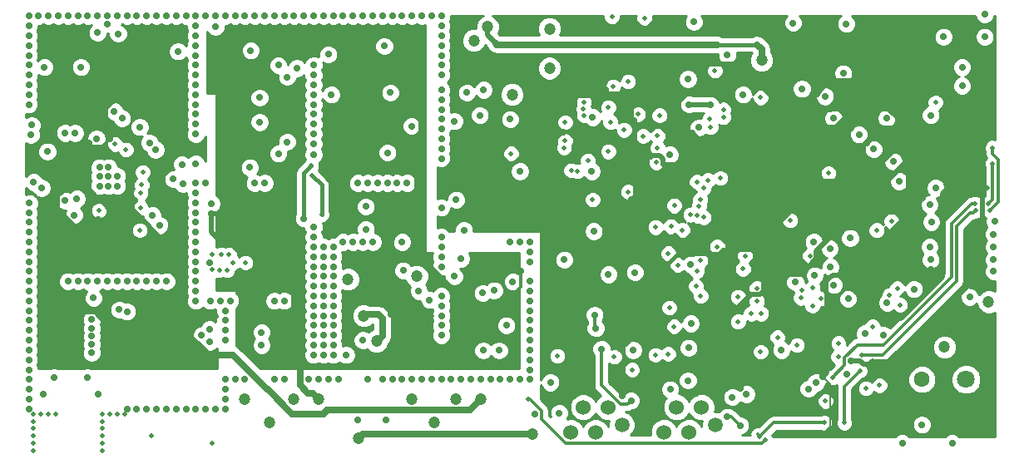
<source format=gbr>
G04 #@! TF.FileFunction,Copper,L3,Inr,Signal*
%FSLAX46Y46*%
G04 Gerber Fmt 4.6, Leading zero omitted, Abs format (unit mm)*
G04 Created by KiCad (PCBNEW (2015-03-23 BZR 5531)-product) date Tue 31 Mar 2015 22:50:38 CEST*
%MOMM*%
G01*
G04 APERTURE LIST*
%ADD10C,0.150000*%
%ADD11C,1.600000*%
%ADD12C,1.800000*%
%ADD13C,1.524000*%
%ADD14C,1.500000*%
%ADD15C,1.200000*%
%ADD16C,0.700000*%
%ADD17C,0.460000*%
%ADD18C,0.500000*%
%ADD19C,0.700000*%
%ADD20C,0.300000*%
%ADD21C,0.500000*%
%ADD22C,0.400000*%
%ADD23C,0.200000*%
%ADD24C,0.254000*%
G04 APERTURE END LIST*
D10*
D11*
X268900000Y-152000000D03*
D12*
X273400000Y-152000000D03*
D13*
X246470000Y-154830000D03*
X245200000Y-157370000D03*
X243930000Y-154830000D03*
X242660000Y-157370000D03*
D14*
X247870000Y-156630000D03*
D13*
X236970000Y-154830000D03*
X235700000Y-157370000D03*
X234430000Y-154830000D03*
X233160000Y-157370000D03*
D14*
X238370000Y-156630000D03*
D15*
X211600000Y-158000000D03*
X229300000Y-157600000D03*
D16*
X250400000Y-156700000D03*
X249100000Y-155800000D03*
X239300000Y-154154990D03*
X236292910Y-148888619D03*
X235700000Y-146775010D03*
X235600000Y-145424990D03*
X228100000Y-141000000D03*
D15*
X207500000Y-154000000D03*
D17*
X252400000Y-157800000D03*
X259000000Y-156400000D03*
X261000000Y-156400000D03*
X262600000Y-151100000D03*
X262800000Y-149500000D03*
X274400000Y-134800000D03*
X275800000Y-134800000D03*
X276100000Y-128400000D03*
D16*
X213500000Y-120100000D03*
X202200000Y-133800000D03*
D15*
X218700000Y-145500000D03*
D16*
X214300000Y-141300000D03*
X214900000Y-145400000D03*
X212600000Y-125800000D03*
X197400000Y-137800000D03*
X196600000Y-135100000D03*
D18*
X252527094Y-145290316D03*
X245992077Y-140940444D03*
D16*
X203400000Y-120000000D03*
X203400000Y-129000000D03*
X206000000Y-135600000D03*
D17*
X206750000Y-130250000D03*
D16*
X257377486Y-152950483D03*
D17*
X256200000Y-148500000D03*
D16*
X200500000Y-130400000D03*
X200600000Y-118500000D03*
D17*
X206800000Y-131200000D03*
X207800000Y-135200000D03*
D16*
X192700000Y-131600000D03*
X181700000Y-133800000D03*
X249098489Y-118986103D03*
X261400000Y-143800000D03*
D17*
X244037779Y-140328987D03*
D16*
X245165283Y-148770248D03*
X235500000Y-136900000D03*
X214400000Y-156100000D03*
X211500000Y-156100000D03*
X269860000Y-135960000D03*
X270300000Y-132500000D03*
X269800000Y-125100000D03*
X265300000Y-125400000D03*
X245700000Y-115600000D03*
X255800000Y-115700000D03*
X201700000Y-148500000D03*
X201700000Y-147200000D03*
X229500000Y-155500000D03*
X231100000Y-152300000D03*
X237000000Y-141300000D03*
X232500000Y-139800000D03*
X224200000Y-143200000D03*
X221300000Y-141500000D03*
X222000000Y-139700000D03*
X222300000Y-136800000D03*
X235400000Y-125300000D03*
X228000000Y-130800000D03*
X214800000Y-122800000D03*
X187200000Y-144900000D03*
X188000000Y-145100000D03*
X197000000Y-116100000D03*
D15*
X221500000Y-154000000D03*
X219287000Y-156337000D03*
X217000000Y-154000000D03*
X202523000Y-156337000D03*
X205000000Y-154000000D03*
X200000000Y-154000000D03*
D16*
X265362349Y-144175303D03*
X264959229Y-147486149D03*
X259050000Y-123174980D03*
D17*
X237363000Y-115062000D03*
X240665000Y-115189000D03*
X239014000Y-121666000D03*
D16*
X204300000Y-127800000D03*
X202000000Y-132000000D03*
X201000000Y-132000000D03*
X178050000Y-134050000D03*
X179300000Y-132500000D03*
X191000000Y-142000000D03*
X192000000Y-142000000D03*
X182000000Y-142000000D03*
X183000000Y-142000000D03*
X184000000Y-142000000D03*
X185000000Y-142000000D03*
X186000000Y-142000000D03*
X184600000Y-143700000D03*
X190000000Y-142000000D03*
X189000000Y-142000000D03*
X188000000Y-142000000D03*
X187000000Y-142000000D03*
X198000000Y-148000000D03*
X198000000Y-147000000D03*
X198000000Y-146000000D03*
X198000000Y-145000000D03*
X198500000Y-144000000D03*
X197500000Y-144000000D03*
X196500000Y-144000000D03*
X195000000Y-144000000D03*
X195000000Y-143000000D03*
X195000000Y-142000000D03*
X196400000Y-140100000D03*
X195600000Y-147500000D03*
X196400000Y-148200000D03*
X196400000Y-146900000D03*
X212300000Y-134400000D03*
X256700000Y-122400000D03*
X268100000Y-142800000D03*
X259900000Y-125400000D03*
X239700000Y-141100000D03*
X216100000Y-140900000D03*
D15*
X217500000Y-141500000D03*
D16*
X214500000Y-128900000D03*
X226615200Y-146491200D03*
X271100000Y-117100000D03*
X179600000Y-120200000D03*
X264000000Y-128550000D03*
X201500000Y-125800000D03*
X184400000Y-148400000D03*
X184400000Y-146800000D03*
X186100000Y-132300000D03*
X186100000Y-130400000D03*
X185200000Y-131300000D03*
X187000000Y-131300000D03*
X193200000Y-118600000D03*
X269700000Y-138500000D03*
X276200000Y-139800000D03*
X276200000Y-137200000D03*
X184400000Y-145900000D03*
X205300000Y-120300000D03*
X179500000Y-153500000D03*
X178000000Y-155000000D03*
X196600000Y-134100000D03*
X182650000Y-135250000D03*
D17*
X185150000Y-134800000D03*
X186800000Y-128050000D03*
D16*
X184900000Y-127500000D03*
X190300000Y-127900000D03*
X190900000Y-128600000D03*
X182900000Y-133600000D03*
X179900000Y-128800000D03*
D17*
X185500000Y-159250000D03*
X185500000Y-158500000D03*
X185500000Y-157750000D03*
X185500000Y-157000000D03*
X185500000Y-156250000D03*
X187750000Y-155500000D03*
X187000000Y-155500000D03*
X186250000Y-155500000D03*
X185500000Y-155500000D03*
X178500000Y-159250000D03*
X178500000Y-158500000D03*
X178500000Y-157750000D03*
X178500000Y-157000000D03*
X178500000Y-156250000D03*
X180750000Y-155500000D03*
X180000000Y-155500000D03*
X179250000Y-155500000D03*
X178500000Y-155500000D03*
D16*
X191300000Y-136300000D03*
D17*
X189400000Y-133000000D03*
X189600000Y-130900000D03*
X200050620Y-140100000D03*
X196700000Y-140800000D03*
X197400000Y-140900000D03*
X198200000Y-140900000D03*
X196700000Y-139300000D03*
X197600000Y-139300000D03*
X198400000Y-139300000D03*
X198800000Y-140100000D03*
D16*
X227265200Y-142041200D03*
X225365200Y-142941200D03*
X217700000Y-143000000D03*
X218800000Y-143900000D03*
X212000000Y-148000000D03*
X185200000Y-132300000D03*
X187000000Y-132300000D03*
X185200000Y-130400000D03*
X181700000Y-126900000D03*
X182700000Y-126900000D03*
X184400000Y-149300000D03*
X186700000Y-124700000D03*
X251050000Y-153500000D03*
X258150000Y-152300000D03*
X269700000Y-134200000D03*
X262500000Y-127050000D03*
X250700000Y-123000000D03*
X180600000Y-151800000D03*
X184000000Y-151800000D03*
X214200000Y-118050000D03*
X184400000Y-147600000D03*
X204300000Y-121200000D03*
X201500000Y-123300000D03*
X187500000Y-125400000D03*
D17*
X189300000Y-136800000D03*
D16*
X193600000Y-130100000D03*
X189300000Y-126300000D03*
X190600000Y-135300000D03*
X193700000Y-132100000D03*
X186070000Y-131310000D03*
X224265200Y-149041200D03*
X225865200Y-149041200D03*
X243254716Y-129119246D03*
X246193641Y-126351589D03*
D17*
X241800000Y-149500000D03*
X243100000Y-149400000D03*
D18*
X190500000Y-157700000D03*
D16*
X221500000Y-133700000D03*
D15*
X271200000Y-148700000D03*
X275700000Y-144100000D03*
D17*
X248400000Y-131500000D03*
D16*
X235300000Y-130800000D03*
D17*
X237600000Y-149700000D03*
D16*
X186000000Y-115800000D03*
X187100000Y-116800000D03*
X185000000Y-116700000D03*
X195000000Y-141000000D03*
X195000000Y-140000000D03*
X195000000Y-139000000D03*
X195000000Y-138000000D03*
X195000000Y-137000000D03*
X195000000Y-136000000D03*
X195000000Y-135000000D03*
X195000000Y-134000000D03*
X195000000Y-133000000D03*
X195000000Y-132000000D03*
X196000000Y-132000000D03*
X178000000Y-117000000D03*
X178000000Y-118000000D03*
X178000000Y-119000000D03*
X178000000Y-120000000D03*
X178000000Y-121000000D03*
X178000000Y-122000000D03*
X178000000Y-123000000D03*
X178000000Y-124000000D03*
X195000000Y-130000000D03*
X195000000Y-127000000D03*
X195000000Y-126000000D03*
X195000000Y-125000000D03*
X195000000Y-124000000D03*
X195000000Y-123000000D03*
X195000000Y-122000000D03*
X195000000Y-121000000D03*
X195000000Y-120000000D03*
X195000000Y-119000000D03*
X195000000Y-118000000D03*
X195000000Y-117000000D03*
X195000000Y-116000000D03*
X195000000Y-115000000D03*
X178000000Y-116000000D03*
X178000000Y-115000000D03*
X179000000Y-115000000D03*
X180000000Y-115000000D03*
X181000000Y-115000000D03*
X182000000Y-115000000D03*
X183000000Y-115000000D03*
X184000000Y-115000000D03*
X185000000Y-115000000D03*
X186000000Y-115000000D03*
X187000000Y-115000000D03*
X188000000Y-115000000D03*
X189000000Y-115000000D03*
X190000000Y-115000000D03*
X191000000Y-115000000D03*
X192000000Y-115000000D03*
X193000000Y-115000000D03*
X194000000Y-115000000D03*
X220000000Y-120000000D03*
X220000000Y-121000000D03*
X196000000Y-115000000D03*
X197000000Y-115000000D03*
X198000000Y-115000000D03*
X199000000Y-115000000D03*
X200000000Y-115000000D03*
X201000000Y-115000000D03*
X202000000Y-115000000D03*
X203000000Y-115000000D03*
X204000000Y-115000000D03*
X205000000Y-115000000D03*
X206000000Y-115000000D03*
X207000000Y-115000000D03*
X208000000Y-115000000D03*
X209000000Y-115000000D03*
X210000000Y-115000000D03*
X211000000Y-115000000D03*
X212000000Y-115000000D03*
X213000000Y-115000000D03*
X220000000Y-119000000D03*
X220000000Y-118000000D03*
X220000000Y-117000000D03*
X220000000Y-116000000D03*
X220000000Y-115000000D03*
X219000000Y-115000000D03*
X218000000Y-115000000D03*
X217000000Y-115000000D03*
X216000000Y-115000000D03*
X215000000Y-115000000D03*
X214000000Y-115000000D03*
D15*
X210500000Y-141800000D03*
D16*
X207000000Y-122000000D03*
X207000000Y-121000000D03*
X207000000Y-120000000D03*
X208800000Y-123000000D03*
X208500000Y-118900000D03*
X207000000Y-124000000D03*
X207000000Y-125000000D03*
X207000000Y-126000000D03*
X207000000Y-127000000D03*
X207000000Y-128000000D03*
X207000000Y-123000000D03*
X207000000Y-129100000D03*
X216000000Y-138000000D03*
X203000000Y-152000000D03*
X204000000Y-152000000D03*
X206500000Y-152000000D03*
X185100000Y-153500000D03*
X188000000Y-155000000D03*
X200000000Y-152000000D03*
X199000000Y-152000000D03*
X198000000Y-152000000D03*
X198000000Y-153000000D03*
X198000000Y-154000000D03*
X198000000Y-155000000D03*
X197000000Y-155000000D03*
X196000000Y-155000000D03*
X195000000Y-155000000D03*
X194000000Y-155000000D03*
X193000000Y-155000000D03*
X192000000Y-155000000D03*
X191000000Y-155000000D03*
X190000000Y-155000000D03*
X189000000Y-155000000D03*
X207000000Y-139500000D03*
X208000000Y-139500000D03*
X209000000Y-139500000D03*
X209000000Y-138500000D03*
X207000000Y-140500000D03*
X208000000Y-140500000D03*
X209000000Y-140500000D03*
X209000000Y-141500000D03*
X208000000Y-141500000D03*
X207000000Y-141500000D03*
X207000000Y-142500000D03*
X208000000Y-142500000D03*
X209000000Y-142500000D03*
X209000000Y-143500000D03*
X208000000Y-143500000D03*
X207000000Y-143500000D03*
X207000000Y-144500000D03*
X208000000Y-144500000D03*
X209000000Y-144500000D03*
X209000000Y-145500000D03*
X208000000Y-145500000D03*
X207000000Y-145500000D03*
X207000000Y-146500000D03*
X208000000Y-146500000D03*
X209000000Y-146500000D03*
X209000000Y-147500000D03*
X208000000Y-147500000D03*
X207000000Y-147500000D03*
X207000000Y-148500000D03*
X208000000Y-148500000D03*
X209000000Y-148500000D03*
X209000000Y-149500000D03*
X208000000Y-149500000D03*
X207000000Y-149500000D03*
X210000000Y-138000000D03*
X211000000Y-138000000D03*
X212000000Y-138000000D03*
X212471000Y-152000000D03*
X228000000Y-138000000D03*
X227000000Y-138000000D03*
X216000000Y-152000000D03*
X217000000Y-152000000D03*
X218000000Y-152000000D03*
X219000000Y-152000000D03*
X220000000Y-152000000D03*
X221000000Y-152000000D03*
X222000000Y-152000000D03*
X223000000Y-152000000D03*
X224000000Y-152000000D03*
X225000000Y-152000000D03*
X226000000Y-152000000D03*
X227000000Y-152000000D03*
X228000000Y-152000000D03*
X229000000Y-152000000D03*
X207500000Y-152000000D03*
X208500000Y-152000000D03*
X209500000Y-152000000D03*
X215000000Y-152000000D03*
X214000000Y-152000000D03*
X229000000Y-138000000D03*
X229000000Y-139000000D03*
X229000000Y-140000000D03*
X229000000Y-142000000D03*
X229000000Y-143000000D03*
X229000000Y-144000000D03*
X229000000Y-145000000D03*
X229000000Y-146000000D03*
X229000000Y-147000000D03*
X229000000Y-148000000D03*
X229000000Y-149000000D03*
X229000000Y-150000000D03*
X229000000Y-151000000D03*
X220000000Y-127500000D03*
X220000000Y-126500000D03*
X220000000Y-125500000D03*
X220000000Y-124500000D03*
X220000000Y-123500000D03*
X220000000Y-122500000D03*
X220000000Y-128500000D03*
X220000000Y-129500000D03*
X220000000Y-134500000D03*
X220000000Y-137500000D03*
X220000000Y-138500000D03*
X220000000Y-139500000D03*
X220000000Y-140500000D03*
X220000000Y-143500000D03*
X220000000Y-144500000D03*
X220000000Y-145500000D03*
X220000000Y-146500000D03*
X220000000Y-147500000D03*
X208000000Y-138500000D03*
X207000000Y-138500000D03*
X207000000Y-137500000D03*
X207000000Y-136500000D03*
X216500000Y-132000000D03*
X215500000Y-132000000D03*
X214500000Y-132000000D03*
X213500000Y-132000000D03*
X212500000Y-132000000D03*
X211500000Y-132000000D03*
X178000000Y-152000000D03*
X178000000Y-153000000D03*
X178000000Y-154000000D03*
X178000000Y-151000000D03*
X178000000Y-150000000D03*
X178000000Y-149000000D03*
X178000000Y-135000000D03*
X178000000Y-136000000D03*
X178000000Y-137000000D03*
X178000000Y-138000000D03*
X178000000Y-139000000D03*
X178000000Y-140000000D03*
X178000000Y-141000000D03*
X178000000Y-142000000D03*
X178000000Y-148000000D03*
X178000000Y-147000000D03*
X178000000Y-146000000D03*
X178000000Y-145000000D03*
X178000000Y-144000000D03*
X178000000Y-143000000D03*
X213000000Y-138000000D03*
X212300000Y-136700000D03*
X203000000Y-144000000D03*
X204000000Y-144000000D03*
X261200000Y-115800000D03*
X260900000Y-120824990D03*
D15*
X231000000Y-116300000D03*
X231000000Y-120300000D03*
X223300000Y-117500000D03*
X227200000Y-123000000D03*
D16*
X224300000Y-122500000D03*
X222600000Y-122800000D03*
X221300000Y-125700000D03*
X223900000Y-125100000D03*
X227000000Y-125500000D03*
D17*
X227100000Y-129000000D03*
D18*
X264300000Y-136800000D03*
D17*
X187900000Y-128600000D03*
D16*
X183300000Y-120200000D03*
X178300000Y-126100000D03*
X261600000Y-137600000D03*
X257900000Y-138000000D03*
X178200000Y-127100000D03*
X259538311Y-138677769D03*
X178500000Y-131900000D03*
X256024980Y-142100000D03*
X245100000Y-121400000D03*
D17*
X259400000Y-131000000D03*
X248700000Y-124500000D03*
D16*
X276200000Y-138500000D03*
D17*
X247304593Y-125490387D03*
D16*
X245384146Y-140305183D03*
X259600000Y-140550030D03*
D17*
X245900000Y-142505031D03*
X243200000Y-144700000D03*
D16*
X269800000Y-139800000D03*
D17*
X248100000Y-117900000D03*
D15*
X252600000Y-119500000D03*
X224700000Y-116100000D03*
D17*
X189500000Y-132200000D03*
X189400000Y-134500000D03*
D16*
X266900000Y-158500000D03*
X272000000Y-158500000D03*
X268900000Y-156600000D03*
X273000000Y-122100000D03*
X273000000Y-120200000D03*
X275300000Y-117100000D03*
X266573000Y-131826000D03*
X275300000Y-114800000D03*
X266000000Y-129800000D03*
D18*
X237200000Y-125800000D03*
X237000000Y-124300000D03*
X242200000Y-125100000D03*
X241900000Y-129900000D03*
X242000000Y-127200000D03*
X241999981Y-128450021D03*
X246336655Y-133712753D03*
X240500000Y-127211769D03*
X247400000Y-126300000D03*
X248700000Y-125300000D03*
X247100000Y-131700000D03*
D17*
X237490000Y-122174000D03*
D16*
X259936240Y-142375061D03*
X263100000Y-147300000D03*
X276300000Y-135900000D03*
X258000000Y-141400000D03*
X261272689Y-151472689D03*
X276200000Y-141000000D03*
X273760511Y-143599759D03*
X254600000Y-149000000D03*
D15*
X213400000Y-148100000D03*
X212100000Y-145500000D03*
D18*
X243700000Y-134300000D03*
X240000000Y-125000000D03*
X238600000Y-126600000D03*
X237000000Y-128800000D03*
X250707716Y-140749979D03*
X243362022Y-136397008D03*
X256600000Y-143700000D03*
D17*
X234900000Y-129700000D03*
D18*
X252100000Y-144050021D03*
X241800000Y-136500000D03*
X250200000Y-143600000D03*
D17*
X238996967Y-132895210D03*
D18*
X265800000Y-135900000D03*
X255500000Y-135800000D03*
X252100000Y-142700000D03*
D17*
X232500000Y-128400000D03*
X235400000Y-133700000D03*
X233200000Y-130700000D03*
D18*
X246343118Y-139899849D03*
X250900000Y-139400000D03*
X257500000Y-139400000D03*
D17*
X233826372Y-130804395D03*
X232600000Y-127700000D03*
D18*
X244540000Y-136774755D03*
D17*
X232600000Y-125800000D03*
D18*
X246035352Y-135325307D03*
X250200000Y-146100000D03*
X251500000Y-145300000D03*
D17*
X234500000Y-125100000D03*
D18*
X245361382Y-135224980D03*
D17*
X234461000Y-124460000D03*
D18*
X246236165Y-134380242D03*
D17*
X234500000Y-123800000D03*
D16*
X247350000Y-124050000D03*
X245200000Y-124000000D03*
D17*
X247845859Y-120566075D03*
X246000000Y-131876234D03*
D16*
X210300000Y-149500000D03*
X216950000Y-126200000D03*
D18*
X248080111Y-138466910D03*
X246700000Y-135498719D03*
X243100000Y-139175051D03*
X246700000Y-132500000D03*
D16*
X232000000Y-155400000D03*
X249600000Y-153800000D03*
X245100000Y-152100000D03*
X243300000Y-153000000D03*
D17*
X239400000Y-151000000D03*
X263900000Y-146600000D03*
X266400000Y-142700000D03*
X259100000Y-154200000D03*
X263200000Y-152900000D03*
X264600000Y-152600000D03*
X266700000Y-144400000D03*
X265600000Y-143400000D03*
X257761106Y-144505202D03*
X258617243Y-143755020D03*
X257800679Y-142644980D03*
X254200000Y-147700000D03*
X252500000Y-149200000D03*
D16*
X239500000Y-149000000D03*
D17*
X243694969Y-146600000D03*
X231800000Y-149600000D03*
X246400000Y-143500000D03*
D16*
X245400000Y-146300000D03*
X239318513Y-133644898D03*
X268500000Y-119900000D03*
X265900000Y-119800000D03*
X247200000Y-119500000D03*
X238400000Y-153700000D03*
X239300000Y-144600000D03*
X236700000Y-122500000D03*
X232398403Y-126800589D03*
X229500000Y-130400000D03*
X229900000Y-128800000D03*
X228200000Y-128200000D03*
X228018493Y-126315023D03*
X261727311Y-150127311D03*
D17*
X275544980Y-132500000D03*
D16*
X259600000Y-124425020D03*
X250100000Y-144775020D03*
X249100000Y-123500000D03*
X263300000Y-127900000D03*
X258800000Y-151700000D03*
X269000000Y-133500000D03*
X269800000Y-140800000D03*
X258200000Y-122900000D03*
X261700000Y-126400000D03*
X240700000Y-142600000D03*
X250400000Y-152900000D03*
X241300000Y-129300000D03*
X264700000Y-145800000D03*
D18*
X242575001Y-130100000D03*
D16*
X245523502Y-126914226D03*
X227200000Y-133700000D03*
D17*
X248600000Y-151400000D03*
D18*
X258800000Y-157600000D03*
D15*
X227800000Y-120700000D03*
D16*
X234300000Y-116300000D03*
D18*
X260393400Y-149693400D03*
X256700000Y-142900000D03*
D17*
X260400000Y-148300000D03*
D18*
X196700000Y-158500000D03*
D17*
X270300000Y-123800000D03*
X252500000Y-123300000D03*
D16*
X188800000Y-119300000D03*
X191100000Y-120800000D03*
X186275010Y-127500000D03*
X184103422Y-127903422D03*
X188800000Y-133800000D03*
X182900000Y-137100000D03*
X182800000Y-131600000D03*
X189200000Y-146700000D03*
D15*
X191488683Y-148760900D03*
X224000000Y-154000000D03*
D17*
X276100000Y-130000000D03*
D16*
X189000000Y-137800000D03*
X187800000Y-134600000D03*
X185100000Y-135750000D03*
X181800000Y-147000000D03*
D17*
X274300000Y-134100000D03*
X275700000Y-134100000D03*
D18*
X259800000Y-151800000D03*
X252937035Y-158174994D03*
X228842093Y-154037000D03*
D16*
X189000000Y-116700000D03*
D19*
X229300000Y-157600000D02*
X212000000Y-157600000D01*
X212000000Y-157600000D02*
X211600000Y-158000000D01*
D20*
X249100000Y-155800000D02*
X249500000Y-155800000D01*
X249500000Y-155800000D02*
X250400000Y-156700000D01*
X235600000Y-145424990D02*
X235600000Y-146675010D01*
X235600000Y-146675010D02*
X235700000Y-146775010D01*
X223149000Y-147500000D02*
X228100000Y-142549000D01*
X228100000Y-142549000D02*
X228100000Y-141000000D01*
X252170001Y-157570001D02*
X252400000Y-157800000D01*
X221800000Y-147500000D02*
X223149000Y-147500000D01*
D19*
X219100164Y-148800164D02*
X220499836Y-148800164D01*
D21*
X219100164Y-148800164D02*
X218400000Y-148100000D01*
D19*
X220499836Y-148800164D02*
X220700000Y-148600000D01*
D21*
X215469461Y-150600000D02*
X207700000Y-150600000D01*
D19*
X218400000Y-148100000D02*
X217969461Y-148100000D01*
X217969461Y-148100000D02*
X215469461Y-150600000D01*
X220700000Y-148600000D02*
X221800000Y-147500000D01*
X206400001Y-153400001D02*
X205600000Y-152600000D01*
X205600000Y-152600000D02*
X205600000Y-150600000D01*
X207500000Y-154000000D02*
X206900001Y-153400001D01*
X206900001Y-153400001D02*
X206400001Y-153400001D01*
D20*
X259000000Y-156400000D02*
X253800000Y-156400000D01*
X253800000Y-156400000D02*
X252400000Y-157800000D01*
X262600000Y-151100000D02*
X261000000Y-152700000D01*
X261000000Y-152700000D02*
X261000000Y-156400000D01*
X264900000Y-149500000D02*
X262800000Y-149500000D01*
X272400000Y-142000000D02*
X264900000Y-149500000D01*
X272400000Y-141700000D02*
X272400000Y-142000000D01*
X272400000Y-136400000D02*
X272400000Y-141700000D01*
X273770001Y-135029999D02*
X272400000Y-136400000D01*
X274400000Y-134800000D02*
X274170001Y-135029999D01*
X274170001Y-135029999D02*
X273770001Y-135029999D01*
X276700000Y-129600000D02*
X276700000Y-133900000D01*
X276700000Y-133900000D02*
X275800000Y-134800000D01*
X276100000Y-129000000D02*
X276700000Y-129600000D01*
X276100000Y-128400000D02*
X276100000Y-129000000D01*
D21*
X213500000Y-120100000D02*
X216100000Y-120100000D01*
X217900000Y-127800000D02*
X217400000Y-128300000D01*
X217900000Y-121900000D02*
X217900000Y-127800000D01*
X216100000Y-120100000D02*
X217900000Y-121900000D01*
X207700000Y-150600000D02*
X205600000Y-150600000D01*
X205000000Y-136500000D02*
X203600000Y-135100000D01*
X205000000Y-150000000D02*
X205000000Y-136500000D01*
X205600000Y-150600000D02*
X205000000Y-150000000D01*
X203600000Y-135100000D02*
X202800000Y-135100000D01*
X217500000Y-139200000D02*
X220400000Y-142100000D01*
X217400000Y-128300000D02*
X217500000Y-128400000D01*
X217500000Y-128400000D02*
X217500000Y-139200000D01*
X221800000Y-143500000D02*
X220400000Y-142100000D01*
X221800000Y-147500000D02*
X221800000Y-143500000D01*
X203600000Y-135100000D02*
X202200000Y-133800000D01*
X218400000Y-148100000D02*
X218400000Y-146300000D01*
D22*
X218700000Y-145500000D02*
X218700000Y-146000000D01*
X218700000Y-146000000D02*
X218400000Y-146300000D01*
D21*
X215600000Y-142600000D02*
X214300000Y-141300000D01*
X216200000Y-143200000D02*
X215600000Y-142600000D01*
X218400000Y-145400000D02*
X216200000Y-143200000D01*
X218400000Y-145400000D02*
X214900000Y-145400000D01*
X218400000Y-146300000D02*
X218400000Y-145400000D01*
X214900000Y-125800000D02*
X212600000Y-125800000D01*
X217400000Y-128300000D02*
X214900000Y-125800000D01*
X196600000Y-136500000D02*
X196600000Y-137000000D01*
X196600000Y-137000000D02*
X197400000Y-137800000D01*
X196600000Y-136500000D02*
X196600000Y-136600000D01*
X203600000Y-135100000D02*
X203100000Y-135100000D01*
X203100000Y-135100000D02*
X202800000Y-135100000D01*
X202800000Y-135100000D02*
X196600000Y-135100000D01*
X196600000Y-136600000D02*
X196600000Y-135100000D01*
D20*
X236292910Y-148888619D02*
X236292910Y-152591912D01*
X236292910Y-152591912D02*
X238205987Y-154504989D01*
X238205987Y-154504989D02*
X238950001Y-154504989D01*
X238950001Y-154504989D02*
X239300000Y-154154990D01*
D22*
X206000000Y-131000000D02*
X206000000Y-135600000D01*
X206750000Y-130250000D02*
X206000000Y-131000000D01*
X206800000Y-131200000D02*
X207800000Y-132200000D01*
X207800000Y-132200000D02*
X207800000Y-135200000D01*
X248100000Y-117900000D02*
X252100000Y-117900000D01*
D19*
X252600000Y-118400000D02*
X252100000Y-117900000D01*
X252600000Y-119500000D02*
X252600000Y-118400000D01*
D21*
X225500000Y-117748528D02*
X225500000Y-117800000D01*
X224700000Y-116100000D02*
X224700000Y-116948528D01*
X224700000Y-116948528D02*
X225500000Y-117748528D01*
D19*
X225651472Y-117900000D02*
X225500000Y-117748528D01*
X248100000Y-117900000D02*
X225651472Y-117900000D01*
X213500000Y-148100000D02*
X213400000Y-148100000D01*
X214000000Y-147600000D02*
X213500000Y-148100000D01*
X214000000Y-145800000D02*
X214000000Y-147600000D01*
X213600000Y-145400000D02*
X214000000Y-145800000D01*
X212200000Y-145400000D02*
X213600000Y-145400000D01*
X212100000Y-145500000D02*
X212200000Y-145400000D01*
D21*
X247300000Y-124000000D02*
X245200000Y-124000000D01*
X247350000Y-124050000D02*
X247300000Y-124000000D01*
X259272244Y-151227756D02*
X259149999Y-151350001D01*
X259161239Y-143101480D02*
X259272244Y-143212485D01*
X259149999Y-151350001D02*
X258800000Y-151700000D01*
X261349023Y-141349979D02*
X259814320Y-141349979D01*
X259272244Y-143212485D02*
X259272244Y-151227756D01*
X267500000Y-135199002D02*
X261349023Y-141349979D01*
X259161239Y-142003060D02*
X259161239Y-143101480D01*
X267500000Y-126400000D02*
X267500000Y-135199002D01*
X259814320Y-141349979D02*
X259161239Y-142003060D01*
D22*
X256874998Y-133500000D02*
X257600000Y-133500000D01*
X251599999Y-138774999D02*
X256874998Y-133500000D01*
X248669944Y-138774999D02*
X251599999Y-138774999D01*
X248258161Y-139186782D02*
X248669944Y-138774999D01*
X244113218Y-139186782D02*
X248258161Y-139186782D01*
X240700000Y-142600000D02*
X244113218Y-139186782D01*
D21*
X252775001Y-141125997D02*
X252775001Y-143024001D01*
X251500019Y-143375001D02*
X250449999Y-144425021D01*
X252775001Y-143024001D02*
X252424001Y-143375001D01*
X250449999Y-144425021D02*
X250100000Y-144775020D01*
X252424001Y-143375001D02*
X251500019Y-143375001D01*
X260400998Y-133500000D02*
X252775001Y-141125997D01*
X261200000Y-133500000D02*
X260400998Y-133500000D01*
D22*
X239668512Y-133294899D02*
X239318513Y-133644898D01*
X239668512Y-125593514D02*
X239668512Y-133294899D01*
X239800000Y-123000000D02*
X239374999Y-123425001D01*
X239374999Y-125300001D02*
X239668512Y-125593514D01*
X239374999Y-123425001D02*
X239374999Y-125300001D01*
D21*
X267500000Y-129600000D02*
X267500000Y-126400000D01*
X258175001Y-139724001D02*
X258175001Y-138924999D01*
X254475999Y-141324999D02*
X256574003Y-141324999D01*
X256574003Y-141324999D02*
X258175001Y-139724001D01*
X254475999Y-145526298D02*
X254475999Y-141324999D01*
X258175001Y-138924999D02*
X267500000Y-129600000D01*
X250400000Y-149602297D02*
X254475999Y-145526298D01*
D20*
X268500000Y-119900000D02*
X266000000Y-119900000D01*
X266000000Y-119900000D02*
X265900000Y-119800000D01*
D21*
X265600000Y-121600000D02*
X263599450Y-121600000D01*
X263599450Y-121600000D02*
X259500000Y-121600000D01*
D20*
X265900000Y-119800000D02*
X264100000Y-121600000D01*
X264100000Y-121600000D02*
X263599450Y-121600000D01*
X246682123Y-119900000D02*
X246800000Y-119900000D01*
X246800000Y-119900000D02*
X247200000Y-119500000D01*
D21*
X242900000Y-119900000D02*
X246682123Y-119900000D01*
X246682123Y-119900000D02*
X247797678Y-119900000D01*
X247797678Y-119900000D02*
X249800000Y-119900000D01*
D20*
X247797678Y-119900000D02*
X247600000Y-119900000D01*
X247600000Y-119900000D02*
X247200000Y-119500000D01*
X238600000Y-153005026D02*
X238600000Y-148700000D01*
X238600000Y-148700000D02*
X239300000Y-148000000D01*
X238400000Y-153700000D02*
X238400000Y-153205026D01*
X238400000Y-153205026D02*
X238600000Y-153005026D01*
X239300000Y-144600000D02*
X239300000Y-148000000D01*
X240700000Y-142600000D02*
X240700000Y-143200000D01*
X240700000Y-143200000D02*
X239300000Y-144600000D01*
X241200000Y-123800000D02*
X240600000Y-123800000D01*
X240600000Y-123800000D02*
X239800000Y-123000000D01*
D19*
X234812452Y-123000000D02*
X236945428Y-123000000D01*
X236945428Y-123000000D02*
X239800000Y-123000000D01*
D20*
X236700000Y-122500000D02*
X236700000Y-122994974D01*
X236700000Y-122994974D02*
X236705026Y-123000000D01*
X236705026Y-123000000D02*
X236945428Y-123000000D01*
D22*
X228694974Y-128200000D02*
X231402490Y-125492484D01*
X231402490Y-125492484D02*
X233894974Y-123000000D01*
D20*
X232398403Y-126800589D02*
X231402490Y-125804676D01*
X231402490Y-125804676D02*
X231402490Y-125492484D01*
D19*
X230823000Y-123000000D02*
X234812452Y-123000000D01*
D22*
X228200000Y-128200000D02*
X228694974Y-128200000D01*
X233894974Y-123000000D02*
X234812452Y-123000000D01*
X228018493Y-126315023D02*
X230823000Y-123510516D01*
X230823000Y-123510516D02*
X230823000Y-123000000D01*
D21*
X262222285Y-150127311D02*
X261727311Y-150127311D01*
X262596713Y-150127311D02*
X262222285Y-150127311D01*
X263577312Y-150477310D02*
X262946712Y-150477310D01*
X263927311Y-150127311D02*
X263577312Y-150477310D01*
X262946712Y-150477310D02*
X262596713Y-150127311D01*
D20*
X263927311Y-150127311D02*
X265885875Y-150127311D01*
X265885875Y-150127311D02*
X266313186Y-149700000D01*
D21*
X275044999Y-133306470D02*
X275100000Y-133251469D01*
X266313186Y-149700000D02*
X275055001Y-140958185D01*
X275055001Y-140958185D02*
X275055001Y-134485599D01*
X275044999Y-134475597D02*
X275044999Y-133306470D01*
X275055001Y-134485599D02*
X275044999Y-134475597D01*
X272200000Y-131900000D02*
X271000000Y-133100000D01*
X266786814Y-145800000D02*
X265194974Y-145800000D01*
X271000000Y-141586814D02*
X266786814Y-145800000D01*
X272200000Y-130100000D02*
X272200000Y-131900000D01*
X271300000Y-129200000D02*
X272200000Y-130100000D01*
X269600000Y-129200000D02*
X271300000Y-129200000D01*
X268800000Y-130000000D02*
X269600000Y-129200000D01*
X271000000Y-133100000D02*
X271000000Y-141586814D01*
X267500000Y-130000000D02*
X268800000Y-130000000D01*
X265194974Y-145800000D02*
X264700000Y-145800000D01*
D20*
X275100000Y-132944980D02*
X275314981Y-132729999D01*
X275100000Y-133251469D02*
X275100000Y-132944980D01*
X275314981Y-132729999D02*
X275544980Y-132500000D01*
D21*
X275100000Y-133251469D02*
X275100000Y-128600000D01*
X265525020Y-124425020D02*
X260094974Y-124425020D01*
X260094974Y-124425020D02*
X259600000Y-124425020D01*
X267500000Y-126400000D02*
X265525020Y-124425020D01*
X254200000Y-130100000D02*
X257600000Y-133500000D01*
X242575001Y-130100000D02*
X254200000Y-130100000D01*
X249100000Y-123500000D02*
X249200000Y-123500000D01*
X249200000Y-123500000D02*
X255500000Y-129800000D01*
D19*
X228727000Y-120904000D02*
X230823000Y-123000000D01*
D21*
X267500000Y-139400000D02*
X267500000Y-126400000D01*
X272900000Y-126400000D02*
X267500000Y-126400000D01*
X265500000Y-124400000D02*
X267500000Y-126400000D01*
X256800000Y-126300000D02*
X260200000Y-126300000D01*
X260200000Y-126300000D02*
X262100000Y-124400000D01*
X262100000Y-124400000D02*
X265500000Y-124400000D01*
X263900000Y-127400000D02*
X265500000Y-127400000D01*
X266800000Y-126400000D02*
X267500000Y-126400000D01*
X265500000Y-127400000D02*
X266800000Y-126400000D01*
X267500000Y-127200000D02*
X267500000Y-126400000D01*
X267500000Y-126400000D02*
X267500000Y-127600000D01*
X267500000Y-126400000D02*
X267500000Y-130000000D01*
X267500000Y-130000000D02*
X269000000Y-131500000D01*
X267500000Y-126400000D02*
X267500000Y-123500000D01*
X267500000Y-123500000D02*
X265600000Y-121600000D01*
X267500000Y-126400000D02*
X264800000Y-126400000D01*
X264800000Y-126400000D02*
X264100000Y-125700000D01*
X269100000Y-141000000D02*
X267500000Y-139400000D01*
X275100000Y-128600000D02*
X272900000Y-126400000D01*
X251300000Y-121400000D02*
X251900000Y-121400000D01*
X251900000Y-121400000D02*
X256800000Y-126300000D01*
X264900000Y-129800000D02*
X267200000Y-127500000D01*
X255500000Y-129800000D02*
X264900000Y-129800000D01*
X263300000Y-127900000D02*
X263900000Y-127400000D01*
X267200000Y-127500000D02*
X267500000Y-127200000D01*
X269000000Y-131500000D02*
X269000000Y-133500000D01*
X264100000Y-125700000D02*
X262400000Y-125700000D01*
X239800000Y-123000000D02*
X242900000Y-119900000D01*
X251300000Y-121400000D02*
X249800000Y-119900000D01*
X243700000Y-124100000D02*
X241500000Y-124100000D01*
X243700000Y-124100000D02*
X244900000Y-122900000D01*
X244900000Y-122900000D02*
X248300000Y-122900000D01*
X248300000Y-122900000D02*
X249800000Y-121400000D01*
X251300000Y-121400000D02*
X249800000Y-121400000D01*
X241500000Y-124100000D02*
X241200000Y-123800000D01*
X269800000Y-140800000D02*
X269100000Y-141000000D01*
D23*
X269650000Y-141050000D02*
X269650000Y-140950000D01*
X269650000Y-140950000D02*
X269800000Y-140800000D01*
D21*
X262900000Y-131800000D02*
X267200000Y-127500000D01*
X259500000Y-121600000D02*
X258200000Y-122900000D01*
X262400000Y-125700000D02*
X261700000Y-126400000D01*
X261200000Y-133500000D02*
X262900000Y-131800000D01*
X257600000Y-133500000D02*
X261200000Y-133500000D01*
X242575001Y-129575999D02*
X242575001Y-130100000D01*
X241375001Y-129224999D02*
X242224001Y-129224999D01*
X241300000Y-129300000D02*
X241375001Y-129224999D01*
X242224001Y-129224999D02*
X242575001Y-129575999D01*
X262900000Y-131800000D02*
X250409276Y-131800000D01*
X250409276Y-131800000D02*
X245873501Y-127264225D01*
X245873501Y-127264225D02*
X245523502Y-126914226D01*
D23*
X227200000Y-133700000D02*
X229500000Y-131400000D01*
X229500000Y-131400000D02*
X229500000Y-130400000D01*
X250397703Y-149602297D02*
X248600000Y-151400000D01*
X250400000Y-149602297D02*
X250397703Y-149602297D01*
D21*
X250400000Y-152900000D02*
X250400000Y-149602297D01*
D23*
X259149999Y-152049999D02*
X258800000Y-151700000D01*
X259605001Y-152505001D02*
X259149999Y-152049999D01*
X259605001Y-156794999D02*
X259605001Y-152505001D01*
X258800000Y-157600000D02*
X259605001Y-156794999D01*
D21*
X228648528Y-120700000D02*
X227800000Y-120700000D01*
X228727000Y-120778472D02*
X228648528Y-120700000D01*
X228727000Y-120904000D02*
X228727000Y-120778472D01*
D23*
X189000000Y-116700000D02*
X189000000Y-119100000D01*
X189000000Y-119100000D02*
X188800000Y-119300000D01*
D20*
X193600000Y-139400000D02*
X193300000Y-139400000D01*
X193300000Y-139400000D02*
X191700000Y-137800000D01*
X189600998Y-120800000D02*
X189600998Y-120100998D01*
X189600998Y-120100998D02*
X188800000Y-119300000D01*
X186275010Y-127500000D02*
X185925011Y-127150001D01*
X185925011Y-127150001D02*
X185925011Y-124475987D01*
X185925011Y-124475987D02*
X189600998Y-120800000D01*
X189600998Y-120800000D02*
X191100000Y-120800000D01*
X184103422Y-127903422D02*
X184453421Y-128253421D01*
X184453421Y-128253421D02*
X185521589Y-128253421D01*
X185521589Y-128253421D02*
X186275010Y-127500000D01*
X184103422Y-127903422D02*
X184103422Y-132503422D01*
X184103422Y-132503422D02*
X189000000Y-137800000D01*
X182900000Y-137100000D02*
X182900000Y-136499002D01*
X182900000Y-136499002D02*
X181024999Y-134624001D01*
X181024999Y-134624001D02*
X181024999Y-133375001D01*
X181024999Y-133375001D02*
X182450001Y-131949999D01*
X182450001Y-131949999D02*
X182800000Y-131600000D01*
D22*
X188500000Y-134600000D02*
X188500000Y-134100000D01*
X188500000Y-134100000D02*
X188800000Y-133800000D01*
X185100000Y-135750000D02*
X184250000Y-135750000D01*
X184250000Y-135750000D02*
X182900000Y-137100000D01*
X189000000Y-137800000D02*
X189004598Y-137800000D01*
X189404598Y-137800000D02*
X191700000Y-137800000D01*
X189004598Y-137800000D02*
X189404598Y-137800000D01*
X193600000Y-139400000D02*
X193600000Y-146649583D01*
X193600000Y-146649583D02*
X194500000Y-147549583D01*
X194500000Y-147549583D02*
X194500000Y-147695002D01*
X182800000Y-131800000D02*
X182800000Y-131600000D01*
D20*
X189200000Y-146700000D02*
X186199002Y-146700000D01*
X186199002Y-146700000D02*
X184724001Y-145224999D01*
X184724001Y-145224999D02*
X183575001Y-145224999D01*
X183575001Y-145224999D02*
X182149999Y-146650001D01*
X182149999Y-146650001D02*
X181800000Y-147000000D01*
D19*
X192554581Y-147695002D02*
X190195002Y-147695002D01*
X190195002Y-147695002D02*
X189200000Y-146700000D01*
X194500000Y-147695002D02*
X192554581Y-147695002D01*
X192554581Y-147695002D02*
X191488683Y-148760900D01*
X198795002Y-149500000D02*
X196304998Y-149500000D01*
X196304998Y-149500000D02*
X194500000Y-147695002D01*
X202334998Y-153000000D02*
X202295002Y-153000000D01*
X202295002Y-153000000D02*
X198795002Y-149500000D01*
X208000000Y-155500000D02*
X204834998Y-155500000D01*
X204834998Y-155500000D02*
X202334998Y-153000000D01*
X208374999Y-155125001D02*
X208000000Y-155500000D01*
X224000000Y-154000000D02*
X222874999Y-155125001D01*
X222874999Y-155125001D02*
X208374999Y-155125001D01*
D20*
X276100000Y-130000000D02*
X276100000Y-133700000D01*
X276100000Y-133700000D02*
X275700000Y-134100000D01*
D22*
X187800000Y-134600000D02*
X188500000Y-134600000D01*
X191700000Y-137800000D02*
X188700000Y-134800000D01*
X188500000Y-134600000D02*
X188700000Y-134800000D01*
X185100000Y-135750000D02*
X188750000Y-139400000D01*
X188750000Y-139400000D02*
X189100000Y-139400000D01*
X189100000Y-139400000D02*
X193600000Y-139400000D01*
D23*
X181800000Y-147000000D02*
X181900000Y-146900000D01*
D20*
X271924990Y-136149741D02*
X271924990Y-141475010D01*
X273974731Y-134100000D02*
X271924990Y-136149741D01*
X274300000Y-134100000D02*
X273974731Y-134100000D01*
X271924990Y-141475010D02*
X271924990Y-141575010D01*
X271924990Y-141575010D02*
X265000000Y-148500000D01*
X261052310Y-150547690D02*
X259800000Y-151800000D01*
X261052310Y-149803310D02*
X261052310Y-150547690D01*
X262355620Y-148500000D02*
X261052310Y-149803310D01*
X265000000Y-148500000D02*
X262355620Y-148500000D01*
X229036002Y-154037000D02*
X228842093Y-154037000D01*
X230175001Y-155175999D02*
X229036002Y-154037000D01*
X230175001Y-155993763D02*
X230175001Y-155175999D01*
X232638239Y-158457001D02*
X230175001Y-155993763D01*
X252655028Y-158457001D02*
X232638239Y-158457001D01*
X252937035Y-158174994D02*
X252655028Y-158457001D01*
D24*
G36*
X227873000Y-150873000D02*
X227600370Y-150873000D01*
X227600370Y-146296131D01*
X227450729Y-145933971D01*
X227173886Y-145656645D01*
X226811988Y-145506372D01*
X226420131Y-145506030D01*
X226350370Y-145534854D01*
X226350370Y-142746131D01*
X226200729Y-142383971D01*
X225923886Y-142106645D01*
X225561988Y-141956372D01*
X225170131Y-141956030D01*
X224807971Y-142105671D01*
X224609711Y-142303585D01*
X224396788Y-142215172D01*
X224004931Y-142214830D01*
X223642771Y-142364471D01*
X223365445Y-142641314D01*
X223215172Y-143003212D01*
X223214830Y-143395069D01*
X223364471Y-143757229D01*
X223641314Y-144034555D01*
X224003212Y-144184828D01*
X224395069Y-144185170D01*
X224757229Y-144035529D01*
X224955488Y-143837614D01*
X225168412Y-143926028D01*
X225560269Y-143926370D01*
X225922429Y-143776729D01*
X226199755Y-143499886D01*
X226350028Y-143137988D01*
X226350370Y-142746131D01*
X226350370Y-145534854D01*
X226057971Y-145655671D01*
X225780645Y-145932514D01*
X225630372Y-146294412D01*
X225630030Y-146686269D01*
X225779671Y-147048429D01*
X226056514Y-147325755D01*
X226418412Y-147476028D01*
X226810269Y-147476370D01*
X227172429Y-147326729D01*
X227449755Y-147049886D01*
X227600028Y-146687988D01*
X227600370Y-146296131D01*
X227600370Y-150873000D01*
X226850370Y-150873000D01*
X226850370Y-148846131D01*
X226700729Y-148483971D01*
X226423886Y-148206645D01*
X226061988Y-148056372D01*
X225670131Y-148056030D01*
X225307971Y-148205671D01*
X225065019Y-148448199D01*
X224823886Y-148206645D01*
X224461988Y-148056372D01*
X224070131Y-148056030D01*
X223707971Y-148205671D01*
X223430645Y-148482514D01*
X223280372Y-148844412D01*
X223280030Y-149236269D01*
X223429671Y-149598429D01*
X223706514Y-149875755D01*
X224068412Y-150026028D01*
X224460269Y-150026370D01*
X224822429Y-149876729D01*
X225065380Y-149634200D01*
X225306514Y-149875755D01*
X225668412Y-150026028D01*
X226060269Y-150026370D01*
X226422429Y-149876729D01*
X226699755Y-149599886D01*
X226850028Y-149237988D01*
X226850370Y-148846131D01*
X226850370Y-150873000D01*
X220985170Y-150873000D01*
X220985170Y-147304931D01*
X220859049Y-146999695D01*
X220984828Y-146696788D01*
X220985170Y-146304931D01*
X220859049Y-145999695D01*
X220984828Y-145696788D01*
X220985170Y-145304931D01*
X220859049Y-144999695D01*
X220984828Y-144696788D01*
X220985170Y-144304931D01*
X220859049Y-143999695D01*
X220984828Y-143696788D01*
X220985170Y-143304931D01*
X220835529Y-142942771D01*
X220558686Y-142665445D01*
X220196788Y-142515172D01*
X219804931Y-142514830D01*
X219442771Y-142664471D01*
X219165445Y-142941314D01*
X219149900Y-142978749D01*
X218996788Y-142915172D01*
X218685074Y-142914899D01*
X218685170Y-142804931D01*
X218535529Y-142442771D01*
X218419797Y-142326837D01*
X218546371Y-142200485D01*
X218734785Y-141746734D01*
X218735214Y-141255421D01*
X218547592Y-140801343D01*
X218200485Y-140453629D01*
X217935170Y-140343460D01*
X217935170Y-126004931D01*
X217785529Y-125642771D01*
X217508686Y-125365445D01*
X217146788Y-125215172D01*
X216754931Y-125214830D01*
X216392771Y-125364471D01*
X216115445Y-125641314D01*
X215965172Y-126003212D01*
X215964830Y-126395069D01*
X216114471Y-126757229D01*
X216391314Y-127034555D01*
X216753212Y-127184828D01*
X217145069Y-127185170D01*
X217507229Y-127035529D01*
X217784555Y-126758686D01*
X217934828Y-126396788D01*
X217935170Y-126004931D01*
X217935170Y-140343460D01*
X217746734Y-140265215D01*
X217485170Y-140264986D01*
X217485170Y-131804931D01*
X217335529Y-131442771D01*
X217058686Y-131165445D01*
X216696788Y-131015172D01*
X216304931Y-131014830D01*
X215999695Y-131140950D01*
X215785170Y-131051871D01*
X215785170Y-122604931D01*
X215635529Y-122242771D01*
X215358686Y-121965445D01*
X215185170Y-121893394D01*
X215185170Y-117854931D01*
X215035529Y-117492771D01*
X214758686Y-117215445D01*
X214396788Y-117065172D01*
X214004931Y-117064830D01*
X213642771Y-117214471D01*
X213365445Y-117491314D01*
X213215172Y-117853212D01*
X213214830Y-118245069D01*
X213364471Y-118607229D01*
X213641314Y-118884555D01*
X214003212Y-119034828D01*
X214395069Y-119035170D01*
X214757229Y-118885529D01*
X215034555Y-118608686D01*
X215184828Y-118246788D01*
X215185170Y-117854931D01*
X215185170Y-121893394D01*
X214996788Y-121815172D01*
X214604931Y-121814830D01*
X214242771Y-121964471D01*
X213965445Y-122241314D01*
X213815172Y-122603212D01*
X213814830Y-122995069D01*
X213964471Y-123357229D01*
X214241314Y-123634555D01*
X214603212Y-123784828D01*
X214995069Y-123785170D01*
X215357229Y-123635529D01*
X215634555Y-123358686D01*
X215784828Y-122996788D01*
X215785170Y-122604931D01*
X215785170Y-131051871D01*
X215696788Y-131015172D01*
X215485170Y-131014987D01*
X215485170Y-128704931D01*
X215335529Y-128342771D01*
X215058686Y-128065445D01*
X214696788Y-127915172D01*
X214304931Y-127914830D01*
X213942771Y-128064471D01*
X213665445Y-128341314D01*
X213515172Y-128703212D01*
X213514830Y-129095069D01*
X213664471Y-129457229D01*
X213941314Y-129734555D01*
X214303212Y-129884828D01*
X214695069Y-129885170D01*
X215057229Y-129735529D01*
X215334555Y-129458686D01*
X215484828Y-129096788D01*
X215485170Y-128704931D01*
X215485170Y-131014987D01*
X215304931Y-131014830D01*
X214999695Y-131140950D01*
X214696788Y-131015172D01*
X214304931Y-131014830D01*
X213999695Y-131140950D01*
X213696788Y-131015172D01*
X213304931Y-131014830D01*
X212999695Y-131140950D01*
X212696788Y-131015172D01*
X212304931Y-131014830D01*
X211999695Y-131140950D01*
X211696788Y-131015172D01*
X211304931Y-131014830D01*
X210942771Y-131164471D01*
X210665445Y-131441314D01*
X210515172Y-131803212D01*
X210514830Y-132195069D01*
X210664471Y-132557229D01*
X210941314Y-132834555D01*
X211303212Y-132984828D01*
X211695069Y-132985170D01*
X212000304Y-132859049D01*
X212303212Y-132984828D01*
X212695069Y-132985170D01*
X213000304Y-132859049D01*
X213303212Y-132984828D01*
X213695069Y-132985170D01*
X214000304Y-132859049D01*
X214303212Y-132984828D01*
X214695069Y-132985170D01*
X215000304Y-132859049D01*
X215303212Y-132984828D01*
X215695069Y-132985170D01*
X216000304Y-132859049D01*
X216303212Y-132984828D01*
X216695069Y-132985170D01*
X217057229Y-132835529D01*
X217334555Y-132558686D01*
X217484828Y-132196788D01*
X217485170Y-131804931D01*
X217485170Y-140264986D01*
X217255421Y-140264786D01*
X216985170Y-140376451D01*
X216985170Y-137804931D01*
X216835529Y-137442771D01*
X216558686Y-137165445D01*
X216196788Y-137015172D01*
X215804931Y-137014830D01*
X215442771Y-137164471D01*
X215165445Y-137441314D01*
X215015172Y-137803212D01*
X215014830Y-138195069D01*
X215164471Y-138557229D01*
X215441314Y-138834555D01*
X215803212Y-138984828D01*
X216195069Y-138985170D01*
X216557229Y-138835529D01*
X216834555Y-138558686D01*
X216984828Y-138196788D01*
X216985170Y-137804931D01*
X216985170Y-140376451D01*
X216954655Y-140389060D01*
X216935529Y-140342771D01*
X216658686Y-140065445D01*
X216296788Y-139915172D01*
X215904931Y-139914830D01*
X215542771Y-140064471D01*
X215265445Y-140341314D01*
X215115172Y-140703212D01*
X215114830Y-141095069D01*
X215264471Y-141457229D01*
X215541314Y-141734555D01*
X215903212Y-141884828D01*
X216295069Y-141885170D01*
X216318821Y-141875355D01*
X216452408Y-142198657D01*
X216799515Y-142546371D01*
X216818541Y-142554271D01*
X216715172Y-142803212D01*
X216714830Y-143195069D01*
X216864471Y-143557229D01*
X217141314Y-143834555D01*
X217503212Y-143984828D01*
X217814925Y-143985100D01*
X217814830Y-144095069D01*
X217964471Y-144457229D01*
X218241314Y-144734555D01*
X218603212Y-144884828D01*
X218995069Y-144885170D01*
X219079041Y-144850473D01*
X219140950Y-145000304D01*
X219015172Y-145303212D01*
X219014830Y-145695069D01*
X219140950Y-146000304D01*
X219015172Y-146303212D01*
X219014830Y-146695069D01*
X219140950Y-147000304D01*
X219015172Y-147303212D01*
X219014830Y-147695069D01*
X219164471Y-148057229D01*
X219441314Y-148334555D01*
X219803212Y-148484828D01*
X220195069Y-148485170D01*
X220557229Y-148335529D01*
X220834555Y-148058686D01*
X220984828Y-147696788D01*
X220985170Y-147304931D01*
X220985170Y-150873000D01*
X214985000Y-150873000D01*
X214985000Y-147600000D01*
X214985000Y-145800000D01*
X214910021Y-145423057D01*
X214696500Y-145103500D01*
X214296500Y-144703500D01*
X213985170Y-144495476D01*
X213985170Y-137804931D01*
X213835529Y-137442771D01*
X213558686Y-137165445D01*
X213229952Y-137028943D01*
X213284828Y-136896788D01*
X213285170Y-136504931D01*
X213285170Y-134204931D01*
X213135529Y-133842771D01*
X212858686Y-133565445D01*
X212496788Y-133415172D01*
X212104931Y-133414830D01*
X211742771Y-133564471D01*
X211465445Y-133841314D01*
X211315172Y-134203212D01*
X211314830Y-134595069D01*
X211464471Y-134957229D01*
X211741314Y-135234555D01*
X212103212Y-135384828D01*
X212495069Y-135385170D01*
X212857229Y-135235529D01*
X213134555Y-134958686D01*
X213284828Y-134596788D01*
X213285170Y-134204931D01*
X213285170Y-136504931D01*
X213135529Y-136142771D01*
X212858686Y-135865445D01*
X212496788Y-135715172D01*
X212104931Y-135714830D01*
X211742771Y-135864471D01*
X211465445Y-136141314D01*
X211315172Y-136503212D01*
X211314830Y-136895069D01*
X211399180Y-137099212D01*
X211196788Y-137015172D01*
X210804931Y-137014830D01*
X210499695Y-137140950D01*
X210196788Y-137015172D01*
X209804931Y-137014830D01*
X209442771Y-137164471D01*
X209165445Y-137441314D01*
X209134798Y-137515117D01*
X208804931Y-137514830D01*
X208499695Y-137640950D01*
X208196788Y-137515172D01*
X207984986Y-137514987D01*
X207985170Y-137304931D01*
X207859049Y-136999695D01*
X207984828Y-136696788D01*
X207985170Y-136304931D01*
X207886063Y-136065074D01*
X207971304Y-136065149D01*
X208289343Y-135933739D01*
X208532883Y-135690623D01*
X208664849Y-135372814D01*
X208665149Y-135028696D01*
X208635000Y-134955729D01*
X208635000Y-132200000D01*
X208571440Y-131880460D01*
X208571439Y-131880459D01*
X208390434Y-131609566D01*
X207563462Y-130782594D01*
X207533739Y-130710657D01*
X207506610Y-130683481D01*
X207614849Y-130422814D01*
X207615149Y-130078696D01*
X207556174Y-129935964D01*
X207557229Y-129935529D01*
X207834555Y-129658686D01*
X207984828Y-129296788D01*
X207985170Y-128904931D01*
X207838339Y-128549572D01*
X207984828Y-128196788D01*
X207985170Y-127804931D01*
X207859049Y-127499695D01*
X207984828Y-127196788D01*
X207985170Y-126804931D01*
X207859049Y-126499695D01*
X207984828Y-126196788D01*
X207985170Y-125804931D01*
X207859049Y-125499695D01*
X207984828Y-125196788D01*
X207985170Y-124804931D01*
X207859049Y-124499695D01*
X207984828Y-124196788D01*
X207985170Y-123804931D01*
X207859049Y-123499695D01*
X207899975Y-123401136D01*
X207964471Y-123557229D01*
X208241314Y-123834555D01*
X208603212Y-123984828D01*
X208995069Y-123985170D01*
X209357229Y-123835529D01*
X209634555Y-123558686D01*
X209784828Y-123196788D01*
X209785170Y-122804931D01*
X209635529Y-122442771D01*
X209358686Y-122165445D01*
X208996788Y-122015172D01*
X208604931Y-122014830D01*
X208242771Y-122164471D01*
X207965445Y-122441314D01*
X207900024Y-122598863D01*
X207859049Y-122499695D01*
X207984828Y-122196788D01*
X207985170Y-121804931D01*
X207859049Y-121499695D01*
X207984828Y-121196788D01*
X207985170Y-120804931D01*
X207859049Y-120499695D01*
X207984828Y-120196788D01*
X207985170Y-119804931D01*
X207959151Y-119741961D01*
X208303212Y-119884828D01*
X208695069Y-119885170D01*
X209057229Y-119735529D01*
X209334555Y-119458686D01*
X209484828Y-119096788D01*
X209485170Y-118704931D01*
X209335529Y-118342771D01*
X209058686Y-118065445D01*
X208696788Y-117915172D01*
X208304931Y-117914830D01*
X207942771Y-118064471D01*
X207665445Y-118341314D01*
X207515172Y-118703212D01*
X207514830Y-119095069D01*
X207540848Y-119158038D01*
X207196788Y-119015172D01*
X206804931Y-119014830D01*
X206442771Y-119164471D01*
X206165445Y-119441314D01*
X206068253Y-119675377D01*
X205858686Y-119465445D01*
X205496788Y-119315172D01*
X205104931Y-119314830D01*
X204742771Y-119464471D01*
X204465445Y-119741314D01*
X204385056Y-119934911D01*
X204385170Y-119804931D01*
X204235529Y-119442771D01*
X203958686Y-119165445D01*
X203596788Y-119015172D01*
X203204931Y-119014830D01*
X202842771Y-119164471D01*
X202565445Y-119441314D01*
X202415172Y-119803212D01*
X202414830Y-120195069D01*
X202564471Y-120557229D01*
X202841314Y-120834555D01*
X203203212Y-120984828D01*
X203322762Y-120984932D01*
X203315172Y-121003212D01*
X203314830Y-121395069D01*
X203464471Y-121757229D01*
X203741314Y-122034555D01*
X204103212Y-122184828D01*
X204495069Y-122185170D01*
X204857229Y-122035529D01*
X205134555Y-121758686D01*
X205284828Y-121396788D01*
X205284925Y-121284986D01*
X205495069Y-121285170D01*
X205857229Y-121135529D01*
X206015019Y-120978013D01*
X206014830Y-121195069D01*
X206140950Y-121500304D01*
X206015172Y-121803212D01*
X206014830Y-122195069D01*
X206140950Y-122500304D01*
X206015172Y-122803212D01*
X206014830Y-123195069D01*
X206140950Y-123500304D01*
X206015172Y-123803212D01*
X206014830Y-124195069D01*
X206140950Y-124500304D01*
X206015172Y-124803212D01*
X206014830Y-125195069D01*
X206140950Y-125500304D01*
X206015172Y-125803212D01*
X206014830Y-126195069D01*
X206140950Y-126500304D01*
X206015172Y-126803212D01*
X206014830Y-127195069D01*
X206140950Y-127500304D01*
X206015172Y-127803212D01*
X206014830Y-128195069D01*
X206161660Y-128550427D01*
X206015172Y-128903212D01*
X206014830Y-129295069D01*
X206151321Y-129625405D01*
X206017117Y-129759377D01*
X205986840Y-129832291D01*
X205409566Y-130409566D01*
X205285170Y-130595737D01*
X205285170Y-127604931D01*
X205135529Y-127242771D01*
X204858686Y-126965445D01*
X204496788Y-126815172D01*
X204104931Y-126814830D01*
X203742771Y-126964471D01*
X203465445Y-127241314D01*
X203315172Y-127603212D01*
X203314830Y-127995069D01*
X203323037Y-128014933D01*
X203204931Y-128014830D01*
X202842771Y-128164471D01*
X202565445Y-128441314D01*
X202485170Y-128634637D01*
X202485170Y-125604931D01*
X202485170Y-123104931D01*
X202335529Y-122742771D01*
X202058686Y-122465445D01*
X201696788Y-122315172D01*
X201585170Y-122315074D01*
X201585170Y-118304931D01*
X201435529Y-117942771D01*
X201158686Y-117665445D01*
X200796788Y-117515172D01*
X200404931Y-117514830D01*
X200042771Y-117664471D01*
X199765445Y-117941314D01*
X199615172Y-118303212D01*
X199614830Y-118695069D01*
X199764471Y-119057229D01*
X200041314Y-119334555D01*
X200403212Y-119484828D01*
X200795069Y-119485170D01*
X201157229Y-119335529D01*
X201434555Y-119058686D01*
X201584828Y-118696788D01*
X201585170Y-118304931D01*
X201585170Y-122315074D01*
X201304931Y-122314830D01*
X200942771Y-122464471D01*
X200665445Y-122741314D01*
X200515172Y-123103212D01*
X200514830Y-123495069D01*
X200664471Y-123857229D01*
X200941314Y-124134555D01*
X201303212Y-124284828D01*
X201695069Y-124285170D01*
X202057229Y-124135529D01*
X202334555Y-123858686D01*
X202484828Y-123496788D01*
X202485170Y-123104931D01*
X202485170Y-125604931D01*
X202335529Y-125242771D01*
X202058686Y-124965445D01*
X201696788Y-124815172D01*
X201304931Y-124814830D01*
X200942771Y-124964471D01*
X200665445Y-125241314D01*
X200515172Y-125603212D01*
X200514830Y-125995069D01*
X200664471Y-126357229D01*
X200941314Y-126634555D01*
X201303212Y-126784828D01*
X201695069Y-126785170D01*
X202057229Y-126635529D01*
X202334555Y-126358686D01*
X202484828Y-125996788D01*
X202485170Y-125604931D01*
X202485170Y-128634637D01*
X202415172Y-128803212D01*
X202414830Y-129195069D01*
X202564471Y-129557229D01*
X202841314Y-129834555D01*
X203203212Y-129984828D01*
X203595069Y-129985170D01*
X203957229Y-129835529D01*
X204234555Y-129558686D01*
X204384828Y-129196788D01*
X204385170Y-128804931D01*
X204376962Y-128785066D01*
X204495069Y-128785170D01*
X204857229Y-128635529D01*
X205134555Y-128358686D01*
X205284828Y-127996788D01*
X205285170Y-127604931D01*
X205285170Y-130595737D01*
X205228561Y-130680459D01*
X205165000Y-131000000D01*
X205165000Y-135042385D01*
X205015172Y-135403212D01*
X205014830Y-135795069D01*
X205164471Y-136157229D01*
X205441314Y-136434555D01*
X205803212Y-136584828D01*
X206014926Y-136585012D01*
X206014830Y-136695069D01*
X206140950Y-137000304D01*
X206015172Y-137303212D01*
X206014830Y-137695069D01*
X206140950Y-138000304D01*
X206015172Y-138303212D01*
X206014830Y-138695069D01*
X206140950Y-139000304D01*
X206015172Y-139303212D01*
X206014830Y-139695069D01*
X206140950Y-140000304D01*
X206015172Y-140303212D01*
X206014830Y-140695069D01*
X206140950Y-141000304D01*
X206015172Y-141303212D01*
X206014830Y-141695069D01*
X206140950Y-142000304D01*
X206015172Y-142303212D01*
X206014830Y-142695069D01*
X206140950Y-143000304D01*
X206015172Y-143303212D01*
X206014830Y-143695069D01*
X206140950Y-144000304D01*
X206015172Y-144303212D01*
X206014830Y-144695069D01*
X206140950Y-145000304D01*
X206015172Y-145303212D01*
X206014830Y-145695069D01*
X206140950Y-146000304D01*
X206015172Y-146303212D01*
X206014830Y-146695069D01*
X206140950Y-147000304D01*
X206015172Y-147303212D01*
X206014830Y-147695069D01*
X206140950Y-148000304D01*
X206015172Y-148303212D01*
X206014830Y-148695069D01*
X206140950Y-149000304D01*
X206015172Y-149303212D01*
X206014830Y-149695069D01*
X206164471Y-150057229D01*
X206441314Y-150334555D01*
X206803212Y-150484828D01*
X207195069Y-150485170D01*
X207500304Y-150359049D01*
X207803212Y-150484828D01*
X208195069Y-150485170D01*
X208500304Y-150359049D01*
X208803212Y-150484828D01*
X209195069Y-150485170D01*
X209557229Y-150335529D01*
X209649918Y-150243000D01*
X209741314Y-150334555D01*
X210103212Y-150484828D01*
X210495069Y-150485170D01*
X210857229Y-150335529D01*
X211134555Y-150058686D01*
X211284828Y-149696788D01*
X211285170Y-149304931D01*
X211135529Y-148942771D01*
X210858686Y-148665445D01*
X210496788Y-148515172D01*
X210104931Y-148514830D01*
X209984943Y-148564407D01*
X209985170Y-148304931D01*
X209859049Y-147999695D01*
X209984828Y-147696788D01*
X209985170Y-147304931D01*
X209859049Y-146999695D01*
X209984828Y-146696788D01*
X209985170Y-146304931D01*
X209859049Y-145999695D01*
X209984828Y-145696788D01*
X209985170Y-145304931D01*
X209859049Y-144999695D01*
X209984828Y-144696788D01*
X209985170Y-144304931D01*
X209859049Y-143999695D01*
X209984828Y-143696788D01*
X209985170Y-143304931D01*
X209859049Y-142999695D01*
X209904597Y-142890005D01*
X210253266Y-143034785D01*
X210744579Y-143035214D01*
X211198657Y-142847592D01*
X211546371Y-142500485D01*
X211734785Y-142046734D01*
X211735214Y-141555421D01*
X211547592Y-141101343D01*
X211200485Y-140753629D01*
X210746734Y-140565215D01*
X210255421Y-140564786D01*
X209984845Y-140676585D01*
X209985170Y-140304931D01*
X209859049Y-139999695D01*
X209984828Y-139696788D01*
X209985170Y-139304931D01*
X209859049Y-138999695D01*
X209865201Y-138984882D01*
X210195069Y-138985170D01*
X210500304Y-138859049D01*
X210803212Y-138984828D01*
X211195069Y-138985170D01*
X211500304Y-138859049D01*
X211803212Y-138984828D01*
X212195069Y-138985170D01*
X212500304Y-138859049D01*
X212803212Y-138984828D01*
X213195069Y-138985170D01*
X213557229Y-138835529D01*
X213834555Y-138558686D01*
X213984828Y-138196788D01*
X213985170Y-137804931D01*
X213985170Y-144495476D01*
X213976943Y-144489979D01*
X213600000Y-144415000D01*
X212707456Y-144415000D01*
X212346734Y-144265215D01*
X211855421Y-144264786D01*
X211401343Y-144452408D01*
X211053629Y-144799515D01*
X210865215Y-145253266D01*
X210864786Y-145744579D01*
X211052408Y-146198657D01*
X211399515Y-146546371D01*
X211853266Y-146734785D01*
X212344579Y-146735214D01*
X212798657Y-146547592D01*
X212961533Y-146385000D01*
X213015000Y-146385000D01*
X213015000Y-146922807D01*
X212701343Y-147052408D01*
X212573371Y-147180156D01*
X212558686Y-147165445D01*
X212196788Y-147015172D01*
X211804931Y-147014830D01*
X211442771Y-147164471D01*
X211165445Y-147441314D01*
X211015172Y-147803212D01*
X211014830Y-148195069D01*
X211164471Y-148557229D01*
X211441314Y-148834555D01*
X211803212Y-148984828D01*
X212195069Y-148985170D01*
X212438278Y-148884678D01*
X212699515Y-149146371D01*
X213153266Y-149334785D01*
X213644579Y-149335214D01*
X214098657Y-149147592D01*
X214446371Y-148800485D01*
X214626632Y-148366367D01*
X214696500Y-148296500D01*
X214910021Y-147976943D01*
X214985000Y-147600000D01*
X214985000Y-150873000D01*
X204985170Y-150873000D01*
X204985170Y-143804931D01*
X204835529Y-143442771D01*
X204558686Y-143165445D01*
X204196788Y-143015172D01*
X203804931Y-143014830D01*
X203499695Y-143140950D01*
X203196788Y-143015172D01*
X202985170Y-143014987D01*
X202985170Y-131804931D01*
X202835529Y-131442771D01*
X202558686Y-131165445D01*
X202196788Y-131015172D01*
X201804931Y-131014830D01*
X201499695Y-131140950D01*
X201254121Y-131038979D01*
X201334555Y-130958686D01*
X201484828Y-130596788D01*
X201485170Y-130204931D01*
X201335529Y-129842771D01*
X201058686Y-129565445D01*
X200696788Y-129415172D01*
X200304931Y-129414830D01*
X199942771Y-129564471D01*
X199665445Y-129841314D01*
X199515172Y-130203212D01*
X199514830Y-130595069D01*
X199664471Y-130957229D01*
X199941314Y-131234555D01*
X200245878Y-131361020D01*
X200165445Y-131441314D01*
X200015172Y-131803212D01*
X200014830Y-132195069D01*
X200164471Y-132557229D01*
X200441314Y-132834555D01*
X200803212Y-132984828D01*
X201195069Y-132985170D01*
X201500304Y-132859049D01*
X201803212Y-132984828D01*
X202195069Y-132985170D01*
X202557229Y-132835529D01*
X202834555Y-132558686D01*
X202984828Y-132196788D01*
X202985170Y-131804931D01*
X202985170Y-143014987D01*
X202804931Y-143014830D01*
X202442771Y-143164471D01*
X202165445Y-143441314D01*
X202015172Y-143803212D01*
X202014830Y-144195069D01*
X202164471Y-144557229D01*
X202441314Y-144834555D01*
X202803212Y-144984828D01*
X203195069Y-144985170D01*
X203500304Y-144859049D01*
X203803212Y-144984828D01*
X204195069Y-144985170D01*
X204557229Y-144835529D01*
X204834555Y-144558686D01*
X204984828Y-144196788D01*
X204985170Y-143804931D01*
X204985170Y-150873000D01*
X202685170Y-150873000D01*
X202685170Y-148304931D01*
X202535529Y-147942771D01*
X202443000Y-147850081D01*
X202534555Y-147758686D01*
X202684828Y-147396788D01*
X202685170Y-147004931D01*
X202535529Y-146642771D01*
X202258686Y-146365445D01*
X201896788Y-146215172D01*
X201504931Y-146214830D01*
X201142771Y-146364471D01*
X200865445Y-146641314D01*
X200715172Y-147003212D01*
X200714830Y-147395069D01*
X200864471Y-147757229D01*
X200956999Y-147849918D01*
X200865445Y-147941314D01*
X200715172Y-148303212D01*
X200714830Y-148695069D01*
X200864471Y-149057229D01*
X201141314Y-149334555D01*
X201503212Y-149484828D01*
X201895069Y-149485170D01*
X202257229Y-149335529D01*
X202534555Y-149058686D01*
X202684828Y-148696788D01*
X202685170Y-148304931D01*
X202685170Y-150873000D01*
X201561002Y-150873000D01*
X199491502Y-148803500D01*
X199171945Y-148589979D01*
X199127000Y-148581038D01*
X199127000Y-144765879D01*
X199334555Y-144558686D01*
X199484828Y-144196788D01*
X199485170Y-143804931D01*
X199335529Y-143442771D01*
X199127000Y-143233878D01*
X199127000Y-142873000D01*
X197127000Y-142873000D01*
X197127000Y-141723248D01*
X197227186Y-141764849D01*
X197571304Y-141765149D01*
X197800170Y-141670583D01*
X198027186Y-141764849D01*
X198371304Y-141765149D01*
X198689343Y-141633739D01*
X198932883Y-141390623D01*
X199064849Y-141072814D01*
X199064976Y-140926444D01*
X199289343Y-140833739D01*
X199425333Y-140697984D01*
X199559997Y-140832883D01*
X199877806Y-140964849D01*
X200221924Y-140965149D01*
X200539963Y-140833739D01*
X200783503Y-140590623D01*
X200915469Y-140272814D01*
X200915769Y-139928696D01*
X200784359Y-139610657D01*
X200541243Y-139367117D01*
X200223434Y-139235151D01*
X199879316Y-139234851D01*
X199561277Y-139366261D01*
X199425286Y-139502015D01*
X199290623Y-139367117D01*
X199264950Y-139356456D01*
X199265149Y-139128696D01*
X199133739Y-138810657D01*
X198890623Y-138567117D01*
X198572814Y-138435151D01*
X198228696Y-138434851D01*
X197999829Y-138529416D01*
X197772814Y-138435151D01*
X197428696Y-138434851D01*
X197149705Y-138550126D01*
X197127000Y-138540698D01*
X197127000Y-134948019D01*
X197157229Y-134935529D01*
X197434555Y-134658686D01*
X197584828Y-134296788D01*
X197585170Y-133904931D01*
X197435529Y-133542771D01*
X197158686Y-133265445D01*
X197127000Y-133252287D01*
X197127000Y-122873000D01*
X196127000Y-122873000D01*
X196127000Y-116566541D01*
X196164471Y-116657229D01*
X196441314Y-116934555D01*
X196803212Y-117084828D01*
X197195069Y-117085170D01*
X197557229Y-116935529D01*
X197834555Y-116658686D01*
X197984828Y-116296788D01*
X197985100Y-115984986D01*
X198195069Y-115985170D01*
X198500304Y-115859049D01*
X198803212Y-115984828D01*
X199195069Y-115985170D01*
X199500304Y-115859049D01*
X199803212Y-115984828D01*
X200195069Y-115985170D01*
X200500304Y-115859049D01*
X200803212Y-115984828D01*
X201195069Y-115985170D01*
X201500304Y-115859049D01*
X201803212Y-115984828D01*
X202195069Y-115985170D01*
X202500304Y-115859049D01*
X202803212Y-115984828D01*
X203195069Y-115985170D01*
X203500304Y-115859049D01*
X203803212Y-115984828D01*
X204195069Y-115985170D01*
X204500304Y-115859049D01*
X204803212Y-115984828D01*
X205195069Y-115985170D01*
X205500304Y-115859049D01*
X205803212Y-115984828D01*
X206195069Y-115985170D01*
X206500304Y-115859049D01*
X206803212Y-115984828D01*
X207195069Y-115985170D01*
X207500304Y-115859049D01*
X207803212Y-115984828D01*
X208195069Y-115985170D01*
X208500304Y-115859049D01*
X208803212Y-115984828D01*
X209195069Y-115985170D01*
X209500304Y-115859049D01*
X209803212Y-115984828D01*
X210195069Y-115985170D01*
X210500304Y-115859049D01*
X210803212Y-115984828D01*
X211195069Y-115985170D01*
X211500304Y-115859049D01*
X211803212Y-115984828D01*
X212195069Y-115985170D01*
X212500304Y-115859049D01*
X212803212Y-115984828D01*
X213195069Y-115985170D01*
X213500304Y-115859049D01*
X213803212Y-115984828D01*
X214195069Y-115985170D01*
X214500304Y-115859049D01*
X214803212Y-115984828D01*
X215195069Y-115985170D01*
X215500304Y-115859049D01*
X215803212Y-115984828D01*
X216195069Y-115985170D01*
X216500304Y-115859049D01*
X216803212Y-115984828D01*
X217195069Y-115985170D01*
X217500304Y-115859049D01*
X217803212Y-115984828D01*
X218195069Y-115985170D01*
X218373000Y-115911650D01*
X218373000Y-139127000D01*
X219088341Y-139127000D01*
X219015172Y-139303212D01*
X219014830Y-139695069D01*
X219140950Y-140000304D01*
X219015172Y-140303212D01*
X219014830Y-140695069D01*
X219164471Y-141057229D01*
X219441314Y-141334555D01*
X219803212Y-141484828D01*
X220195069Y-141485170D01*
X220315056Y-141435592D01*
X220314830Y-141695069D01*
X220464471Y-142057229D01*
X220741314Y-142334555D01*
X221103212Y-142484828D01*
X221495069Y-142485170D01*
X221857229Y-142335529D01*
X222134555Y-142058686D01*
X222284828Y-141696788D01*
X222285170Y-141304931D01*
X222135529Y-140942771D01*
X221878100Y-140684893D01*
X222195069Y-140685170D01*
X222557229Y-140535529D01*
X222834555Y-140258686D01*
X222984828Y-139896788D01*
X222985170Y-139504931D01*
X222835529Y-139142771D01*
X222819785Y-139127000D01*
X227873000Y-139127000D01*
X227873000Y-141255844D01*
X227823886Y-141206645D01*
X227461988Y-141056372D01*
X227070131Y-141056030D01*
X226707971Y-141205671D01*
X226430645Y-141482514D01*
X226280372Y-141844412D01*
X226280030Y-142236269D01*
X226429671Y-142598429D01*
X226706514Y-142875755D01*
X227068412Y-143026028D01*
X227460269Y-143026370D01*
X227822429Y-142876729D01*
X227873000Y-142826246D01*
X227873000Y-150873000D01*
X227873000Y-150873000D01*
G37*
X227873000Y-150873000D02*
X227600370Y-150873000D01*
X227600370Y-146296131D01*
X227450729Y-145933971D01*
X227173886Y-145656645D01*
X226811988Y-145506372D01*
X226420131Y-145506030D01*
X226350370Y-145534854D01*
X226350370Y-142746131D01*
X226200729Y-142383971D01*
X225923886Y-142106645D01*
X225561988Y-141956372D01*
X225170131Y-141956030D01*
X224807971Y-142105671D01*
X224609711Y-142303585D01*
X224396788Y-142215172D01*
X224004931Y-142214830D01*
X223642771Y-142364471D01*
X223365445Y-142641314D01*
X223215172Y-143003212D01*
X223214830Y-143395069D01*
X223364471Y-143757229D01*
X223641314Y-144034555D01*
X224003212Y-144184828D01*
X224395069Y-144185170D01*
X224757229Y-144035529D01*
X224955488Y-143837614D01*
X225168412Y-143926028D01*
X225560269Y-143926370D01*
X225922429Y-143776729D01*
X226199755Y-143499886D01*
X226350028Y-143137988D01*
X226350370Y-142746131D01*
X226350370Y-145534854D01*
X226057971Y-145655671D01*
X225780645Y-145932514D01*
X225630372Y-146294412D01*
X225630030Y-146686269D01*
X225779671Y-147048429D01*
X226056514Y-147325755D01*
X226418412Y-147476028D01*
X226810269Y-147476370D01*
X227172429Y-147326729D01*
X227449755Y-147049886D01*
X227600028Y-146687988D01*
X227600370Y-146296131D01*
X227600370Y-150873000D01*
X226850370Y-150873000D01*
X226850370Y-148846131D01*
X226700729Y-148483971D01*
X226423886Y-148206645D01*
X226061988Y-148056372D01*
X225670131Y-148056030D01*
X225307971Y-148205671D01*
X225065019Y-148448199D01*
X224823886Y-148206645D01*
X224461988Y-148056372D01*
X224070131Y-148056030D01*
X223707971Y-148205671D01*
X223430645Y-148482514D01*
X223280372Y-148844412D01*
X223280030Y-149236269D01*
X223429671Y-149598429D01*
X223706514Y-149875755D01*
X224068412Y-150026028D01*
X224460269Y-150026370D01*
X224822429Y-149876729D01*
X225065380Y-149634200D01*
X225306514Y-149875755D01*
X225668412Y-150026028D01*
X226060269Y-150026370D01*
X226422429Y-149876729D01*
X226699755Y-149599886D01*
X226850028Y-149237988D01*
X226850370Y-148846131D01*
X226850370Y-150873000D01*
X220985170Y-150873000D01*
X220985170Y-147304931D01*
X220859049Y-146999695D01*
X220984828Y-146696788D01*
X220985170Y-146304931D01*
X220859049Y-145999695D01*
X220984828Y-145696788D01*
X220985170Y-145304931D01*
X220859049Y-144999695D01*
X220984828Y-144696788D01*
X220985170Y-144304931D01*
X220859049Y-143999695D01*
X220984828Y-143696788D01*
X220985170Y-143304931D01*
X220835529Y-142942771D01*
X220558686Y-142665445D01*
X220196788Y-142515172D01*
X219804931Y-142514830D01*
X219442771Y-142664471D01*
X219165445Y-142941314D01*
X219149900Y-142978749D01*
X218996788Y-142915172D01*
X218685074Y-142914899D01*
X218685170Y-142804931D01*
X218535529Y-142442771D01*
X218419797Y-142326837D01*
X218546371Y-142200485D01*
X218734785Y-141746734D01*
X218735214Y-141255421D01*
X218547592Y-140801343D01*
X218200485Y-140453629D01*
X217935170Y-140343460D01*
X217935170Y-126004931D01*
X217785529Y-125642771D01*
X217508686Y-125365445D01*
X217146788Y-125215172D01*
X216754931Y-125214830D01*
X216392771Y-125364471D01*
X216115445Y-125641314D01*
X215965172Y-126003212D01*
X215964830Y-126395069D01*
X216114471Y-126757229D01*
X216391314Y-127034555D01*
X216753212Y-127184828D01*
X217145069Y-127185170D01*
X217507229Y-127035529D01*
X217784555Y-126758686D01*
X217934828Y-126396788D01*
X217935170Y-126004931D01*
X217935170Y-140343460D01*
X217746734Y-140265215D01*
X217485170Y-140264986D01*
X217485170Y-131804931D01*
X217335529Y-131442771D01*
X217058686Y-131165445D01*
X216696788Y-131015172D01*
X216304931Y-131014830D01*
X215999695Y-131140950D01*
X215785170Y-131051871D01*
X215785170Y-122604931D01*
X215635529Y-122242771D01*
X215358686Y-121965445D01*
X215185170Y-121893394D01*
X215185170Y-117854931D01*
X215035529Y-117492771D01*
X214758686Y-117215445D01*
X214396788Y-117065172D01*
X214004931Y-117064830D01*
X213642771Y-117214471D01*
X213365445Y-117491314D01*
X213215172Y-117853212D01*
X213214830Y-118245069D01*
X213364471Y-118607229D01*
X213641314Y-118884555D01*
X214003212Y-119034828D01*
X214395069Y-119035170D01*
X214757229Y-118885529D01*
X215034555Y-118608686D01*
X215184828Y-118246788D01*
X215185170Y-117854931D01*
X215185170Y-121893394D01*
X214996788Y-121815172D01*
X214604931Y-121814830D01*
X214242771Y-121964471D01*
X213965445Y-122241314D01*
X213815172Y-122603212D01*
X213814830Y-122995069D01*
X213964471Y-123357229D01*
X214241314Y-123634555D01*
X214603212Y-123784828D01*
X214995069Y-123785170D01*
X215357229Y-123635529D01*
X215634555Y-123358686D01*
X215784828Y-122996788D01*
X215785170Y-122604931D01*
X215785170Y-131051871D01*
X215696788Y-131015172D01*
X215485170Y-131014987D01*
X215485170Y-128704931D01*
X215335529Y-128342771D01*
X215058686Y-128065445D01*
X214696788Y-127915172D01*
X214304931Y-127914830D01*
X213942771Y-128064471D01*
X213665445Y-128341314D01*
X213515172Y-128703212D01*
X213514830Y-129095069D01*
X213664471Y-129457229D01*
X213941314Y-129734555D01*
X214303212Y-129884828D01*
X214695069Y-129885170D01*
X215057229Y-129735529D01*
X215334555Y-129458686D01*
X215484828Y-129096788D01*
X215485170Y-128704931D01*
X215485170Y-131014987D01*
X215304931Y-131014830D01*
X214999695Y-131140950D01*
X214696788Y-131015172D01*
X214304931Y-131014830D01*
X213999695Y-131140950D01*
X213696788Y-131015172D01*
X213304931Y-131014830D01*
X212999695Y-131140950D01*
X212696788Y-131015172D01*
X212304931Y-131014830D01*
X211999695Y-131140950D01*
X211696788Y-131015172D01*
X211304931Y-131014830D01*
X210942771Y-131164471D01*
X210665445Y-131441314D01*
X210515172Y-131803212D01*
X210514830Y-132195069D01*
X210664471Y-132557229D01*
X210941314Y-132834555D01*
X211303212Y-132984828D01*
X211695069Y-132985170D01*
X212000304Y-132859049D01*
X212303212Y-132984828D01*
X212695069Y-132985170D01*
X213000304Y-132859049D01*
X213303212Y-132984828D01*
X213695069Y-132985170D01*
X214000304Y-132859049D01*
X214303212Y-132984828D01*
X214695069Y-132985170D01*
X215000304Y-132859049D01*
X215303212Y-132984828D01*
X215695069Y-132985170D01*
X216000304Y-132859049D01*
X216303212Y-132984828D01*
X216695069Y-132985170D01*
X217057229Y-132835529D01*
X217334555Y-132558686D01*
X217484828Y-132196788D01*
X217485170Y-131804931D01*
X217485170Y-140264986D01*
X217255421Y-140264786D01*
X216985170Y-140376451D01*
X216985170Y-137804931D01*
X216835529Y-137442771D01*
X216558686Y-137165445D01*
X216196788Y-137015172D01*
X215804931Y-137014830D01*
X215442771Y-137164471D01*
X215165445Y-137441314D01*
X215015172Y-137803212D01*
X215014830Y-138195069D01*
X215164471Y-138557229D01*
X215441314Y-138834555D01*
X215803212Y-138984828D01*
X216195069Y-138985170D01*
X216557229Y-138835529D01*
X216834555Y-138558686D01*
X216984828Y-138196788D01*
X216985170Y-137804931D01*
X216985170Y-140376451D01*
X216954655Y-140389060D01*
X216935529Y-140342771D01*
X216658686Y-140065445D01*
X216296788Y-139915172D01*
X215904931Y-139914830D01*
X215542771Y-140064471D01*
X215265445Y-140341314D01*
X215115172Y-140703212D01*
X215114830Y-141095069D01*
X215264471Y-141457229D01*
X215541314Y-141734555D01*
X215903212Y-141884828D01*
X216295069Y-141885170D01*
X216318821Y-141875355D01*
X216452408Y-142198657D01*
X216799515Y-142546371D01*
X216818541Y-142554271D01*
X216715172Y-142803212D01*
X216714830Y-143195069D01*
X216864471Y-143557229D01*
X217141314Y-143834555D01*
X217503212Y-143984828D01*
X217814925Y-143985100D01*
X217814830Y-144095069D01*
X217964471Y-144457229D01*
X218241314Y-144734555D01*
X218603212Y-144884828D01*
X218995069Y-144885170D01*
X219079041Y-144850473D01*
X219140950Y-145000304D01*
X219015172Y-145303212D01*
X219014830Y-145695069D01*
X219140950Y-146000304D01*
X219015172Y-146303212D01*
X219014830Y-146695069D01*
X219140950Y-147000304D01*
X219015172Y-147303212D01*
X219014830Y-147695069D01*
X219164471Y-148057229D01*
X219441314Y-148334555D01*
X219803212Y-148484828D01*
X220195069Y-148485170D01*
X220557229Y-148335529D01*
X220834555Y-148058686D01*
X220984828Y-147696788D01*
X220985170Y-147304931D01*
X220985170Y-150873000D01*
X214985000Y-150873000D01*
X214985000Y-147600000D01*
X214985000Y-145800000D01*
X214910021Y-145423057D01*
X214696500Y-145103500D01*
X214296500Y-144703500D01*
X213985170Y-144495476D01*
X213985170Y-137804931D01*
X213835529Y-137442771D01*
X213558686Y-137165445D01*
X213229952Y-137028943D01*
X213284828Y-136896788D01*
X213285170Y-136504931D01*
X213285170Y-134204931D01*
X213135529Y-133842771D01*
X212858686Y-133565445D01*
X212496788Y-133415172D01*
X212104931Y-133414830D01*
X211742771Y-133564471D01*
X211465445Y-133841314D01*
X211315172Y-134203212D01*
X211314830Y-134595069D01*
X211464471Y-134957229D01*
X211741314Y-135234555D01*
X212103212Y-135384828D01*
X212495069Y-135385170D01*
X212857229Y-135235529D01*
X213134555Y-134958686D01*
X213284828Y-134596788D01*
X213285170Y-134204931D01*
X213285170Y-136504931D01*
X213135529Y-136142771D01*
X212858686Y-135865445D01*
X212496788Y-135715172D01*
X212104931Y-135714830D01*
X211742771Y-135864471D01*
X211465445Y-136141314D01*
X211315172Y-136503212D01*
X211314830Y-136895069D01*
X211399180Y-137099212D01*
X211196788Y-137015172D01*
X210804931Y-137014830D01*
X210499695Y-137140950D01*
X210196788Y-137015172D01*
X209804931Y-137014830D01*
X209442771Y-137164471D01*
X209165445Y-137441314D01*
X209134798Y-137515117D01*
X208804931Y-137514830D01*
X208499695Y-137640950D01*
X208196788Y-137515172D01*
X207984986Y-137514987D01*
X207985170Y-137304931D01*
X207859049Y-136999695D01*
X207984828Y-136696788D01*
X207985170Y-136304931D01*
X207886063Y-136065074D01*
X207971304Y-136065149D01*
X208289343Y-135933739D01*
X208532883Y-135690623D01*
X208664849Y-135372814D01*
X208665149Y-135028696D01*
X208635000Y-134955729D01*
X208635000Y-132200000D01*
X208571440Y-131880460D01*
X208571439Y-131880459D01*
X208390434Y-131609566D01*
X207563462Y-130782594D01*
X207533739Y-130710657D01*
X207506610Y-130683481D01*
X207614849Y-130422814D01*
X207615149Y-130078696D01*
X207556174Y-129935964D01*
X207557229Y-129935529D01*
X207834555Y-129658686D01*
X207984828Y-129296788D01*
X207985170Y-128904931D01*
X207838339Y-128549572D01*
X207984828Y-128196788D01*
X207985170Y-127804931D01*
X207859049Y-127499695D01*
X207984828Y-127196788D01*
X207985170Y-126804931D01*
X207859049Y-126499695D01*
X207984828Y-126196788D01*
X207985170Y-125804931D01*
X207859049Y-125499695D01*
X207984828Y-125196788D01*
X207985170Y-124804931D01*
X207859049Y-124499695D01*
X207984828Y-124196788D01*
X207985170Y-123804931D01*
X207859049Y-123499695D01*
X207899975Y-123401136D01*
X207964471Y-123557229D01*
X208241314Y-123834555D01*
X208603212Y-123984828D01*
X208995069Y-123985170D01*
X209357229Y-123835529D01*
X209634555Y-123558686D01*
X209784828Y-123196788D01*
X209785170Y-122804931D01*
X209635529Y-122442771D01*
X209358686Y-122165445D01*
X208996788Y-122015172D01*
X208604931Y-122014830D01*
X208242771Y-122164471D01*
X207965445Y-122441314D01*
X207900024Y-122598863D01*
X207859049Y-122499695D01*
X207984828Y-122196788D01*
X207985170Y-121804931D01*
X207859049Y-121499695D01*
X207984828Y-121196788D01*
X207985170Y-120804931D01*
X207859049Y-120499695D01*
X207984828Y-120196788D01*
X207985170Y-119804931D01*
X207959151Y-119741961D01*
X208303212Y-119884828D01*
X208695069Y-119885170D01*
X209057229Y-119735529D01*
X209334555Y-119458686D01*
X209484828Y-119096788D01*
X209485170Y-118704931D01*
X209335529Y-118342771D01*
X209058686Y-118065445D01*
X208696788Y-117915172D01*
X208304931Y-117914830D01*
X207942771Y-118064471D01*
X207665445Y-118341314D01*
X207515172Y-118703212D01*
X207514830Y-119095069D01*
X207540848Y-119158038D01*
X207196788Y-119015172D01*
X206804931Y-119014830D01*
X206442771Y-119164471D01*
X206165445Y-119441314D01*
X206068253Y-119675377D01*
X205858686Y-119465445D01*
X205496788Y-119315172D01*
X205104931Y-119314830D01*
X204742771Y-119464471D01*
X204465445Y-119741314D01*
X204385056Y-119934911D01*
X204385170Y-119804931D01*
X204235529Y-119442771D01*
X203958686Y-119165445D01*
X203596788Y-119015172D01*
X203204931Y-119014830D01*
X202842771Y-119164471D01*
X202565445Y-119441314D01*
X202415172Y-119803212D01*
X202414830Y-120195069D01*
X202564471Y-120557229D01*
X202841314Y-120834555D01*
X203203212Y-120984828D01*
X203322762Y-120984932D01*
X203315172Y-121003212D01*
X203314830Y-121395069D01*
X203464471Y-121757229D01*
X203741314Y-122034555D01*
X204103212Y-122184828D01*
X204495069Y-122185170D01*
X204857229Y-122035529D01*
X205134555Y-121758686D01*
X205284828Y-121396788D01*
X205284925Y-121284986D01*
X205495069Y-121285170D01*
X205857229Y-121135529D01*
X206015019Y-120978013D01*
X206014830Y-121195069D01*
X206140950Y-121500304D01*
X206015172Y-121803212D01*
X206014830Y-122195069D01*
X206140950Y-122500304D01*
X206015172Y-122803212D01*
X206014830Y-123195069D01*
X206140950Y-123500304D01*
X206015172Y-123803212D01*
X206014830Y-124195069D01*
X206140950Y-124500304D01*
X206015172Y-124803212D01*
X206014830Y-125195069D01*
X206140950Y-125500304D01*
X206015172Y-125803212D01*
X206014830Y-126195069D01*
X206140950Y-126500304D01*
X206015172Y-126803212D01*
X206014830Y-127195069D01*
X206140950Y-127500304D01*
X206015172Y-127803212D01*
X206014830Y-128195069D01*
X206161660Y-128550427D01*
X206015172Y-128903212D01*
X206014830Y-129295069D01*
X206151321Y-129625405D01*
X206017117Y-129759377D01*
X205986840Y-129832291D01*
X205409566Y-130409566D01*
X205285170Y-130595737D01*
X205285170Y-127604931D01*
X205135529Y-127242771D01*
X204858686Y-126965445D01*
X204496788Y-126815172D01*
X204104931Y-126814830D01*
X203742771Y-126964471D01*
X203465445Y-127241314D01*
X203315172Y-127603212D01*
X203314830Y-127995069D01*
X203323037Y-128014933D01*
X203204931Y-128014830D01*
X202842771Y-128164471D01*
X202565445Y-128441314D01*
X202485170Y-128634637D01*
X202485170Y-125604931D01*
X202485170Y-123104931D01*
X202335529Y-122742771D01*
X202058686Y-122465445D01*
X201696788Y-122315172D01*
X201585170Y-122315074D01*
X201585170Y-118304931D01*
X201435529Y-117942771D01*
X201158686Y-117665445D01*
X200796788Y-117515172D01*
X200404931Y-117514830D01*
X200042771Y-117664471D01*
X199765445Y-117941314D01*
X199615172Y-118303212D01*
X199614830Y-118695069D01*
X199764471Y-119057229D01*
X200041314Y-119334555D01*
X200403212Y-119484828D01*
X200795069Y-119485170D01*
X201157229Y-119335529D01*
X201434555Y-119058686D01*
X201584828Y-118696788D01*
X201585170Y-118304931D01*
X201585170Y-122315074D01*
X201304931Y-122314830D01*
X200942771Y-122464471D01*
X200665445Y-122741314D01*
X200515172Y-123103212D01*
X200514830Y-123495069D01*
X200664471Y-123857229D01*
X200941314Y-124134555D01*
X201303212Y-124284828D01*
X201695069Y-124285170D01*
X202057229Y-124135529D01*
X202334555Y-123858686D01*
X202484828Y-123496788D01*
X202485170Y-123104931D01*
X202485170Y-125604931D01*
X202335529Y-125242771D01*
X202058686Y-124965445D01*
X201696788Y-124815172D01*
X201304931Y-124814830D01*
X200942771Y-124964471D01*
X200665445Y-125241314D01*
X200515172Y-125603212D01*
X200514830Y-125995069D01*
X200664471Y-126357229D01*
X200941314Y-126634555D01*
X201303212Y-126784828D01*
X201695069Y-126785170D01*
X202057229Y-126635529D01*
X202334555Y-126358686D01*
X202484828Y-125996788D01*
X202485170Y-125604931D01*
X202485170Y-128634637D01*
X202415172Y-128803212D01*
X202414830Y-129195069D01*
X202564471Y-129557229D01*
X202841314Y-129834555D01*
X203203212Y-129984828D01*
X203595069Y-129985170D01*
X203957229Y-129835529D01*
X204234555Y-129558686D01*
X204384828Y-129196788D01*
X204385170Y-128804931D01*
X204376962Y-128785066D01*
X204495069Y-128785170D01*
X204857229Y-128635529D01*
X205134555Y-128358686D01*
X205284828Y-127996788D01*
X205285170Y-127604931D01*
X205285170Y-130595737D01*
X205228561Y-130680459D01*
X205165000Y-131000000D01*
X205165000Y-135042385D01*
X205015172Y-135403212D01*
X205014830Y-135795069D01*
X205164471Y-136157229D01*
X205441314Y-136434555D01*
X205803212Y-136584828D01*
X206014926Y-136585012D01*
X206014830Y-136695069D01*
X206140950Y-137000304D01*
X206015172Y-137303212D01*
X206014830Y-137695069D01*
X206140950Y-138000304D01*
X206015172Y-138303212D01*
X206014830Y-138695069D01*
X206140950Y-139000304D01*
X206015172Y-139303212D01*
X206014830Y-139695069D01*
X206140950Y-140000304D01*
X206015172Y-140303212D01*
X206014830Y-140695069D01*
X206140950Y-141000304D01*
X206015172Y-141303212D01*
X206014830Y-141695069D01*
X206140950Y-142000304D01*
X206015172Y-142303212D01*
X206014830Y-142695069D01*
X206140950Y-143000304D01*
X206015172Y-143303212D01*
X206014830Y-143695069D01*
X206140950Y-144000304D01*
X206015172Y-144303212D01*
X206014830Y-144695069D01*
X206140950Y-145000304D01*
X206015172Y-145303212D01*
X206014830Y-145695069D01*
X206140950Y-146000304D01*
X206015172Y-146303212D01*
X206014830Y-146695069D01*
X206140950Y-147000304D01*
X206015172Y-147303212D01*
X206014830Y-147695069D01*
X206140950Y-148000304D01*
X206015172Y-148303212D01*
X206014830Y-148695069D01*
X206140950Y-149000304D01*
X206015172Y-149303212D01*
X206014830Y-149695069D01*
X206164471Y-150057229D01*
X206441314Y-150334555D01*
X206803212Y-150484828D01*
X207195069Y-150485170D01*
X207500304Y-150359049D01*
X207803212Y-150484828D01*
X208195069Y-150485170D01*
X208500304Y-150359049D01*
X208803212Y-150484828D01*
X209195069Y-150485170D01*
X209557229Y-150335529D01*
X209649918Y-150243000D01*
X209741314Y-150334555D01*
X210103212Y-150484828D01*
X210495069Y-150485170D01*
X210857229Y-150335529D01*
X211134555Y-150058686D01*
X211284828Y-149696788D01*
X211285170Y-149304931D01*
X211135529Y-148942771D01*
X210858686Y-148665445D01*
X210496788Y-148515172D01*
X210104931Y-148514830D01*
X209984943Y-148564407D01*
X209985170Y-148304931D01*
X209859049Y-147999695D01*
X209984828Y-147696788D01*
X209985170Y-147304931D01*
X209859049Y-146999695D01*
X209984828Y-146696788D01*
X209985170Y-146304931D01*
X209859049Y-145999695D01*
X209984828Y-145696788D01*
X209985170Y-145304931D01*
X209859049Y-144999695D01*
X209984828Y-144696788D01*
X209985170Y-144304931D01*
X209859049Y-143999695D01*
X209984828Y-143696788D01*
X209985170Y-143304931D01*
X209859049Y-142999695D01*
X209904597Y-142890005D01*
X210253266Y-143034785D01*
X210744579Y-143035214D01*
X211198657Y-142847592D01*
X211546371Y-142500485D01*
X211734785Y-142046734D01*
X211735214Y-141555421D01*
X211547592Y-141101343D01*
X211200485Y-140753629D01*
X210746734Y-140565215D01*
X210255421Y-140564786D01*
X209984845Y-140676585D01*
X209985170Y-140304931D01*
X209859049Y-139999695D01*
X209984828Y-139696788D01*
X209985170Y-139304931D01*
X209859049Y-138999695D01*
X209865201Y-138984882D01*
X210195069Y-138985170D01*
X210500304Y-138859049D01*
X210803212Y-138984828D01*
X211195069Y-138985170D01*
X211500304Y-138859049D01*
X211803212Y-138984828D01*
X212195069Y-138985170D01*
X212500304Y-138859049D01*
X212803212Y-138984828D01*
X213195069Y-138985170D01*
X213557229Y-138835529D01*
X213834555Y-138558686D01*
X213984828Y-138196788D01*
X213985170Y-137804931D01*
X213985170Y-144495476D01*
X213976943Y-144489979D01*
X213600000Y-144415000D01*
X212707456Y-144415000D01*
X212346734Y-144265215D01*
X211855421Y-144264786D01*
X211401343Y-144452408D01*
X211053629Y-144799515D01*
X210865215Y-145253266D01*
X210864786Y-145744579D01*
X211052408Y-146198657D01*
X211399515Y-146546371D01*
X211853266Y-146734785D01*
X212344579Y-146735214D01*
X212798657Y-146547592D01*
X212961533Y-146385000D01*
X213015000Y-146385000D01*
X213015000Y-146922807D01*
X212701343Y-147052408D01*
X212573371Y-147180156D01*
X212558686Y-147165445D01*
X212196788Y-147015172D01*
X211804931Y-147014830D01*
X211442771Y-147164471D01*
X211165445Y-147441314D01*
X211015172Y-147803212D01*
X211014830Y-148195069D01*
X211164471Y-148557229D01*
X211441314Y-148834555D01*
X211803212Y-148984828D01*
X212195069Y-148985170D01*
X212438278Y-148884678D01*
X212699515Y-149146371D01*
X213153266Y-149334785D01*
X213644579Y-149335214D01*
X214098657Y-149147592D01*
X214446371Y-148800485D01*
X214626632Y-148366367D01*
X214696500Y-148296500D01*
X214910021Y-147976943D01*
X214985000Y-147600000D01*
X214985000Y-150873000D01*
X204985170Y-150873000D01*
X204985170Y-143804931D01*
X204835529Y-143442771D01*
X204558686Y-143165445D01*
X204196788Y-143015172D01*
X203804931Y-143014830D01*
X203499695Y-143140950D01*
X203196788Y-143015172D01*
X202985170Y-143014987D01*
X202985170Y-131804931D01*
X202835529Y-131442771D01*
X202558686Y-131165445D01*
X202196788Y-131015172D01*
X201804931Y-131014830D01*
X201499695Y-131140950D01*
X201254121Y-131038979D01*
X201334555Y-130958686D01*
X201484828Y-130596788D01*
X201485170Y-130204931D01*
X201335529Y-129842771D01*
X201058686Y-129565445D01*
X200696788Y-129415172D01*
X200304931Y-129414830D01*
X199942771Y-129564471D01*
X199665445Y-129841314D01*
X199515172Y-130203212D01*
X199514830Y-130595069D01*
X199664471Y-130957229D01*
X199941314Y-131234555D01*
X200245878Y-131361020D01*
X200165445Y-131441314D01*
X200015172Y-131803212D01*
X200014830Y-132195069D01*
X200164471Y-132557229D01*
X200441314Y-132834555D01*
X200803212Y-132984828D01*
X201195069Y-132985170D01*
X201500304Y-132859049D01*
X201803212Y-132984828D01*
X202195069Y-132985170D01*
X202557229Y-132835529D01*
X202834555Y-132558686D01*
X202984828Y-132196788D01*
X202985170Y-131804931D01*
X202985170Y-143014987D01*
X202804931Y-143014830D01*
X202442771Y-143164471D01*
X202165445Y-143441314D01*
X202015172Y-143803212D01*
X202014830Y-144195069D01*
X202164471Y-144557229D01*
X202441314Y-144834555D01*
X202803212Y-144984828D01*
X203195069Y-144985170D01*
X203500304Y-144859049D01*
X203803212Y-144984828D01*
X204195069Y-144985170D01*
X204557229Y-144835529D01*
X204834555Y-144558686D01*
X204984828Y-144196788D01*
X204985170Y-143804931D01*
X204985170Y-150873000D01*
X202685170Y-150873000D01*
X202685170Y-148304931D01*
X202535529Y-147942771D01*
X202443000Y-147850081D01*
X202534555Y-147758686D01*
X202684828Y-147396788D01*
X202685170Y-147004931D01*
X202535529Y-146642771D01*
X202258686Y-146365445D01*
X201896788Y-146215172D01*
X201504931Y-146214830D01*
X201142771Y-146364471D01*
X200865445Y-146641314D01*
X200715172Y-147003212D01*
X200714830Y-147395069D01*
X200864471Y-147757229D01*
X200956999Y-147849918D01*
X200865445Y-147941314D01*
X200715172Y-148303212D01*
X200714830Y-148695069D01*
X200864471Y-149057229D01*
X201141314Y-149334555D01*
X201503212Y-149484828D01*
X201895069Y-149485170D01*
X202257229Y-149335529D01*
X202534555Y-149058686D01*
X202684828Y-148696788D01*
X202685170Y-148304931D01*
X202685170Y-150873000D01*
X201561002Y-150873000D01*
X199491502Y-148803500D01*
X199171945Y-148589979D01*
X199127000Y-148581038D01*
X199127000Y-144765879D01*
X199334555Y-144558686D01*
X199484828Y-144196788D01*
X199485170Y-143804931D01*
X199335529Y-143442771D01*
X199127000Y-143233878D01*
X199127000Y-142873000D01*
X197127000Y-142873000D01*
X197127000Y-141723248D01*
X197227186Y-141764849D01*
X197571304Y-141765149D01*
X197800170Y-141670583D01*
X198027186Y-141764849D01*
X198371304Y-141765149D01*
X198689343Y-141633739D01*
X198932883Y-141390623D01*
X199064849Y-141072814D01*
X199064976Y-140926444D01*
X199289343Y-140833739D01*
X199425333Y-140697984D01*
X199559997Y-140832883D01*
X199877806Y-140964849D01*
X200221924Y-140965149D01*
X200539963Y-140833739D01*
X200783503Y-140590623D01*
X200915469Y-140272814D01*
X200915769Y-139928696D01*
X200784359Y-139610657D01*
X200541243Y-139367117D01*
X200223434Y-139235151D01*
X199879316Y-139234851D01*
X199561277Y-139366261D01*
X199425286Y-139502015D01*
X199290623Y-139367117D01*
X199264950Y-139356456D01*
X199265149Y-139128696D01*
X199133739Y-138810657D01*
X198890623Y-138567117D01*
X198572814Y-138435151D01*
X198228696Y-138434851D01*
X197999829Y-138529416D01*
X197772814Y-138435151D01*
X197428696Y-138434851D01*
X197149705Y-138550126D01*
X197127000Y-138540698D01*
X197127000Y-134948019D01*
X197157229Y-134935529D01*
X197434555Y-134658686D01*
X197584828Y-134296788D01*
X197585170Y-133904931D01*
X197435529Y-133542771D01*
X197158686Y-133265445D01*
X197127000Y-133252287D01*
X197127000Y-122873000D01*
X196127000Y-122873000D01*
X196127000Y-116566541D01*
X196164471Y-116657229D01*
X196441314Y-116934555D01*
X196803212Y-117084828D01*
X197195069Y-117085170D01*
X197557229Y-116935529D01*
X197834555Y-116658686D01*
X197984828Y-116296788D01*
X197985100Y-115984986D01*
X198195069Y-115985170D01*
X198500304Y-115859049D01*
X198803212Y-115984828D01*
X199195069Y-115985170D01*
X199500304Y-115859049D01*
X199803212Y-115984828D01*
X200195069Y-115985170D01*
X200500304Y-115859049D01*
X200803212Y-115984828D01*
X201195069Y-115985170D01*
X201500304Y-115859049D01*
X201803212Y-115984828D01*
X202195069Y-115985170D01*
X202500304Y-115859049D01*
X202803212Y-115984828D01*
X203195069Y-115985170D01*
X203500304Y-115859049D01*
X203803212Y-115984828D01*
X204195069Y-115985170D01*
X204500304Y-115859049D01*
X204803212Y-115984828D01*
X205195069Y-115985170D01*
X205500304Y-115859049D01*
X205803212Y-115984828D01*
X206195069Y-115985170D01*
X206500304Y-115859049D01*
X206803212Y-115984828D01*
X207195069Y-115985170D01*
X207500304Y-115859049D01*
X207803212Y-115984828D01*
X208195069Y-115985170D01*
X208500304Y-115859049D01*
X208803212Y-115984828D01*
X209195069Y-115985170D01*
X209500304Y-115859049D01*
X209803212Y-115984828D01*
X210195069Y-115985170D01*
X210500304Y-115859049D01*
X210803212Y-115984828D01*
X211195069Y-115985170D01*
X211500304Y-115859049D01*
X211803212Y-115984828D01*
X212195069Y-115985170D01*
X212500304Y-115859049D01*
X212803212Y-115984828D01*
X213195069Y-115985170D01*
X213500304Y-115859049D01*
X213803212Y-115984828D01*
X214195069Y-115985170D01*
X214500304Y-115859049D01*
X214803212Y-115984828D01*
X215195069Y-115985170D01*
X215500304Y-115859049D01*
X215803212Y-115984828D01*
X216195069Y-115985170D01*
X216500304Y-115859049D01*
X216803212Y-115984828D01*
X217195069Y-115985170D01*
X217500304Y-115859049D01*
X217803212Y-115984828D01*
X218195069Y-115985170D01*
X218373000Y-115911650D01*
X218373000Y-139127000D01*
X219088341Y-139127000D01*
X219015172Y-139303212D01*
X219014830Y-139695069D01*
X219140950Y-140000304D01*
X219015172Y-140303212D01*
X219014830Y-140695069D01*
X219164471Y-141057229D01*
X219441314Y-141334555D01*
X219803212Y-141484828D01*
X220195069Y-141485170D01*
X220315056Y-141435592D01*
X220314830Y-141695069D01*
X220464471Y-142057229D01*
X220741314Y-142334555D01*
X221103212Y-142484828D01*
X221495069Y-142485170D01*
X221857229Y-142335529D01*
X222134555Y-142058686D01*
X222284828Y-141696788D01*
X222285170Y-141304931D01*
X222135529Y-140942771D01*
X221878100Y-140684893D01*
X222195069Y-140685170D01*
X222557229Y-140535529D01*
X222834555Y-140258686D01*
X222984828Y-139896788D01*
X222985170Y-139504931D01*
X222835529Y-139142771D01*
X222819785Y-139127000D01*
X227873000Y-139127000D01*
X227873000Y-141255844D01*
X227823886Y-141206645D01*
X227461988Y-141056372D01*
X227070131Y-141056030D01*
X226707971Y-141205671D01*
X226430645Y-141482514D01*
X226280372Y-141844412D01*
X226280030Y-142236269D01*
X226429671Y-142598429D01*
X226706514Y-142875755D01*
X227068412Y-143026028D01*
X227460269Y-143026370D01*
X227822429Y-142876729D01*
X227873000Y-142826246D01*
X227873000Y-150873000D01*
G36*
X197173000Y-150873000D02*
X192985170Y-150873000D01*
X192985170Y-141804931D01*
X192835529Y-141442771D01*
X192558686Y-141165445D01*
X192285170Y-141051871D01*
X192285170Y-136104931D01*
X192135529Y-135742771D01*
X191858686Y-135465445D01*
X191584954Y-135351781D01*
X191585170Y-135104931D01*
X191435529Y-134742771D01*
X191158686Y-134465445D01*
X190796788Y-134315172D01*
X190404931Y-134314830D01*
X190265110Y-134372602D01*
X190265149Y-134328696D01*
X190133739Y-134010657D01*
X189890623Y-133767117D01*
X189849693Y-133750121D01*
X189889343Y-133733739D01*
X190132883Y-133490623D01*
X190264849Y-133172814D01*
X190265149Y-132828696D01*
X190215336Y-132708139D01*
X190232883Y-132690623D01*
X190364849Y-132372814D01*
X190365149Y-132028696D01*
X190233739Y-131710657D01*
X190123207Y-131599933D01*
X190332883Y-131390623D01*
X190464849Y-131072814D01*
X190465149Y-130728696D01*
X190333739Y-130410657D01*
X190090623Y-130167117D01*
X189772814Y-130035151D01*
X189428696Y-130034851D01*
X189110657Y-130166261D01*
X188867117Y-130409377D01*
X188765149Y-130654942D01*
X188765149Y-128428696D01*
X188633739Y-128110657D01*
X188390623Y-127867117D01*
X188072814Y-127735151D01*
X187728696Y-127734851D01*
X187623648Y-127778255D01*
X187533739Y-127560657D01*
X187290623Y-127317117D01*
X186972814Y-127185151D01*
X186628696Y-127184851D01*
X186310657Y-127316261D01*
X186067117Y-127559377D01*
X185935151Y-127877186D01*
X185934851Y-128221304D01*
X186066261Y-128539343D01*
X186309377Y-128782883D01*
X186627186Y-128914849D01*
X186971304Y-128915149D01*
X187076351Y-128871744D01*
X187166261Y-129089343D01*
X187409377Y-129332883D01*
X187727186Y-129464849D01*
X188071304Y-129465149D01*
X188389343Y-129333739D01*
X188632883Y-129090623D01*
X188764849Y-128772814D01*
X188765149Y-128428696D01*
X188765149Y-130654942D01*
X188735151Y-130727186D01*
X188734851Y-131071304D01*
X188866261Y-131389343D01*
X188976792Y-131500066D01*
X188767117Y-131709377D01*
X188635151Y-132027186D01*
X188634851Y-132371304D01*
X188684663Y-132491860D01*
X188667117Y-132509377D01*
X188535151Y-132827186D01*
X188534851Y-133171304D01*
X188666261Y-133489343D01*
X188909377Y-133732883D01*
X188950306Y-133749878D01*
X188910657Y-133766261D01*
X188667117Y-134009377D01*
X188535151Y-134327186D01*
X188534851Y-134671304D01*
X188666261Y-134989343D01*
X188909377Y-135232883D01*
X189227186Y-135364849D01*
X189571304Y-135365149D01*
X189614959Y-135347111D01*
X189614830Y-135495069D01*
X189764471Y-135857229D01*
X190041314Y-136134555D01*
X190315045Y-136248218D01*
X190314830Y-136495069D01*
X190464471Y-136857229D01*
X190741314Y-137134555D01*
X191103212Y-137284828D01*
X191495069Y-137285170D01*
X191857229Y-137135529D01*
X192134555Y-136858686D01*
X192284828Y-136496788D01*
X192285170Y-136104931D01*
X192285170Y-141051871D01*
X192196788Y-141015172D01*
X191804931Y-141014830D01*
X191499695Y-141140950D01*
X191196788Y-141015172D01*
X190804931Y-141014830D01*
X190499695Y-141140950D01*
X190196788Y-141015172D01*
X190165149Y-141015144D01*
X190165149Y-136628696D01*
X190033739Y-136310657D01*
X189790623Y-136067117D01*
X189472814Y-135935151D01*
X189128696Y-135934851D01*
X188810657Y-136066261D01*
X188567117Y-136309377D01*
X188435151Y-136627186D01*
X188434851Y-136971304D01*
X188566261Y-137289343D01*
X188809377Y-137532883D01*
X189127186Y-137664849D01*
X189471304Y-137665149D01*
X189789343Y-137533739D01*
X190032883Y-137290623D01*
X190164849Y-136972814D01*
X190165149Y-136628696D01*
X190165149Y-141015144D01*
X189804931Y-141014830D01*
X189499695Y-141140950D01*
X189196788Y-141015172D01*
X188804931Y-141014830D01*
X188499695Y-141140950D01*
X188196788Y-141015172D01*
X187985170Y-141014987D01*
X187985170Y-132104931D01*
X187859049Y-131799695D01*
X187984828Y-131496788D01*
X187985170Y-131104931D01*
X187835529Y-130742771D01*
X187558686Y-130465445D01*
X187196788Y-130315172D01*
X187085073Y-130315074D01*
X187085170Y-130204931D01*
X186935529Y-129842771D01*
X186658686Y-129565445D01*
X186296788Y-129415172D01*
X185904931Y-129414830D01*
X185885170Y-129422994D01*
X185885170Y-127304931D01*
X185735529Y-126942771D01*
X185458686Y-126665445D01*
X185096788Y-126515172D01*
X184704931Y-126514830D01*
X184342771Y-126664471D01*
X184285170Y-126721971D01*
X184285170Y-120004931D01*
X184135529Y-119642771D01*
X183858686Y-119365445D01*
X183496788Y-119215172D01*
X183104931Y-119214830D01*
X182742771Y-119364471D01*
X182465445Y-119641314D01*
X182315172Y-120003212D01*
X182314830Y-120395069D01*
X182464471Y-120757229D01*
X182741314Y-121034555D01*
X183103212Y-121184828D01*
X183495069Y-121185170D01*
X183857229Y-121035529D01*
X184134555Y-120758686D01*
X184284828Y-120396788D01*
X184285170Y-120004931D01*
X184285170Y-126721971D01*
X184065445Y-126941314D01*
X183915172Y-127303212D01*
X183914830Y-127695069D01*
X184064471Y-128057229D01*
X184341314Y-128334555D01*
X184703212Y-128484828D01*
X185095069Y-128485170D01*
X185457229Y-128335529D01*
X185734555Y-128058686D01*
X185884828Y-127696788D01*
X185885170Y-127304931D01*
X185885170Y-129422994D01*
X185649819Y-129520239D01*
X185396788Y-129415172D01*
X185004931Y-129414830D01*
X184642771Y-129564471D01*
X184365445Y-129841314D01*
X184215172Y-130203212D01*
X184214830Y-130595069D01*
X184320239Y-130850180D01*
X184215172Y-131103212D01*
X184214830Y-131495069D01*
X184340950Y-131800304D01*
X184215172Y-132103212D01*
X184214830Y-132495069D01*
X184364471Y-132857229D01*
X184641314Y-133134555D01*
X185003212Y-133284828D01*
X185395069Y-133285170D01*
X185650180Y-133179760D01*
X185903212Y-133284828D01*
X186295069Y-133285170D01*
X186550180Y-133179760D01*
X186803212Y-133284828D01*
X187195069Y-133285170D01*
X187557229Y-133135529D01*
X187834555Y-132858686D01*
X187984828Y-132496788D01*
X187985170Y-132104931D01*
X187985170Y-141014987D01*
X187804931Y-141014830D01*
X187499695Y-141140950D01*
X187196788Y-141015172D01*
X186804931Y-141014830D01*
X186499695Y-141140950D01*
X186196788Y-141015172D01*
X186015149Y-141015013D01*
X186015149Y-134628696D01*
X185883739Y-134310657D01*
X185640623Y-134067117D01*
X185322814Y-133935151D01*
X184978696Y-133934851D01*
X184660657Y-134066261D01*
X184417117Y-134309377D01*
X184285151Y-134627186D01*
X184284851Y-134971304D01*
X184416261Y-135289343D01*
X184659377Y-135532883D01*
X184977186Y-135664849D01*
X185321304Y-135665149D01*
X185639343Y-135533739D01*
X185882883Y-135290623D01*
X186014849Y-134972814D01*
X186015149Y-134628696D01*
X186015149Y-141015013D01*
X185804931Y-141014830D01*
X185499695Y-141140950D01*
X185196788Y-141015172D01*
X184804931Y-141014830D01*
X184499695Y-141140950D01*
X184196788Y-141015172D01*
X183885170Y-141014900D01*
X183885170Y-133404931D01*
X183735529Y-133042771D01*
X183685170Y-132992324D01*
X183685170Y-126704931D01*
X183535529Y-126342771D01*
X183258686Y-126065445D01*
X182896788Y-125915172D01*
X182504931Y-125914830D01*
X182199695Y-126040950D01*
X181896788Y-125915172D01*
X181504931Y-125914830D01*
X181142771Y-126064471D01*
X180865445Y-126341314D01*
X180715172Y-126703212D01*
X180714830Y-127095069D01*
X180864471Y-127457229D01*
X181141314Y-127734555D01*
X181503212Y-127884828D01*
X181895069Y-127885170D01*
X182200304Y-127759049D01*
X182503212Y-127884828D01*
X182895069Y-127885170D01*
X183257229Y-127735529D01*
X183534555Y-127458686D01*
X183684828Y-127096788D01*
X183685170Y-126704931D01*
X183685170Y-132992324D01*
X183458686Y-132765445D01*
X183096788Y-132615172D01*
X182704931Y-132614830D01*
X182342771Y-132764471D01*
X182175887Y-132931064D01*
X181896788Y-132815172D01*
X181504931Y-132814830D01*
X181142771Y-132964471D01*
X180885170Y-133221623D01*
X180885170Y-128604931D01*
X180735529Y-128242771D01*
X180458686Y-127965445D01*
X180096788Y-127815172D01*
X179704931Y-127814830D01*
X179342771Y-127964471D01*
X179065445Y-128241314D01*
X178915172Y-128603212D01*
X178914830Y-128995069D01*
X179064471Y-129357229D01*
X179341314Y-129634555D01*
X179703212Y-129784828D01*
X180095069Y-129785170D01*
X180457229Y-129635529D01*
X180734555Y-129358686D01*
X180884828Y-128996788D01*
X180885170Y-128604931D01*
X180885170Y-133221623D01*
X180865445Y-133241314D01*
X180715172Y-133603212D01*
X180714830Y-133995069D01*
X180864471Y-134357229D01*
X181141314Y-134634555D01*
X181503212Y-134784828D01*
X181776515Y-134785066D01*
X181665172Y-135053212D01*
X181664830Y-135445069D01*
X181814471Y-135807229D01*
X182091314Y-136084555D01*
X182453212Y-136234828D01*
X182845069Y-136235170D01*
X183207229Y-136085529D01*
X183484555Y-135808686D01*
X183634828Y-135446788D01*
X183635170Y-135054931D01*
X183485529Y-134692771D01*
X183295459Y-134502370D01*
X183457229Y-134435529D01*
X183734555Y-134158686D01*
X183884828Y-133796788D01*
X183885170Y-133404931D01*
X183885170Y-141014900D01*
X183804931Y-141014830D01*
X183499695Y-141140950D01*
X183196788Y-141015172D01*
X182804931Y-141014830D01*
X182499695Y-141140950D01*
X182196788Y-141015172D01*
X181804931Y-141014830D01*
X181442771Y-141164471D01*
X181165445Y-141441314D01*
X181015172Y-141803212D01*
X181014830Y-142195069D01*
X181164471Y-142557229D01*
X181441314Y-142834555D01*
X181803212Y-142984828D01*
X182195069Y-142985170D01*
X182500304Y-142859049D01*
X182803212Y-142984828D01*
X183195069Y-142985170D01*
X183500304Y-142859049D01*
X183803212Y-142984828D01*
X183922100Y-142984931D01*
X183765445Y-143141314D01*
X183615172Y-143503212D01*
X183614830Y-143895069D01*
X183764471Y-144257229D01*
X184041314Y-144534555D01*
X184403212Y-144684828D01*
X184795069Y-144685170D01*
X185157229Y-144535529D01*
X185434555Y-144258686D01*
X185584828Y-143896788D01*
X185585170Y-143504931D01*
X185435529Y-143142771D01*
X185253925Y-142960850D01*
X185500304Y-142859049D01*
X185803212Y-142984828D01*
X186195069Y-142985170D01*
X186500304Y-142859049D01*
X186803212Y-142984828D01*
X187195069Y-142985170D01*
X187500304Y-142859049D01*
X187803212Y-142984828D01*
X188195069Y-142985170D01*
X188500304Y-142859049D01*
X188803212Y-142984828D01*
X189195069Y-142985170D01*
X189500304Y-142859049D01*
X189803212Y-142984828D01*
X190195069Y-142985170D01*
X190500304Y-142859049D01*
X190803212Y-142984828D01*
X191195069Y-142985170D01*
X191500304Y-142859049D01*
X191803212Y-142984828D01*
X192195069Y-142985170D01*
X192557229Y-142835529D01*
X192834555Y-142558686D01*
X192984828Y-142196788D01*
X192985170Y-141804931D01*
X192985170Y-150873000D01*
X188985170Y-150873000D01*
X188985170Y-144904931D01*
X188835529Y-144542771D01*
X188558686Y-144265445D01*
X188196788Y-144115172D01*
X187807987Y-144114832D01*
X187758686Y-144065445D01*
X187396788Y-143915172D01*
X187004931Y-143914830D01*
X186642771Y-144064471D01*
X186365445Y-144341314D01*
X186215172Y-144703212D01*
X186214830Y-145095069D01*
X186364471Y-145457229D01*
X186641314Y-145734555D01*
X187003212Y-145884828D01*
X187392012Y-145885167D01*
X187441314Y-145934555D01*
X187803212Y-146084828D01*
X188195069Y-146085170D01*
X188557229Y-145935529D01*
X188834555Y-145658686D01*
X188984828Y-145296788D01*
X188985170Y-144904931D01*
X188985170Y-150873000D01*
X185385170Y-150873000D01*
X185385170Y-149104931D01*
X185279760Y-148849819D01*
X185384828Y-148596788D01*
X185385170Y-148204931D01*
X185300470Y-147999942D01*
X185384828Y-147796788D01*
X185385170Y-147404931D01*
X185300470Y-147199942D01*
X185384828Y-146996788D01*
X185385170Y-146604931D01*
X185279760Y-146349819D01*
X185384828Y-146096788D01*
X185385170Y-145704931D01*
X185235529Y-145342771D01*
X184958686Y-145065445D01*
X184596788Y-144915172D01*
X184204931Y-144914830D01*
X183842771Y-145064471D01*
X183565445Y-145341314D01*
X183415172Y-145703212D01*
X183414830Y-146095069D01*
X183520239Y-146350180D01*
X183415172Y-146603212D01*
X183414830Y-146995069D01*
X183499529Y-147200057D01*
X183415172Y-147403212D01*
X183414830Y-147795069D01*
X183499529Y-148000057D01*
X183415172Y-148203212D01*
X183414830Y-148595069D01*
X183520239Y-148850180D01*
X183415172Y-149103212D01*
X183414830Y-149495069D01*
X183564471Y-149857229D01*
X183841314Y-150134555D01*
X184203212Y-150284828D01*
X184595069Y-150285170D01*
X184957229Y-150135529D01*
X185234555Y-149858686D01*
X185384828Y-149496788D01*
X185385170Y-149104931D01*
X185385170Y-150873000D01*
X184336053Y-150873000D01*
X184196788Y-150815172D01*
X183804931Y-150814830D01*
X183664148Y-150873000D01*
X180936053Y-150873000D01*
X180796788Y-150815172D01*
X180404931Y-150814830D01*
X180264148Y-150873000D01*
X178985110Y-150873000D01*
X178985170Y-150804931D01*
X178859049Y-150499695D01*
X178984828Y-150196788D01*
X178985170Y-149804931D01*
X178859049Y-149499695D01*
X178984828Y-149196788D01*
X178985170Y-148804931D01*
X178859049Y-148499695D01*
X178984828Y-148196788D01*
X178985170Y-147804931D01*
X178859049Y-147499695D01*
X178984828Y-147196788D01*
X178985170Y-146804931D01*
X178859049Y-146499695D01*
X178984828Y-146196788D01*
X178985170Y-145804931D01*
X178859049Y-145499695D01*
X178984828Y-145196788D01*
X178985170Y-144804931D01*
X178859049Y-144499695D01*
X178984828Y-144196788D01*
X178985170Y-143804931D01*
X178859049Y-143499695D01*
X178984828Y-143196788D01*
X178985170Y-142804931D01*
X178859049Y-142499695D01*
X178984828Y-142196788D01*
X178985170Y-141804931D01*
X178859049Y-141499695D01*
X178984828Y-141196788D01*
X178985170Y-140804931D01*
X178859049Y-140499695D01*
X178984828Y-140196788D01*
X178985170Y-139804931D01*
X178859049Y-139499695D01*
X178984828Y-139196788D01*
X178985170Y-138804931D01*
X178859049Y-138499695D01*
X178984828Y-138196788D01*
X178985170Y-137804931D01*
X178859049Y-137499695D01*
X178984828Y-137196788D01*
X178985170Y-136804931D01*
X178859049Y-136499695D01*
X178984828Y-136196788D01*
X178985170Y-135804931D01*
X178859049Y-135499695D01*
X178984828Y-135196788D01*
X178985170Y-134804931D01*
X178894343Y-134585113D01*
X179034828Y-134246788D01*
X179035170Y-133854931D01*
X178885529Y-133492771D01*
X178608686Y-133215445D01*
X178246788Y-133065172D01*
X177854931Y-133064830D01*
X177685000Y-133135043D01*
X177685000Y-132477793D01*
X177941314Y-132734555D01*
X178303212Y-132884828D01*
X178393269Y-132884906D01*
X178464471Y-133057229D01*
X178741314Y-133334555D01*
X179103212Y-133484828D01*
X179495069Y-133485170D01*
X179857229Y-133335529D01*
X180134555Y-133058686D01*
X180284828Y-132696788D01*
X180285170Y-132304931D01*
X180135529Y-131942771D01*
X179858686Y-131665445D01*
X179496788Y-131515172D01*
X179406730Y-131515093D01*
X179335529Y-131342771D01*
X179058686Y-131065445D01*
X178696788Y-130915172D01*
X178304931Y-130914830D01*
X177942771Y-131064471D01*
X177685000Y-131321793D01*
X177685000Y-127952694D01*
X178003212Y-128084828D01*
X178395069Y-128085170D01*
X178757229Y-127935529D01*
X179034555Y-127658686D01*
X179184828Y-127296788D01*
X179185170Y-126904931D01*
X179098355Y-126694822D01*
X179134555Y-126658686D01*
X179284828Y-126296788D01*
X179285170Y-125904931D01*
X179135529Y-125542771D01*
X178858686Y-125265445D01*
X178496788Y-125115172D01*
X178104931Y-125114830D01*
X177742771Y-125264471D01*
X177685000Y-125322141D01*
X177685000Y-124935742D01*
X177803212Y-124984828D01*
X178195069Y-124985170D01*
X178557229Y-124835529D01*
X178834555Y-124558686D01*
X178984828Y-124196788D01*
X178985170Y-123804931D01*
X178859049Y-123499695D01*
X178984828Y-123196788D01*
X178985170Y-122804931D01*
X178859049Y-122499695D01*
X178984828Y-122196788D01*
X178985170Y-121804931D01*
X178859049Y-121499695D01*
X178984828Y-121196788D01*
X178985018Y-120978161D01*
X179041314Y-121034555D01*
X179403212Y-121184828D01*
X179795069Y-121185170D01*
X180157229Y-121035529D01*
X180434555Y-120758686D01*
X180584828Y-120396788D01*
X180585170Y-120004931D01*
X180435529Y-119642771D01*
X180158686Y-119365445D01*
X179796788Y-119215172D01*
X179404931Y-119214830D01*
X179042771Y-119364471D01*
X178873142Y-119533803D01*
X178859049Y-119499695D01*
X178984828Y-119196788D01*
X178985170Y-118804931D01*
X178859049Y-118499695D01*
X178984828Y-118196788D01*
X178985170Y-117804931D01*
X178859049Y-117499695D01*
X178984828Y-117196788D01*
X178985170Y-116804931D01*
X178859049Y-116499695D01*
X178984828Y-116196788D01*
X178985012Y-115984986D01*
X179195069Y-115985170D01*
X179500304Y-115859049D01*
X179803212Y-115984828D01*
X180195069Y-115985170D01*
X180500304Y-115859049D01*
X180803212Y-115984828D01*
X181195069Y-115985170D01*
X181500304Y-115859049D01*
X181803212Y-115984828D01*
X182195069Y-115985170D01*
X182500304Y-115859049D01*
X182803212Y-115984828D01*
X183195069Y-115985170D01*
X183500304Y-115859049D01*
X183803212Y-115984828D01*
X184195069Y-115985170D01*
X184411405Y-115895781D01*
X184165445Y-116141314D01*
X184015172Y-116503212D01*
X184014830Y-116895069D01*
X184164471Y-117257229D01*
X184441314Y-117534555D01*
X184803212Y-117684828D01*
X185195069Y-117685170D01*
X185557229Y-117535529D01*
X185834555Y-117258686D01*
X185984828Y-116896788D01*
X185984925Y-116784986D01*
X186115013Y-116785100D01*
X186114830Y-116995069D01*
X186264471Y-117357229D01*
X186541314Y-117634555D01*
X186903212Y-117784828D01*
X187295069Y-117785170D01*
X187657229Y-117635529D01*
X187934555Y-117358686D01*
X188084828Y-116996788D01*
X188085170Y-116604931D01*
X187935529Y-116242771D01*
X187658686Y-115965445D01*
X187451260Y-115879314D01*
X187500304Y-115859049D01*
X187803212Y-115984828D01*
X188195069Y-115985170D01*
X188500304Y-115859049D01*
X188803212Y-115984828D01*
X189195069Y-115985170D01*
X189500304Y-115859049D01*
X189803212Y-115984828D01*
X190195069Y-115985170D01*
X190500304Y-115859049D01*
X190803212Y-115984828D01*
X191195069Y-115985170D01*
X191500304Y-115859049D01*
X191803212Y-115984828D01*
X192195069Y-115985170D01*
X192500304Y-115859049D01*
X192803212Y-115984828D01*
X193195069Y-115985170D01*
X193500304Y-115859049D01*
X193803212Y-115984828D01*
X194015013Y-115985012D01*
X194014830Y-116195069D01*
X194140950Y-116500304D01*
X194015172Y-116803212D01*
X194014830Y-117195069D01*
X194140950Y-117500304D01*
X194015172Y-117803212D01*
X194014980Y-118022187D01*
X193758686Y-117765445D01*
X193396788Y-117615172D01*
X193004931Y-117614830D01*
X192642771Y-117764471D01*
X192365445Y-118041314D01*
X192215172Y-118403212D01*
X192214830Y-118795069D01*
X192364471Y-119157229D01*
X192641314Y-119434555D01*
X193003212Y-119584828D01*
X193395069Y-119585170D01*
X193757229Y-119435529D01*
X194014844Y-119178362D01*
X194014830Y-119195069D01*
X194140950Y-119500304D01*
X194015172Y-119803212D01*
X194014830Y-120195069D01*
X194140950Y-120500304D01*
X194015172Y-120803212D01*
X194014830Y-121195069D01*
X194140950Y-121500304D01*
X194015172Y-121803212D01*
X194014830Y-122195069D01*
X194140950Y-122500304D01*
X194015172Y-122803212D01*
X194014830Y-123195069D01*
X194140950Y-123500304D01*
X194015172Y-123803212D01*
X194014830Y-124195069D01*
X194140950Y-124500304D01*
X194015172Y-124803212D01*
X194014830Y-125195069D01*
X194140950Y-125500304D01*
X194015172Y-125803212D01*
X194014830Y-126195069D01*
X194140950Y-126500304D01*
X194015172Y-126803212D01*
X194014830Y-127195069D01*
X194164471Y-127557229D01*
X194441314Y-127834555D01*
X194803212Y-127984828D01*
X195195069Y-127985170D01*
X195557229Y-127835529D01*
X195834555Y-127558686D01*
X195973000Y-127225273D01*
X195973000Y-129775477D01*
X195835529Y-129442771D01*
X195558686Y-129165445D01*
X195196788Y-129015172D01*
X194804931Y-129014830D01*
X194442771Y-129164471D01*
X194249993Y-129356912D01*
X194158686Y-129265445D01*
X193796788Y-129115172D01*
X193404931Y-129114830D01*
X193042771Y-129264471D01*
X192765445Y-129541314D01*
X192615172Y-129903212D01*
X192614830Y-130295069D01*
X192747039Y-130615041D01*
X192504931Y-130614830D01*
X192142771Y-130764471D01*
X191885170Y-131021623D01*
X191885170Y-128404931D01*
X191735529Y-128042771D01*
X191458686Y-127765445D01*
X191279416Y-127691005D01*
X191135529Y-127342771D01*
X190858686Y-127065445D01*
X190496788Y-126915172D01*
X190104931Y-126914830D01*
X190059514Y-126933595D01*
X190134555Y-126858686D01*
X190284828Y-126496788D01*
X190285170Y-126104931D01*
X190135529Y-125742771D01*
X189858686Y-125465445D01*
X189496788Y-125315172D01*
X189104931Y-125314830D01*
X188742771Y-125464471D01*
X188485170Y-125721623D01*
X188485170Y-125204931D01*
X188335529Y-124842771D01*
X188058686Y-124565445D01*
X187696788Y-124415172D01*
X187648064Y-124415129D01*
X187535529Y-124142771D01*
X187258686Y-123865445D01*
X186896788Y-123715172D01*
X186504931Y-123714830D01*
X186142771Y-123864471D01*
X185865445Y-124141314D01*
X185715172Y-124503212D01*
X185714830Y-124895069D01*
X185864471Y-125257229D01*
X186141314Y-125534555D01*
X186503212Y-125684828D01*
X186551935Y-125684870D01*
X186664471Y-125957229D01*
X186941314Y-126234555D01*
X187303212Y-126384828D01*
X187695069Y-126385170D01*
X188057229Y-126235529D01*
X188334555Y-125958686D01*
X188484828Y-125596788D01*
X188485170Y-125204931D01*
X188485170Y-125721623D01*
X188465445Y-125741314D01*
X188315172Y-126103212D01*
X188314830Y-126495069D01*
X188464471Y-126857229D01*
X188741314Y-127134555D01*
X189103212Y-127284828D01*
X189495069Y-127285170D01*
X189540485Y-127266404D01*
X189465445Y-127341314D01*
X189315172Y-127703212D01*
X189314830Y-128095069D01*
X189464471Y-128457229D01*
X189741314Y-128734555D01*
X189920583Y-128808994D01*
X190064471Y-129157229D01*
X190341314Y-129434555D01*
X190703212Y-129584828D01*
X191095069Y-129585170D01*
X191457229Y-129435529D01*
X191734555Y-129158686D01*
X191884828Y-128796788D01*
X191885170Y-128404931D01*
X191885170Y-131021623D01*
X191865445Y-131041314D01*
X191715172Y-131403212D01*
X191714830Y-131795069D01*
X191864471Y-132157229D01*
X192141314Y-132434555D01*
X192503212Y-132584828D01*
X192834675Y-132585117D01*
X192864471Y-132657229D01*
X193141314Y-132934555D01*
X193503212Y-133084828D01*
X193895069Y-133085170D01*
X194014969Y-133035628D01*
X194014830Y-133195069D01*
X194140950Y-133500304D01*
X194015172Y-133803212D01*
X194014830Y-134195069D01*
X194140950Y-134500304D01*
X194015172Y-134803212D01*
X194014830Y-135195069D01*
X194140950Y-135500304D01*
X194015172Y-135803212D01*
X194014830Y-136195069D01*
X194140950Y-136500304D01*
X194015172Y-136803212D01*
X194014830Y-137195069D01*
X194140950Y-137500304D01*
X194015172Y-137803212D01*
X194014830Y-138195069D01*
X194140950Y-138500304D01*
X194015172Y-138803212D01*
X194014830Y-139195069D01*
X194140950Y-139500304D01*
X194015172Y-139803212D01*
X194014830Y-140195069D01*
X194140950Y-140500304D01*
X194015172Y-140803212D01*
X194014830Y-141195069D01*
X194140950Y-141500304D01*
X194015172Y-141803212D01*
X194014830Y-142195069D01*
X194140950Y-142500304D01*
X194015172Y-142803212D01*
X194014830Y-143195069D01*
X194140950Y-143500304D01*
X194015172Y-143803212D01*
X194014830Y-144195069D01*
X194164471Y-144557229D01*
X194441314Y-144834555D01*
X194803212Y-144984828D01*
X195195069Y-144985170D01*
X195557229Y-144835529D01*
X195665947Y-144727000D01*
X195833946Y-144727000D01*
X195941314Y-144834555D01*
X196303212Y-144984828D01*
X196695069Y-144985170D01*
X197000304Y-144859049D01*
X197015117Y-144865201D01*
X197014830Y-145195069D01*
X197140950Y-145500304D01*
X197015172Y-145803212D01*
X197014893Y-146121751D01*
X196958686Y-146065445D01*
X196596788Y-145915172D01*
X196204931Y-145914830D01*
X195842771Y-146064471D01*
X195565445Y-146341314D01*
X195493362Y-146514907D01*
X195404931Y-146514830D01*
X195042771Y-146664471D01*
X194765445Y-146941314D01*
X194615172Y-147303212D01*
X194614830Y-147695069D01*
X194764471Y-148057229D01*
X195041314Y-148334555D01*
X195403212Y-148484828D01*
X195451935Y-148484870D01*
X195564471Y-148757229D01*
X195841314Y-149034555D01*
X196203212Y-149184828D01*
X196595069Y-149185170D01*
X196957229Y-149035529D01*
X197173000Y-148820133D01*
X197173000Y-150873000D01*
X197173000Y-150873000D01*
G37*
X197173000Y-150873000D02*
X192985170Y-150873000D01*
X192985170Y-141804931D01*
X192835529Y-141442771D01*
X192558686Y-141165445D01*
X192285170Y-141051871D01*
X192285170Y-136104931D01*
X192135529Y-135742771D01*
X191858686Y-135465445D01*
X191584954Y-135351781D01*
X191585170Y-135104931D01*
X191435529Y-134742771D01*
X191158686Y-134465445D01*
X190796788Y-134315172D01*
X190404931Y-134314830D01*
X190265110Y-134372602D01*
X190265149Y-134328696D01*
X190133739Y-134010657D01*
X189890623Y-133767117D01*
X189849693Y-133750121D01*
X189889343Y-133733739D01*
X190132883Y-133490623D01*
X190264849Y-133172814D01*
X190265149Y-132828696D01*
X190215336Y-132708139D01*
X190232883Y-132690623D01*
X190364849Y-132372814D01*
X190365149Y-132028696D01*
X190233739Y-131710657D01*
X190123207Y-131599933D01*
X190332883Y-131390623D01*
X190464849Y-131072814D01*
X190465149Y-130728696D01*
X190333739Y-130410657D01*
X190090623Y-130167117D01*
X189772814Y-130035151D01*
X189428696Y-130034851D01*
X189110657Y-130166261D01*
X188867117Y-130409377D01*
X188765149Y-130654942D01*
X188765149Y-128428696D01*
X188633739Y-128110657D01*
X188390623Y-127867117D01*
X188072814Y-127735151D01*
X187728696Y-127734851D01*
X187623648Y-127778255D01*
X187533739Y-127560657D01*
X187290623Y-127317117D01*
X186972814Y-127185151D01*
X186628696Y-127184851D01*
X186310657Y-127316261D01*
X186067117Y-127559377D01*
X185935151Y-127877186D01*
X185934851Y-128221304D01*
X186066261Y-128539343D01*
X186309377Y-128782883D01*
X186627186Y-128914849D01*
X186971304Y-128915149D01*
X187076351Y-128871744D01*
X187166261Y-129089343D01*
X187409377Y-129332883D01*
X187727186Y-129464849D01*
X188071304Y-129465149D01*
X188389343Y-129333739D01*
X188632883Y-129090623D01*
X188764849Y-128772814D01*
X188765149Y-128428696D01*
X188765149Y-130654942D01*
X188735151Y-130727186D01*
X188734851Y-131071304D01*
X188866261Y-131389343D01*
X188976792Y-131500066D01*
X188767117Y-131709377D01*
X188635151Y-132027186D01*
X188634851Y-132371304D01*
X188684663Y-132491860D01*
X188667117Y-132509377D01*
X188535151Y-132827186D01*
X188534851Y-133171304D01*
X188666261Y-133489343D01*
X188909377Y-133732883D01*
X188950306Y-133749878D01*
X188910657Y-133766261D01*
X188667117Y-134009377D01*
X188535151Y-134327186D01*
X188534851Y-134671304D01*
X188666261Y-134989343D01*
X188909377Y-135232883D01*
X189227186Y-135364849D01*
X189571304Y-135365149D01*
X189614959Y-135347111D01*
X189614830Y-135495069D01*
X189764471Y-135857229D01*
X190041314Y-136134555D01*
X190315045Y-136248218D01*
X190314830Y-136495069D01*
X190464471Y-136857229D01*
X190741314Y-137134555D01*
X191103212Y-137284828D01*
X191495069Y-137285170D01*
X191857229Y-137135529D01*
X192134555Y-136858686D01*
X192284828Y-136496788D01*
X192285170Y-136104931D01*
X192285170Y-141051871D01*
X192196788Y-141015172D01*
X191804931Y-141014830D01*
X191499695Y-141140950D01*
X191196788Y-141015172D01*
X190804931Y-141014830D01*
X190499695Y-141140950D01*
X190196788Y-141015172D01*
X190165149Y-141015144D01*
X190165149Y-136628696D01*
X190033739Y-136310657D01*
X189790623Y-136067117D01*
X189472814Y-135935151D01*
X189128696Y-135934851D01*
X188810657Y-136066261D01*
X188567117Y-136309377D01*
X188435151Y-136627186D01*
X188434851Y-136971304D01*
X188566261Y-137289343D01*
X188809377Y-137532883D01*
X189127186Y-137664849D01*
X189471304Y-137665149D01*
X189789343Y-137533739D01*
X190032883Y-137290623D01*
X190164849Y-136972814D01*
X190165149Y-136628696D01*
X190165149Y-141015144D01*
X189804931Y-141014830D01*
X189499695Y-141140950D01*
X189196788Y-141015172D01*
X188804931Y-141014830D01*
X188499695Y-141140950D01*
X188196788Y-141015172D01*
X187985170Y-141014987D01*
X187985170Y-132104931D01*
X187859049Y-131799695D01*
X187984828Y-131496788D01*
X187985170Y-131104931D01*
X187835529Y-130742771D01*
X187558686Y-130465445D01*
X187196788Y-130315172D01*
X187085073Y-130315074D01*
X187085170Y-130204931D01*
X186935529Y-129842771D01*
X186658686Y-129565445D01*
X186296788Y-129415172D01*
X185904931Y-129414830D01*
X185885170Y-129422994D01*
X185885170Y-127304931D01*
X185735529Y-126942771D01*
X185458686Y-126665445D01*
X185096788Y-126515172D01*
X184704931Y-126514830D01*
X184342771Y-126664471D01*
X184285170Y-126721971D01*
X184285170Y-120004931D01*
X184135529Y-119642771D01*
X183858686Y-119365445D01*
X183496788Y-119215172D01*
X183104931Y-119214830D01*
X182742771Y-119364471D01*
X182465445Y-119641314D01*
X182315172Y-120003212D01*
X182314830Y-120395069D01*
X182464471Y-120757229D01*
X182741314Y-121034555D01*
X183103212Y-121184828D01*
X183495069Y-121185170D01*
X183857229Y-121035529D01*
X184134555Y-120758686D01*
X184284828Y-120396788D01*
X184285170Y-120004931D01*
X184285170Y-126721971D01*
X184065445Y-126941314D01*
X183915172Y-127303212D01*
X183914830Y-127695069D01*
X184064471Y-128057229D01*
X184341314Y-128334555D01*
X184703212Y-128484828D01*
X185095069Y-128485170D01*
X185457229Y-128335529D01*
X185734555Y-128058686D01*
X185884828Y-127696788D01*
X185885170Y-127304931D01*
X185885170Y-129422994D01*
X185649819Y-129520239D01*
X185396788Y-129415172D01*
X185004931Y-129414830D01*
X184642771Y-129564471D01*
X184365445Y-129841314D01*
X184215172Y-130203212D01*
X184214830Y-130595069D01*
X184320239Y-130850180D01*
X184215172Y-131103212D01*
X184214830Y-131495069D01*
X184340950Y-131800304D01*
X184215172Y-132103212D01*
X184214830Y-132495069D01*
X184364471Y-132857229D01*
X184641314Y-133134555D01*
X185003212Y-133284828D01*
X185395069Y-133285170D01*
X185650180Y-133179760D01*
X185903212Y-133284828D01*
X186295069Y-133285170D01*
X186550180Y-133179760D01*
X186803212Y-133284828D01*
X187195069Y-133285170D01*
X187557229Y-133135529D01*
X187834555Y-132858686D01*
X187984828Y-132496788D01*
X187985170Y-132104931D01*
X187985170Y-141014987D01*
X187804931Y-141014830D01*
X187499695Y-141140950D01*
X187196788Y-141015172D01*
X186804931Y-141014830D01*
X186499695Y-141140950D01*
X186196788Y-141015172D01*
X186015149Y-141015013D01*
X186015149Y-134628696D01*
X185883739Y-134310657D01*
X185640623Y-134067117D01*
X185322814Y-133935151D01*
X184978696Y-133934851D01*
X184660657Y-134066261D01*
X184417117Y-134309377D01*
X184285151Y-134627186D01*
X184284851Y-134971304D01*
X184416261Y-135289343D01*
X184659377Y-135532883D01*
X184977186Y-135664849D01*
X185321304Y-135665149D01*
X185639343Y-135533739D01*
X185882883Y-135290623D01*
X186014849Y-134972814D01*
X186015149Y-134628696D01*
X186015149Y-141015013D01*
X185804931Y-141014830D01*
X185499695Y-141140950D01*
X185196788Y-141015172D01*
X184804931Y-141014830D01*
X184499695Y-141140950D01*
X184196788Y-141015172D01*
X183885170Y-141014900D01*
X183885170Y-133404931D01*
X183735529Y-133042771D01*
X183685170Y-132992324D01*
X183685170Y-126704931D01*
X183535529Y-126342771D01*
X183258686Y-126065445D01*
X182896788Y-125915172D01*
X182504931Y-125914830D01*
X182199695Y-126040950D01*
X181896788Y-125915172D01*
X181504931Y-125914830D01*
X181142771Y-126064471D01*
X180865445Y-126341314D01*
X180715172Y-126703212D01*
X180714830Y-127095069D01*
X180864471Y-127457229D01*
X181141314Y-127734555D01*
X181503212Y-127884828D01*
X181895069Y-127885170D01*
X182200304Y-127759049D01*
X182503212Y-127884828D01*
X182895069Y-127885170D01*
X183257229Y-127735529D01*
X183534555Y-127458686D01*
X183684828Y-127096788D01*
X183685170Y-126704931D01*
X183685170Y-132992324D01*
X183458686Y-132765445D01*
X183096788Y-132615172D01*
X182704931Y-132614830D01*
X182342771Y-132764471D01*
X182175887Y-132931064D01*
X181896788Y-132815172D01*
X181504931Y-132814830D01*
X181142771Y-132964471D01*
X180885170Y-133221623D01*
X180885170Y-128604931D01*
X180735529Y-128242771D01*
X180458686Y-127965445D01*
X180096788Y-127815172D01*
X179704931Y-127814830D01*
X179342771Y-127964471D01*
X179065445Y-128241314D01*
X178915172Y-128603212D01*
X178914830Y-128995069D01*
X179064471Y-129357229D01*
X179341314Y-129634555D01*
X179703212Y-129784828D01*
X180095069Y-129785170D01*
X180457229Y-129635529D01*
X180734555Y-129358686D01*
X180884828Y-128996788D01*
X180885170Y-128604931D01*
X180885170Y-133221623D01*
X180865445Y-133241314D01*
X180715172Y-133603212D01*
X180714830Y-133995069D01*
X180864471Y-134357229D01*
X181141314Y-134634555D01*
X181503212Y-134784828D01*
X181776515Y-134785066D01*
X181665172Y-135053212D01*
X181664830Y-135445069D01*
X181814471Y-135807229D01*
X182091314Y-136084555D01*
X182453212Y-136234828D01*
X182845069Y-136235170D01*
X183207229Y-136085529D01*
X183484555Y-135808686D01*
X183634828Y-135446788D01*
X183635170Y-135054931D01*
X183485529Y-134692771D01*
X183295459Y-134502370D01*
X183457229Y-134435529D01*
X183734555Y-134158686D01*
X183884828Y-133796788D01*
X183885170Y-133404931D01*
X183885170Y-141014900D01*
X183804931Y-141014830D01*
X183499695Y-141140950D01*
X183196788Y-141015172D01*
X182804931Y-141014830D01*
X182499695Y-141140950D01*
X182196788Y-141015172D01*
X181804931Y-141014830D01*
X181442771Y-141164471D01*
X181165445Y-141441314D01*
X181015172Y-141803212D01*
X181014830Y-142195069D01*
X181164471Y-142557229D01*
X181441314Y-142834555D01*
X181803212Y-142984828D01*
X182195069Y-142985170D01*
X182500304Y-142859049D01*
X182803212Y-142984828D01*
X183195069Y-142985170D01*
X183500304Y-142859049D01*
X183803212Y-142984828D01*
X183922100Y-142984931D01*
X183765445Y-143141314D01*
X183615172Y-143503212D01*
X183614830Y-143895069D01*
X183764471Y-144257229D01*
X184041314Y-144534555D01*
X184403212Y-144684828D01*
X184795069Y-144685170D01*
X185157229Y-144535529D01*
X185434555Y-144258686D01*
X185584828Y-143896788D01*
X185585170Y-143504931D01*
X185435529Y-143142771D01*
X185253925Y-142960850D01*
X185500304Y-142859049D01*
X185803212Y-142984828D01*
X186195069Y-142985170D01*
X186500304Y-142859049D01*
X186803212Y-142984828D01*
X187195069Y-142985170D01*
X187500304Y-142859049D01*
X187803212Y-142984828D01*
X188195069Y-142985170D01*
X188500304Y-142859049D01*
X188803212Y-142984828D01*
X189195069Y-142985170D01*
X189500304Y-142859049D01*
X189803212Y-142984828D01*
X190195069Y-142985170D01*
X190500304Y-142859049D01*
X190803212Y-142984828D01*
X191195069Y-142985170D01*
X191500304Y-142859049D01*
X191803212Y-142984828D01*
X192195069Y-142985170D01*
X192557229Y-142835529D01*
X192834555Y-142558686D01*
X192984828Y-142196788D01*
X192985170Y-141804931D01*
X192985170Y-150873000D01*
X188985170Y-150873000D01*
X188985170Y-144904931D01*
X188835529Y-144542771D01*
X188558686Y-144265445D01*
X188196788Y-144115172D01*
X187807987Y-144114832D01*
X187758686Y-144065445D01*
X187396788Y-143915172D01*
X187004931Y-143914830D01*
X186642771Y-144064471D01*
X186365445Y-144341314D01*
X186215172Y-144703212D01*
X186214830Y-145095069D01*
X186364471Y-145457229D01*
X186641314Y-145734555D01*
X187003212Y-145884828D01*
X187392012Y-145885167D01*
X187441314Y-145934555D01*
X187803212Y-146084828D01*
X188195069Y-146085170D01*
X188557229Y-145935529D01*
X188834555Y-145658686D01*
X188984828Y-145296788D01*
X188985170Y-144904931D01*
X188985170Y-150873000D01*
X185385170Y-150873000D01*
X185385170Y-149104931D01*
X185279760Y-148849819D01*
X185384828Y-148596788D01*
X185385170Y-148204931D01*
X185300470Y-147999942D01*
X185384828Y-147796788D01*
X185385170Y-147404931D01*
X185300470Y-147199942D01*
X185384828Y-146996788D01*
X185385170Y-146604931D01*
X185279760Y-146349819D01*
X185384828Y-146096788D01*
X185385170Y-145704931D01*
X185235529Y-145342771D01*
X184958686Y-145065445D01*
X184596788Y-144915172D01*
X184204931Y-144914830D01*
X183842771Y-145064471D01*
X183565445Y-145341314D01*
X183415172Y-145703212D01*
X183414830Y-146095069D01*
X183520239Y-146350180D01*
X183415172Y-146603212D01*
X183414830Y-146995069D01*
X183499529Y-147200057D01*
X183415172Y-147403212D01*
X183414830Y-147795069D01*
X183499529Y-148000057D01*
X183415172Y-148203212D01*
X183414830Y-148595069D01*
X183520239Y-148850180D01*
X183415172Y-149103212D01*
X183414830Y-149495069D01*
X183564471Y-149857229D01*
X183841314Y-150134555D01*
X184203212Y-150284828D01*
X184595069Y-150285170D01*
X184957229Y-150135529D01*
X185234555Y-149858686D01*
X185384828Y-149496788D01*
X185385170Y-149104931D01*
X185385170Y-150873000D01*
X184336053Y-150873000D01*
X184196788Y-150815172D01*
X183804931Y-150814830D01*
X183664148Y-150873000D01*
X180936053Y-150873000D01*
X180796788Y-150815172D01*
X180404931Y-150814830D01*
X180264148Y-150873000D01*
X178985110Y-150873000D01*
X178985170Y-150804931D01*
X178859049Y-150499695D01*
X178984828Y-150196788D01*
X178985170Y-149804931D01*
X178859049Y-149499695D01*
X178984828Y-149196788D01*
X178985170Y-148804931D01*
X178859049Y-148499695D01*
X178984828Y-148196788D01*
X178985170Y-147804931D01*
X178859049Y-147499695D01*
X178984828Y-147196788D01*
X178985170Y-146804931D01*
X178859049Y-146499695D01*
X178984828Y-146196788D01*
X178985170Y-145804931D01*
X178859049Y-145499695D01*
X178984828Y-145196788D01*
X178985170Y-144804931D01*
X178859049Y-144499695D01*
X178984828Y-144196788D01*
X178985170Y-143804931D01*
X178859049Y-143499695D01*
X178984828Y-143196788D01*
X178985170Y-142804931D01*
X178859049Y-142499695D01*
X178984828Y-142196788D01*
X178985170Y-141804931D01*
X178859049Y-141499695D01*
X178984828Y-141196788D01*
X178985170Y-140804931D01*
X178859049Y-140499695D01*
X178984828Y-140196788D01*
X178985170Y-139804931D01*
X178859049Y-139499695D01*
X178984828Y-139196788D01*
X178985170Y-138804931D01*
X178859049Y-138499695D01*
X178984828Y-138196788D01*
X178985170Y-137804931D01*
X178859049Y-137499695D01*
X178984828Y-137196788D01*
X178985170Y-136804931D01*
X178859049Y-136499695D01*
X178984828Y-136196788D01*
X178985170Y-135804931D01*
X178859049Y-135499695D01*
X178984828Y-135196788D01*
X178985170Y-134804931D01*
X178894343Y-134585113D01*
X179034828Y-134246788D01*
X179035170Y-133854931D01*
X178885529Y-133492771D01*
X178608686Y-133215445D01*
X178246788Y-133065172D01*
X177854931Y-133064830D01*
X177685000Y-133135043D01*
X177685000Y-132477793D01*
X177941314Y-132734555D01*
X178303212Y-132884828D01*
X178393269Y-132884906D01*
X178464471Y-133057229D01*
X178741314Y-133334555D01*
X179103212Y-133484828D01*
X179495069Y-133485170D01*
X179857229Y-133335529D01*
X180134555Y-133058686D01*
X180284828Y-132696788D01*
X180285170Y-132304931D01*
X180135529Y-131942771D01*
X179858686Y-131665445D01*
X179496788Y-131515172D01*
X179406730Y-131515093D01*
X179335529Y-131342771D01*
X179058686Y-131065445D01*
X178696788Y-130915172D01*
X178304931Y-130914830D01*
X177942771Y-131064471D01*
X177685000Y-131321793D01*
X177685000Y-127952694D01*
X178003212Y-128084828D01*
X178395069Y-128085170D01*
X178757229Y-127935529D01*
X179034555Y-127658686D01*
X179184828Y-127296788D01*
X179185170Y-126904931D01*
X179098355Y-126694822D01*
X179134555Y-126658686D01*
X179284828Y-126296788D01*
X179285170Y-125904931D01*
X179135529Y-125542771D01*
X178858686Y-125265445D01*
X178496788Y-125115172D01*
X178104931Y-125114830D01*
X177742771Y-125264471D01*
X177685000Y-125322141D01*
X177685000Y-124935742D01*
X177803212Y-124984828D01*
X178195069Y-124985170D01*
X178557229Y-124835529D01*
X178834555Y-124558686D01*
X178984828Y-124196788D01*
X178985170Y-123804931D01*
X178859049Y-123499695D01*
X178984828Y-123196788D01*
X178985170Y-122804931D01*
X178859049Y-122499695D01*
X178984828Y-122196788D01*
X178985170Y-121804931D01*
X178859049Y-121499695D01*
X178984828Y-121196788D01*
X178985018Y-120978161D01*
X179041314Y-121034555D01*
X179403212Y-121184828D01*
X179795069Y-121185170D01*
X180157229Y-121035529D01*
X180434555Y-120758686D01*
X180584828Y-120396788D01*
X180585170Y-120004931D01*
X180435529Y-119642771D01*
X180158686Y-119365445D01*
X179796788Y-119215172D01*
X179404931Y-119214830D01*
X179042771Y-119364471D01*
X178873142Y-119533803D01*
X178859049Y-119499695D01*
X178984828Y-119196788D01*
X178985170Y-118804931D01*
X178859049Y-118499695D01*
X178984828Y-118196788D01*
X178985170Y-117804931D01*
X178859049Y-117499695D01*
X178984828Y-117196788D01*
X178985170Y-116804931D01*
X178859049Y-116499695D01*
X178984828Y-116196788D01*
X178985012Y-115984986D01*
X179195069Y-115985170D01*
X179500304Y-115859049D01*
X179803212Y-115984828D01*
X180195069Y-115985170D01*
X180500304Y-115859049D01*
X180803212Y-115984828D01*
X181195069Y-115985170D01*
X181500304Y-115859049D01*
X181803212Y-115984828D01*
X182195069Y-115985170D01*
X182500304Y-115859049D01*
X182803212Y-115984828D01*
X183195069Y-115985170D01*
X183500304Y-115859049D01*
X183803212Y-115984828D01*
X184195069Y-115985170D01*
X184411405Y-115895781D01*
X184165445Y-116141314D01*
X184015172Y-116503212D01*
X184014830Y-116895069D01*
X184164471Y-117257229D01*
X184441314Y-117534555D01*
X184803212Y-117684828D01*
X185195069Y-117685170D01*
X185557229Y-117535529D01*
X185834555Y-117258686D01*
X185984828Y-116896788D01*
X185984925Y-116784986D01*
X186115013Y-116785100D01*
X186114830Y-116995069D01*
X186264471Y-117357229D01*
X186541314Y-117634555D01*
X186903212Y-117784828D01*
X187295069Y-117785170D01*
X187657229Y-117635529D01*
X187934555Y-117358686D01*
X188084828Y-116996788D01*
X188085170Y-116604931D01*
X187935529Y-116242771D01*
X187658686Y-115965445D01*
X187451260Y-115879314D01*
X187500304Y-115859049D01*
X187803212Y-115984828D01*
X188195069Y-115985170D01*
X188500304Y-115859049D01*
X188803212Y-115984828D01*
X189195069Y-115985170D01*
X189500304Y-115859049D01*
X189803212Y-115984828D01*
X190195069Y-115985170D01*
X190500304Y-115859049D01*
X190803212Y-115984828D01*
X191195069Y-115985170D01*
X191500304Y-115859049D01*
X191803212Y-115984828D01*
X192195069Y-115985170D01*
X192500304Y-115859049D01*
X192803212Y-115984828D01*
X193195069Y-115985170D01*
X193500304Y-115859049D01*
X193803212Y-115984828D01*
X194015013Y-115985012D01*
X194014830Y-116195069D01*
X194140950Y-116500304D01*
X194015172Y-116803212D01*
X194014830Y-117195069D01*
X194140950Y-117500304D01*
X194015172Y-117803212D01*
X194014980Y-118022187D01*
X193758686Y-117765445D01*
X193396788Y-117615172D01*
X193004931Y-117614830D01*
X192642771Y-117764471D01*
X192365445Y-118041314D01*
X192215172Y-118403212D01*
X192214830Y-118795069D01*
X192364471Y-119157229D01*
X192641314Y-119434555D01*
X193003212Y-119584828D01*
X193395069Y-119585170D01*
X193757229Y-119435529D01*
X194014844Y-119178362D01*
X194014830Y-119195069D01*
X194140950Y-119500304D01*
X194015172Y-119803212D01*
X194014830Y-120195069D01*
X194140950Y-120500304D01*
X194015172Y-120803212D01*
X194014830Y-121195069D01*
X194140950Y-121500304D01*
X194015172Y-121803212D01*
X194014830Y-122195069D01*
X194140950Y-122500304D01*
X194015172Y-122803212D01*
X194014830Y-123195069D01*
X194140950Y-123500304D01*
X194015172Y-123803212D01*
X194014830Y-124195069D01*
X194140950Y-124500304D01*
X194015172Y-124803212D01*
X194014830Y-125195069D01*
X194140950Y-125500304D01*
X194015172Y-125803212D01*
X194014830Y-126195069D01*
X194140950Y-126500304D01*
X194015172Y-126803212D01*
X194014830Y-127195069D01*
X194164471Y-127557229D01*
X194441314Y-127834555D01*
X194803212Y-127984828D01*
X195195069Y-127985170D01*
X195557229Y-127835529D01*
X195834555Y-127558686D01*
X195973000Y-127225273D01*
X195973000Y-129775477D01*
X195835529Y-129442771D01*
X195558686Y-129165445D01*
X195196788Y-129015172D01*
X194804931Y-129014830D01*
X194442771Y-129164471D01*
X194249993Y-129356912D01*
X194158686Y-129265445D01*
X193796788Y-129115172D01*
X193404931Y-129114830D01*
X193042771Y-129264471D01*
X192765445Y-129541314D01*
X192615172Y-129903212D01*
X192614830Y-130295069D01*
X192747039Y-130615041D01*
X192504931Y-130614830D01*
X192142771Y-130764471D01*
X191885170Y-131021623D01*
X191885170Y-128404931D01*
X191735529Y-128042771D01*
X191458686Y-127765445D01*
X191279416Y-127691005D01*
X191135529Y-127342771D01*
X190858686Y-127065445D01*
X190496788Y-126915172D01*
X190104931Y-126914830D01*
X190059514Y-126933595D01*
X190134555Y-126858686D01*
X190284828Y-126496788D01*
X190285170Y-126104931D01*
X190135529Y-125742771D01*
X189858686Y-125465445D01*
X189496788Y-125315172D01*
X189104931Y-125314830D01*
X188742771Y-125464471D01*
X188485170Y-125721623D01*
X188485170Y-125204931D01*
X188335529Y-124842771D01*
X188058686Y-124565445D01*
X187696788Y-124415172D01*
X187648064Y-124415129D01*
X187535529Y-124142771D01*
X187258686Y-123865445D01*
X186896788Y-123715172D01*
X186504931Y-123714830D01*
X186142771Y-123864471D01*
X185865445Y-124141314D01*
X185715172Y-124503212D01*
X185714830Y-124895069D01*
X185864471Y-125257229D01*
X186141314Y-125534555D01*
X186503212Y-125684828D01*
X186551935Y-125684870D01*
X186664471Y-125957229D01*
X186941314Y-126234555D01*
X187303212Y-126384828D01*
X187695069Y-126385170D01*
X188057229Y-126235529D01*
X188334555Y-125958686D01*
X188484828Y-125596788D01*
X188485170Y-125204931D01*
X188485170Y-125721623D01*
X188465445Y-125741314D01*
X188315172Y-126103212D01*
X188314830Y-126495069D01*
X188464471Y-126857229D01*
X188741314Y-127134555D01*
X189103212Y-127284828D01*
X189495069Y-127285170D01*
X189540485Y-127266404D01*
X189465445Y-127341314D01*
X189315172Y-127703212D01*
X189314830Y-128095069D01*
X189464471Y-128457229D01*
X189741314Y-128734555D01*
X189920583Y-128808994D01*
X190064471Y-129157229D01*
X190341314Y-129434555D01*
X190703212Y-129584828D01*
X191095069Y-129585170D01*
X191457229Y-129435529D01*
X191734555Y-129158686D01*
X191884828Y-128796788D01*
X191885170Y-128404931D01*
X191885170Y-131021623D01*
X191865445Y-131041314D01*
X191715172Y-131403212D01*
X191714830Y-131795069D01*
X191864471Y-132157229D01*
X192141314Y-132434555D01*
X192503212Y-132584828D01*
X192834675Y-132585117D01*
X192864471Y-132657229D01*
X193141314Y-132934555D01*
X193503212Y-133084828D01*
X193895069Y-133085170D01*
X194014969Y-133035628D01*
X194014830Y-133195069D01*
X194140950Y-133500304D01*
X194015172Y-133803212D01*
X194014830Y-134195069D01*
X194140950Y-134500304D01*
X194015172Y-134803212D01*
X194014830Y-135195069D01*
X194140950Y-135500304D01*
X194015172Y-135803212D01*
X194014830Y-136195069D01*
X194140950Y-136500304D01*
X194015172Y-136803212D01*
X194014830Y-137195069D01*
X194140950Y-137500304D01*
X194015172Y-137803212D01*
X194014830Y-138195069D01*
X194140950Y-138500304D01*
X194015172Y-138803212D01*
X194014830Y-139195069D01*
X194140950Y-139500304D01*
X194015172Y-139803212D01*
X194014830Y-140195069D01*
X194140950Y-140500304D01*
X194015172Y-140803212D01*
X194014830Y-141195069D01*
X194140950Y-141500304D01*
X194015172Y-141803212D01*
X194014830Y-142195069D01*
X194140950Y-142500304D01*
X194015172Y-142803212D01*
X194014830Y-143195069D01*
X194140950Y-143500304D01*
X194015172Y-143803212D01*
X194014830Y-144195069D01*
X194164471Y-144557229D01*
X194441314Y-144834555D01*
X194803212Y-144984828D01*
X195195069Y-144985170D01*
X195557229Y-144835529D01*
X195665947Y-144727000D01*
X195833946Y-144727000D01*
X195941314Y-144834555D01*
X196303212Y-144984828D01*
X196695069Y-144985170D01*
X197000304Y-144859049D01*
X197015117Y-144865201D01*
X197014830Y-145195069D01*
X197140950Y-145500304D01*
X197015172Y-145803212D01*
X197014893Y-146121751D01*
X196958686Y-146065445D01*
X196596788Y-145915172D01*
X196204931Y-145914830D01*
X195842771Y-146064471D01*
X195565445Y-146341314D01*
X195493362Y-146514907D01*
X195404931Y-146514830D01*
X195042771Y-146664471D01*
X194765445Y-146941314D01*
X194615172Y-147303212D01*
X194614830Y-147695069D01*
X194764471Y-148057229D01*
X195041314Y-148334555D01*
X195403212Y-148484828D01*
X195451935Y-148484870D01*
X195564471Y-148757229D01*
X195841314Y-149034555D01*
X196203212Y-149184828D01*
X196595069Y-149185170D01*
X196957229Y-149035529D01*
X197173000Y-148820133D01*
X197173000Y-150873000D01*
G36*
X276315000Y-157773000D02*
X274935265Y-157773000D01*
X274935265Y-151696009D01*
X274702068Y-151131629D01*
X274270643Y-150699449D01*
X273706670Y-150465267D01*
X273096009Y-150464735D01*
X272531629Y-150697932D01*
X272435214Y-150794178D01*
X272435214Y-148455421D01*
X272247592Y-148001343D01*
X271900485Y-147653629D01*
X271446734Y-147465215D01*
X270955421Y-147464786D01*
X270501343Y-147652408D01*
X270153629Y-147999515D01*
X269965215Y-148453266D01*
X269964786Y-148944579D01*
X270152408Y-149398657D01*
X270499515Y-149746371D01*
X270953266Y-149934785D01*
X271444579Y-149935214D01*
X271898657Y-149747592D01*
X272246371Y-149400485D01*
X272434785Y-148946734D01*
X272435214Y-148455421D01*
X272435214Y-150794178D01*
X272099449Y-151129357D01*
X271865267Y-151693330D01*
X271864735Y-152303991D01*
X272097932Y-152868371D01*
X272529357Y-153300551D01*
X273093330Y-153534733D01*
X273703991Y-153535265D01*
X274268371Y-153302068D01*
X274700551Y-152870643D01*
X274934733Y-152306670D01*
X274935265Y-151696009D01*
X274935265Y-157773000D01*
X272666053Y-157773000D01*
X272558686Y-157665445D01*
X272196788Y-157515172D01*
X271804931Y-157514830D01*
X271442771Y-157664471D01*
X271334052Y-157773000D01*
X270335248Y-157773000D01*
X270335248Y-151715813D01*
X270117243Y-151188200D01*
X269713923Y-150784176D01*
X269186691Y-150565250D01*
X268615813Y-150564752D01*
X268088200Y-150782757D01*
X267684176Y-151186077D01*
X267465250Y-151713309D01*
X267464752Y-152284187D01*
X267682757Y-152811800D01*
X268086077Y-153215824D01*
X268613309Y-153434750D01*
X269184187Y-153435248D01*
X269711800Y-153217243D01*
X270115824Y-152813923D01*
X270334750Y-152286691D01*
X270335248Y-151715813D01*
X270335248Y-157773000D01*
X269885170Y-157773000D01*
X269885170Y-156404931D01*
X269735529Y-156042771D01*
X269458686Y-155765445D01*
X269096788Y-155615172D01*
X268704931Y-155614830D01*
X268342771Y-155764471D01*
X268065445Y-156041314D01*
X267915172Y-156403212D01*
X267914830Y-156795069D01*
X268064471Y-157157229D01*
X268341314Y-157434555D01*
X268703212Y-157584828D01*
X269095069Y-157585170D01*
X269457229Y-157435529D01*
X269734555Y-157158686D01*
X269884828Y-156796788D01*
X269885170Y-156404931D01*
X269885170Y-157773000D01*
X267566053Y-157773000D01*
X267458686Y-157665445D01*
X267096788Y-157515172D01*
X266704931Y-157514830D01*
X266342771Y-157664471D01*
X266234052Y-157773000D01*
X265465149Y-157773000D01*
X265465149Y-152428696D01*
X265333739Y-152110657D01*
X265090623Y-151867117D01*
X264772814Y-151735151D01*
X264428696Y-151734851D01*
X264110657Y-151866261D01*
X263867117Y-152109377D01*
X263798336Y-152275018D01*
X263690623Y-152167117D01*
X263372814Y-152035151D01*
X263028696Y-152034851D01*
X262710657Y-152166261D01*
X262467117Y-152409377D01*
X262335151Y-152727186D01*
X262334851Y-153071304D01*
X262466261Y-153389343D01*
X262709377Y-153632883D01*
X263027186Y-153764849D01*
X263371304Y-153765149D01*
X263689343Y-153633739D01*
X263932883Y-153390623D01*
X264001663Y-153224981D01*
X264109377Y-153332883D01*
X264427186Y-153464849D01*
X264771304Y-153465149D01*
X265089343Y-153333739D01*
X265332883Y-153090623D01*
X265464849Y-152772814D01*
X265465149Y-152428696D01*
X265465149Y-157773000D01*
X259965149Y-157773000D01*
X259965149Y-154028696D01*
X259833739Y-153710657D01*
X259590623Y-153467117D01*
X259272814Y-153335151D01*
X258928696Y-153334851D01*
X258610657Y-153466261D01*
X258367117Y-153709377D01*
X258235151Y-154027186D01*
X258234851Y-154371304D01*
X258366261Y-154689343D01*
X258609377Y-154932883D01*
X258927186Y-155064849D01*
X259271304Y-155065149D01*
X259589343Y-154933739D01*
X259832883Y-154690623D01*
X259964849Y-154372814D01*
X259965149Y-154028696D01*
X259965149Y-157773000D01*
X253728505Y-157773000D01*
X253687739Y-157674337D01*
X253661802Y-157648355D01*
X254125158Y-157185000D01*
X258634888Y-157185000D01*
X258827186Y-157264849D01*
X259171304Y-157265149D01*
X259489343Y-157133739D01*
X259732883Y-156890623D01*
X259864849Y-156572814D01*
X259865149Y-156228696D01*
X259733739Y-155910657D01*
X259490623Y-155667117D01*
X259172814Y-155535151D01*
X258828696Y-155534851D01*
X258634719Y-155615000D01*
X253800000Y-155615000D01*
X253499593Y-155674755D01*
X253365149Y-155764587D01*
X253365149Y-149028696D01*
X253233739Y-148710657D01*
X252990623Y-148467117D01*
X252672814Y-148335151D01*
X252328696Y-148334851D01*
X252010657Y-148466261D01*
X251767117Y-148709377D01*
X251635151Y-149027186D01*
X251634851Y-149371304D01*
X251766261Y-149689343D01*
X252009377Y-149932883D01*
X252327186Y-150064849D01*
X252671304Y-150065149D01*
X252989343Y-149933739D01*
X253232883Y-149690623D01*
X253364849Y-149372814D01*
X253365149Y-149028696D01*
X253365149Y-155764587D01*
X253244921Y-155844921D01*
X252282469Y-156807372D01*
X252170001Y-156785001D01*
X252035170Y-156811820D01*
X252035170Y-153304931D01*
X251885529Y-152942771D01*
X251608686Y-152665445D01*
X251246788Y-152515172D01*
X250854931Y-152514830D01*
X250492771Y-152664471D01*
X250215445Y-152941314D01*
X250191694Y-152998511D01*
X250158686Y-152965445D01*
X249796788Y-152815172D01*
X249404931Y-152814830D01*
X249265149Y-152872586D01*
X249265149Y-131328696D01*
X249133739Y-131010657D01*
X248890623Y-130767117D01*
X248572814Y-130635151D01*
X248228696Y-130634851D01*
X247910657Y-130766261D01*
X247667117Y-131009377D01*
X247665340Y-131013655D01*
X247601967Y-130950171D01*
X247276810Y-130815154D01*
X246924735Y-130814847D01*
X246599343Y-130949296D01*
X246430116Y-131118226D01*
X246172814Y-131011385D01*
X245828696Y-131011085D01*
X245510657Y-131142495D01*
X245267117Y-131385611D01*
X245135151Y-131703420D01*
X245134851Y-132047538D01*
X245266261Y-132365577D01*
X245509377Y-132609117D01*
X245827186Y-132741083D01*
X245842047Y-132741095D01*
X245919147Y-132927692D01*
X245835998Y-132962049D01*
X245586826Y-133210786D01*
X245451809Y-133535943D01*
X245451502Y-133888018D01*
X245466858Y-133925182D01*
X245351319Y-134203432D01*
X245351199Y-134339970D01*
X245186117Y-134339827D01*
X244860725Y-134474276D01*
X244611553Y-134723013D01*
X244585153Y-134786591D01*
X244585153Y-134124735D01*
X244450704Y-133799343D01*
X244239886Y-133588156D01*
X244239886Y-128924177D01*
X244090245Y-128562017D01*
X243813402Y-128284691D01*
X243451504Y-128134418D01*
X243085153Y-128134098D01*
X243085153Y-124924735D01*
X242950704Y-124599343D01*
X242701967Y-124350171D01*
X242376810Y-124215154D01*
X242024735Y-124214847D01*
X241699343Y-124349296D01*
X241450171Y-124598033D01*
X241315154Y-124923190D01*
X241314847Y-125275265D01*
X241449296Y-125600657D01*
X241698033Y-125849829D01*
X242023190Y-125984846D01*
X242375265Y-125985153D01*
X242700657Y-125850704D01*
X242949829Y-125601967D01*
X243084846Y-125276810D01*
X243085153Y-124924735D01*
X243085153Y-128134098D01*
X243059647Y-128134076D01*
X242860932Y-128216183D01*
X242750685Y-127949364D01*
X242626559Y-127825021D01*
X242749829Y-127701967D01*
X242884846Y-127376810D01*
X242885153Y-127024735D01*
X242750704Y-126699343D01*
X242501967Y-126450171D01*
X242176810Y-126315154D01*
X241824735Y-126314847D01*
X241499343Y-126449296D01*
X241250171Y-126698033D01*
X241246492Y-126706892D01*
X241001967Y-126461940D01*
X240885153Y-126413434D01*
X240885153Y-124824735D01*
X240750704Y-124499343D01*
X240501967Y-124250171D01*
X240176810Y-124115154D01*
X239879149Y-124114894D01*
X239879149Y-121494696D01*
X239747739Y-121176657D01*
X239504623Y-120933117D01*
X239186814Y-120801151D01*
X238842696Y-120800851D01*
X238524657Y-120932261D01*
X238281117Y-121175377D01*
X238149151Y-121493186D01*
X238149049Y-121609837D01*
X237980623Y-121441117D01*
X237662814Y-121309151D01*
X237318696Y-121308851D01*
X237000657Y-121440261D01*
X236757117Y-121683377D01*
X236625151Y-122001186D01*
X236624851Y-122345304D01*
X236756261Y-122663343D01*
X236999377Y-122906883D01*
X237317186Y-123038849D01*
X237661304Y-123039149D01*
X237979343Y-122907739D01*
X238222883Y-122664623D01*
X238354849Y-122346814D01*
X238354950Y-122230162D01*
X238523377Y-122398883D01*
X238841186Y-122530849D01*
X239185304Y-122531149D01*
X239503343Y-122399739D01*
X239746883Y-122156623D01*
X239878849Y-121838814D01*
X239879149Y-121494696D01*
X239879149Y-124114894D01*
X239824735Y-124114847D01*
X239499343Y-124249296D01*
X239250171Y-124498033D01*
X239115154Y-124823190D01*
X239114847Y-125175265D01*
X239249296Y-125500657D01*
X239498033Y-125749829D01*
X239823190Y-125884846D01*
X240175265Y-125885153D01*
X240500657Y-125750704D01*
X240749829Y-125501967D01*
X240884846Y-125176810D01*
X240885153Y-124824735D01*
X240885153Y-126413434D01*
X240676810Y-126326923D01*
X240324735Y-126326616D01*
X239999343Y-126461065D01*
X239750171Y-126709802D01*
X239615154Y-127034959D01*
X239614847Y-127387034D01*
X239749296Y-127712426D01*
X239998033Y-127961598D01*
X240323190Y-128096615D01*
X240675265Y-128096922D01*
X241000657Y-127962473D01*
X241249829Y-127713736D01*
X241253507Y-127704876D01*
X241373421Y-127824999D01*
X241250152Y-127948054D01*
X241115135Y-128273211D01*
X241114828Y-128625286D01*
X241249277Y-128950678D01*
X241433471Y-129135194D01*
X241399343Y-129149296D01*
X241150171Y-129398033D01*
X241015154Y-129723190D01*
X241014847Y-130075265D01*
X241149296Y-130400657D01*
X241398033Y-130649829D01*
X241723190Y-130784846D01*
X242075265Y-130785153D01*
X242400657Y-130650704D01*
X242649829Y-130401967D01*
X242784846Y-130076810D01*
X242784921Y-129990711D01*
X243057928Y-130104074D01*
X243449785Y-130104416D01*
X243811945Y-129954775D01*
X244089271Y-129677932D01*
X244239544Y-129316034D01*
X244239886Y-128924177D01*
X244239886Y-133588156D01*
X244201967Y-133550171D01*
X243876810Y-133415154D01*
X243524735Y-133414847D01*
X243199343Y-133549296D01*
X242950171Y-133798033D01*
X242815154Y-134123190D01*
X242814847Y-134475265D01*
X242949296Y-134800657D01*
X243198033Y-135049829D01*
X243523190Y-135184846D01*
X243875265Y-135185153D01*
X244200657Y-135050704D01*
X244449829Y-134801967D01*
X244584846Y-134476810D01*
X244585153Y-134124735D01*
X244585153Y-134786591D01*
X244476536Y-135048170D01*
X244476229Y-135400245D01*
X244610678Y-135725637D01*
X244815621Y-135930939D01*
X244716810Y-135889909D01*
X244364735Y-135889602D01*
X244147094Y-135979529D01*
X244112726Y-135896351D01*
X243863989Y-135647179D01*
X243538832Y-135512162D01*
X243186757Y-135511855D01*
X242861365Y-135646304D01*
X242612193Y-135895041D01*
X242559771Y-136021287D01*
X242550704Y-135999343D01*
X242301967Y-135750171D01*
X241976810Y-135615154D01*
X241624735Y-135614847D01*
X241299343Y-135749296D01*
X241050171Y-135998033D01*
X240915154Y-136323190D01*
X240914847Y-136675265D01*
X241049296Y-137000657D01*
X241298033Y-137249829D01*
X241623190Y-137384846D01*
X241975265Y-137385153D01*
X242300657Y-137250704D01*
X242549829Y-137001967D01*
X242602250Y-136875720D01*
X242611318Y-136897665D01*
X242860055Y-137146837D01*
X243185212Y-137281854D01*
X243537287Y-137282161D01*
X243754927Y-137192233D01*
X243789296Y-137275412D01*
X244038033Y-137524584D01*
X244363190Y-137659601D01*
X244715265Y-137659908D01*
X245040657Y-137525459D01*
X245289829Y-137276722D01*
X245424846Y-136951565D01*
X245425153Y-136599490D01*
X245290704Y-136274098D01*
X245085760Y-136068795D01*
X245184572Y-136109826D01*
X245536647Y-136110133D01*
X245577257Y-136093353D01*
X245858542Y-136210153D01*
X246159967Y-136210415D01*
X246198033Y-136248548D01*
X246523190Y-136383565D01*
X246875265Y-136383872D01*
X247200657Y-136249423D01*
X247449829Y-136000686D01*
X247584846Y-135675529D01*
X247585153Y-135323454D01*
X247450704Y-134998062D01*
X247201967Y-134748890D01*
X247064973Y-134692005D01*
X247121011Y-134557052D01*
X247121318Y-134204977D01*
X247105961Y-134167812D01*
X247221501Y-133889563D01*
X247221808Y-133537488D01*
X247117507Y-133285060D01*
X247200657Y-133250704D01*
X247449829Y-133001967D01*
X247584846Y-132676810D01*
X247585037Y-132457157D01*
X247600657Y-132450704D01*
X247849829Y-132201967D01*
X247858255Y-132181672D01*
X247909377Y-132232883D01*
X248227186Y-132364849D01*
X248571304Y-132365149D01*
X248889343Y-132233739D01*
X249132883Y-131990623D01*
X249264849Y-131672814D01*
X249265149Y-131328696D01*
X249265149Y-152872586D01*
X249042771Y-152964471D01*
X248965264Y-153041843D01*
X248965264Y-138291645D01*
X248830815Y-137966253D01*
X248582078Y-137717081D01*
X248256921Y-137582064D01*
X247904846Y-137581757D01*
X247579454Y-137716206D01*
X247330282Y-137964943D01*
X247195265Y-138290100D01*
X247194958Y-138642175D01*
X247329407Y-138967567D01*
X247578144Y-139216739D01*
X247903301Y-139351756D01*
X248255376Y-139352063D01*
X248580768Y-139217614D01*
X248829940Y-138968877D01*
X248964957Y-138643720D01*
X248965264Y-138291645D01*
X248965264Y-153041843D01*
X248765445Y-153241314D01*
X248615172Y-153603212D01*
X248614830Y-153995069D01*
X248764471Y-154357229D01*
X249041314Y-154634555D01*
X249403212Y-154784828D01*
X249795069Y-154785170D01*
X250157229Y-154635529D01*
X250434555Y-154358686D01*
X250458305Y-154301488D01*
X250491314Y-154334555D01*
X250853212Y-154484828D01*
X251245069Y-154485170D01*
X251607229Y-154335529D01*
X251884555Y-154058686D01*
X252034828Y-153696788D01*
X252035170Y-153304931D01*
X252035170Y-156811820D01*
X251869594Y-156844756D01*
X251614922Y-157014922D01*
X251444756Y-157269594D01*
X251385001Y-157570001D01*
X251405290Y-157672001D01*
X250626940Y-157672001D01*
X250957229Y-157535529D01*
X251234555Y-157258686D01*
X251384828Y-156896788D01*
X251385170Y-156504931D01*
X251235529Y-156142771D01*
X250958686Y-155865445D01*
X250596788Y-155715172D01*
X250525267Y-155715109D01*
X250055079Y-155244921D01*
X249800407Y-155074755D01*
X249759728Y-155066663D01*
X249658686Y-154965445D01*
X249296788Y-154815172D01*
X248904931Y-154814830D01*
X248542771Y-154964471D01*
X248265445Y-155241314D01*
X248246591Y-155286718D01*
X248146702Y-155245241D01*
X247810348Y-155244947D01*
X247866757Y-155109100D01*
X247867242Y-154553339D01*
X247655010Y-154039697D01*
X247265149Y-153649154D01*
X247265149Y-143328696D01*
X247133739Y-143010657D01*
X246890623Y-142767117D01*
X246751728Y-142709442D01*
X246764849Y-142677845D01*
X246765149Y-142333727D01*
X246633739Y-142015688D01*
X246390623Y-141772148D01*
X246343776Y-141752695D01*
X246492734Y-141691148D01*
X246741906Y-141442411D01*
X246876923Y-141117254D01*
X246877230Y-140765179D01*
X246831895Y-140655461D01*
X246843775Y-140650553D01*
X247092947Y-140401816D01*
X247227964Y-140076659D01*
X247228271Y-139724584D01*
X247093822Y-139399192D01*
X246845085Y-139150020D01*
X246519928Y-139015003D01*
X246167853Y-139014696D01*
X245842461Y-139149145D01*
X245644507Y-139346752D01*
X245580934Y-139320355D01*
X245189077Y-139320013D01*
X244826917Y-139469654D01*
X244614174Y-139682026D01*
X244528402Y-139596104D01*
X244210593Y-139464138D01*
X243938323Y-139463900D01*
X243984846Y-139351861D01*
X243985153Y-138999786D01*
X243850704Y-138674394D01*
X243601967Y-138425222D01*
X243276810Y-138290205D01*
X242924735Y-138289898D01*
X242599343Y-138424347D01*
X242350171Y-138673084D01*
X242215154Y-138998241D01*
X242214847Y-139350316D01*
X242349296Y-139675708D01*
X242598033Y-139924880D01*
X242923190Y-140059897D01*
X243212802Y-140060149D01*
X243172930Y-140156173D01*
X243172630Y-140500291D01*
X243304040Y-140818330D01*
X243547156Y-141061870D01*
X243864965Y-141193836D01*
X244209083Y-141194136D01*
X244527122Y-141062726D01*
X244638045Y-140951996D01*
X244825460Y-141139738D01*
X245177201Y-141285793D01*
X245241373Y-141441101D01*
X245490110Y-141690273D01*
X245548280Y-141714427D01*
X245410657Y-141771292D01*
X245167117Y-142014408D01*
X245035151Y-142332217D01*
X245034851Y-142676335D01*
X245166261Y-142994374D01*
X245409377Y-143237914D01*
X245548271Y-143295588D01*
X245535151Y-143327186D01*
X245534851Y-143671304D01*
X245666261Y-143989343D01*
X245909377Y-144232883D01*
X246227186Y-144364849D01*
X246571304Y-144365149D01*
X246889343Y-144233739D01*
X247132883Y-143990623D01*
X247264849Y-143672814D01*
X247265149Y-143328696D01*
X247265149Y-153649154D01*
X247262370Y-153646371D01*
X246749100Y-153433243D01*
X246385170Y-153432925D01*
X246385170Y-146104931D01*
X246235529Y-145742771D01*
X245958686Y-145465445D01*
X245596788Y-145315172D01*
X245204931Y-145314830D01*
X244842771Y-145464471D01*
X244565445Y-145741314D01*
X244416965Y-146098893D01*
X244185592Y-145867117D01*
X244065149Y-145817104D01*
X244065149Y-144528696D01*
X243933739Y-144210657D01*
X243690623Y-143967117D01*
X243372814Y-143835151D01*
X243028696Y-143834851D01*
X242710657Y-143966261D01*
X242467117Y-144209377D01*
X242335151Y-144527186D01*
X242334851Y-144871304D01*
X242466261Y-145189343D01*
X242709377Y-145432883D01*
X243027186Y-145564849D01*
X243371304Y-145565149D01*
X243689343Y-145433739D01*
X243932883Y-145190623D01*
X244064849Y-144872814D01*
X244065149Y-144528696D01*
X244065149Y-145817104D01*
X243867783Y-145735151D01*
X243523665Y-145734851D01*
X243205626Y-145866261D01*
X242962086Y-146109377D01*
X242830120Y-146427186D01*
X242829820Y-146771304D01*
X242961230Y-147089343D01*
X243204346Y-147332883D01*
X243522155Y-147464849D01*
X243866273Y-147465149D01*
X244184312Y-147333739D01*
X244427852Y-147090623D01*
X244544667Y-146809300D01*
X244564471Y-146857229D01*
X244841314Y-147134555D01*
X245203212Y-147284828D01*
X245595069Y-147285170D01*
X245957229Y-147135529D01*
X246234555Y-146858686D01*
X246384828Y-146496788D01*
X246385170Y-146104931D01*
X246385170Y-153432925D01*
X246193339Y-153432758D01*
X246150453Y-153450478D01*
X246150453Y-148575179D01*
X246000812Y-148213019D01*
X245723969Y-147935693D01*
X245362071Y-147785420D01*
X244970214Y-147785078D01*
X244608054Y-147934719D01*
X244330728Y-148211562D01*
X244180455Y-148573460D01*
X244180113Y-148965317D01*
X244329754Y-149327477D01*
X244606597Y-149604803D01*
X244968495Y-149755076D01*
X245360352Y-149755418D01*
X245722512Y-149605777D01*
X245999838Y-149328934D01*
X246150111Y-148967036D01*
X246150453Y-148575179D01*
X246150453Y-153450478D01*
X246085170Y-153477452D01*
X246085170Y-151904931D01*
X245935529Y-151542771D01*
X245658686Y-151265445D01*
X245296788Y-151115172D01*
X244904931Y-151114830D01*
X244542771Y-151264471D01*
X244265445Y-151541314D01*
X244115172Y-151903212D01*
X244114830Y-152295069D01*
X244264471Y-152657229D01*
X244541314Y-152934555D01*
X244903212Y-153084828D01*
X245295069Y-153085170D01*
X245657229Y-152935529D01*
X245934555Y-152658686D01*
X246084828Y-152296788D01*
X246085170Y-151904931D01*
X246085170Y-153477452D01*
X245679697Y-153644990D01*
X245286371Y-154037630D01*
X245200050Y-154245512D01*
X245115010Y-154039697D01*
X244722370Y-153646371D01*
X244209100Y-153433243D01*
X244186651Y-153433223D01*
X244284828Y-153196788D01*
X244285170Y-152804931D01*
X244135529Y-152442771D01*
X243965149Y-152272093D01*
X243965149Y-149228696D01*
X243833739Y-148910657D01*
X243590623Y-148667117D01*
X243272814Y-148535151D01*
X242928696Y-148534851D01*
X242610657Y-148666261D01*
X242399933Y-148876617D01*
X242290623Y-148767117D01*
X241972814Y-148635151D01*
X241628696Y-148634851D01*
X241310657Y-148766261D01*
X241067117Y-149009377D01*
X240935151Y-149327186D01*
X240934851Y-149671304D01*
X241066261Y-149989343D01*
X241309377Y-150232883D01*
X241627186Y-150364849D01*
X241971304Y-150365149D01*
X242289343Y-150233739D01*
X242500066Y-150023382D01*
X242609377Y-150132883D01*
X242927186Y-150264849D01*
X243271304Y-150265149D01*
X243589343Y-150133739D01*
X243832883Y-149890623D01*
X243964849Y-149572814D01*
X243965149Y-149228696D01*
X243965149Y-152272093D01*
X243858686Y-152165445D01*
X243496788Y-152015172D01*
X243104931Y-152014830D01*
X242742771Y-152164471D01*
X242465445Y-152441314D01*
X242315172Y-152803212D01*
X242314830Y-153195069D01*
X242464471Y-153557229D01*
X242741314Y-153834555D01*
X242888554Y-153895694D01*
X242746371Y-154037630D01*
X242533243Y-154550900D01*
X242532758Y-155106661D01*
X242744990Y-155620303D01*
X243137630Y-156013629D01*
X243650900Y-156226757D01*
X244206661Y-156227242D01*
X244720303Y-156015010D01*
X245113629Y-155622370D01*
X245199949Y-155414487D01*
X245284990Y-155620303D01*
X245677630Y-156013629D01*
X246190900Y-156226757D01*
X246537659Y-156227059D01*
X246485241Y-156353298D01*
X246484832Y-156821286D01*
X246385010Y-156579697D01*
X245992370Y-156186371D01*
X245479100Y-155973243D01*
X244923339Y-155972758D01*
X244409697Y-156184990D01*
X244016371Y-156577630D01*
X243930050Y-156785512D01*
X243845010Y-156579697D01*
X243452370Y-156186371D01*
X242939100Y-155973243D01*
X242383339Y-155972758D01*
X241869697Y-156184990D01*
X241476371Y-156577630D01*
X241263243Y-157090900D01*
X241262758Y-157646661D01*
X241273228Y-157672001D01*
X240685170Y-157672001D01*
X240685170Y-140904931D01*
X240535529Y-140542771D01*
X240258686Y-140265445D01*
X239896788Y-140115172D01*
X239862116Y-140115141D01*
X239862116Y-132723906D01*
X239730706Y-132405867D01*
X239487590Y-132162327D01*
X239485153Y-132161315D01*
X239485153Y-126424735D01*
X239350704Y-126099343D01*
X239101967Y-125850171D01*
X238776810Y-125715154D01*
X238424735Y-125714847D01*
X238099343Y-125849296D01*
X238084944Y-125863669D01*
X238085153Y-125624735D01*
X237950704Y-125299343D01*
X237701967Y-125050171D01*
X237560172Y-124991292D01*
X237749829Y-124801967D01*
X237884846Y-124476810D01*
X237885153Y-124124735D01*
X237750704Y-123799343D01*
X237501967Y-123550171D01*
X237176810Y-123415154D01*
X236824735Y-123414847D01*
X236499343Y-123549296D01*
X236250171Y-123798033D01*
X236115154Y-124123190D01*
X236114847Y-124475265D01*
X236218209Y-124725420D01*
X235958686Y-124465445D01*
X235596788Y-124315172D01*
X235326126Y-124314935D01*
X235326149Y-124288696D01*
X235280030Y-124177079D01*
X235364849Y-123972814D01*
X235365149Y-123628696D01*
X235233739Y-123310657D01*
X234990623Y-123067117D01*
X234672814Y-122935151D01*
X234328696Y-122934851D01*
X234010657Y-123066261D01*
X233767117Y-123309377D01*
X233635151Y-123627186D01*
X233634851Y-123971304D01*
X233680969Y-124082920D01*
X233596151Y-124287186D01*
X233595851Y-124631304D01*
X233676731Y-124827050D01*
X233635151Y-124927186D01*
X233634851Y-125271304D01*
X233766261Y-125589343D01*
X234009377Y-125832883D01*
X234327186Y-125964849D01*
X234671304Y-125965149D01*
X234671940Y-125964886D01*
X234841314Y-126134555D01*
X235203212Y-126284828D01*
X235595069Y-126285170D01*
X235957229Y-126135529D01*
X236234555Y-125858686D01*
X236315117Y-125664668D01*
X236314847Y-125975265D01*
X236449296Y-126300657D01*
X236698033Y-126549829D01*
X237023190Y-126684846D01*
X237375265Y-126685153D01*
X237700657Y-126550704D01*
X237715055Y-126536330D01*
X237714847Y-126775265D01*
X237849296Y-127100657D01*
X238098033Y-127349829D01*
X238423190Y-127484846D01*
X238775265Y-127485153D01*
X239100657Y-127350704D01*
X239349829Y-127101967D01*
X239484846Y-126776810D01*
X239485153Y-126424735D01*
X239485153Y-132161315D01*
X239169781Y-132030361D01*
X238825663Y-132030061D01*
X238507624Y-132161471D01*
X238264084Y-132404587D01*
X238132118Y-132722396D01*
X238131818Y-133066514D01*
X238263228Y-133384553D01*
X238506344Y-133628093D01*
X238824153Y-133760059D01*
X239168271Y-133760359D01*
X239486310Y-133628949D01*
X239729850Y-133385833D01*
X239861816Y-133068024D01*
X239862116Y-132723906D01*
X239862116Y-140115141D01*
X239504931Y-140114830D01*
X239142771Y-140264471D01*
X238865445Y-140541314D01*
X238715172Y-140903212D01*
X238714830Y-141295069D01*
X238864471Y-141657229D01*
X239141314Y-141934555D01*
X239503212Y-142084828D01*
X239895069Y-142085170D01*
X240257229Y-141935529D01*
X240534555Y-141658686D01*
X240684828Y-141296788D01*
X240685170Y-140904931D01*
X240685170Y-157672001D01*
X240485170Y-157672001D01*
X240485170Y-148804931D01*
X240335529Y-148442771D01*
X240058686Y-148165445D01*
X239696788Y-148015172D01*
X239304931Y-148014830D01*
X238942771Y-148164471D01*
X238665445Y-148441314D01*
X238515172Y-148803212D01*
X238514830Y-149195069D01*
X238664471Y-149557229D01*
X238941314Y-149834555D01*
X239303212Y-149984828D01*
X239695069Y-149985170D01*
X240057229Y-149835529D01*
X240334555Y-149558686D01*
X240484828Y-149196788D01*
X240485170Y-148804931D01*
X240485170Y-157672001D01*
X239286576Y-157672001D01*
X239543461Y-157415564D01*
X239754759Y-156906702D01*
X239755240Y-156355715D01*
X239544831Y-155846485D01*
X239155564Y-155456539D01*
X238754467Y-155289989D01*
X238950001Y-155289989D01*
X239250407Y-155230234D01*
X239250408Y-155230234D01*
X239385356Y-155140064D01*
X239495069Y-155140160D01*
X239857229Y-154990519D01*
X240134555Y-154713676D01*
X240284828Y-154351778D01*
X240285170Y-153959921D01*
X240265149Y-153911466D01*
X240265149Y-150828696D01*
X240133739Y-150510657D01*
X239890623Y-150267117D01*
X239572814Y-150135151D01*
X239228696Y-150134851D01*
X238910657Y-150266261D01*
X238667117Y-150509377D01*
X238535151Y-150827186D01*
X238534851Y-151171304D01*
X238666261Y-151489343D01*
X238909377Y-151732883D01*
X239227186Y-151864849D01*
X239571304Y-151865149D01*
X239889343Y-151733739D01*
X240132883Y-151490623D01*
X240264849Y-151172814D01*
X240265149Y-150828696D01*
X240265149Y-153911466D01*
X240135529Y-153597761D01*
X239858686Y-153320435D01*
X239496788Y-153170162D01*
X239104931Y-153169820D01*
X238742771Y-153319461D01*
X238465445Y-153596304D01*
X238448431Y-153637275D01*
X237077910Y-152266754D01*
X237077910Y-150401361D01*
X237109377Y-150432883D01*
X237427186Y-150564849D01*
X237771304Y-150565149D01*
X238089343Y-150433739D01*
X238332883Y-150190623D01*
X238464849Y-149872814D01*
X238465149Y-149528696D01*
X238333739Y-149210657D01*
X238090623Y-148967117D01*
X237985170Y-148923329D01*
X237985170Y-141104931D01*
X237885153Y-140862870D01*
X237885153Y-128624735D01*
X237750704Y-128299343D01*
X237501967Y-128050171D01*
X237176810Y-127915154D01*
X236824735Y-127914847D01*
X236499343Y-128049296D01*
X236250171Y-128298033D01*
X236115154Y-128623190D01*
X236114847Y-128975265D01*
X236249296Y-129300657D01*
X236498033Y-129549829D01*
X236823190Y-129684846D01*
X237175265Y-129685153D01*
X237500657Y-129550704D01*
X237749829Y-129301967D01*
X237884846Y-128976810D01*
X237885153Y-128624735D01*
X237885153Y-140862870D01*
X237835529Y-140742771D01*
X237558686Y-140465445D01*
X237196788Y-140315172D01*
X236804931Y-140314830D01*
X236485170Y-140446952D01*
X236485170Y-136704931D01*
X236335529Y-136342771D01*
X236285170Y-136292324D01*
X236285170Y-130604931D01*
X236135529Y-130242771D01*
X235858686Y-129965445D01*
X235745841Y-129918588D01*
X235764849Y-129872814D01*
X235765149Y-129528696D01*
X235633739Y-129210657D01*
X235390623Y-128967117D01*
X235072814Y-128835151D01*
X234728696Y-128834851D01*
X234410657Y-128966261D01*
X234167117Y-129209377D01*
X234035151Y-129527186D01*
X234034851Y-129871304D01*
X234076273Y-129971555D01*
X233999186Y-129939546D01*
X233655068Y-129939246D01*
X233639246Y-129945783D01*
X233465149Y-129873491D01*
X233465149Y-127528696D01*
X233465149Y-125628696D01*
X233333739Y-125310657D01*
X233090623Y-125067117D01*
X232772814Y-124935151D01*
X232428696Y-124934851D01*
X232235214Y-125014795D01*
X232235214Y-120055421D01*
X232047592Y-119601343D01*
X231700485Y-119253629D01*
X231246734Y-119065215D01*
X230755421Y-119064786D01*
X230301343Y-119252408D01*
X229953629Y-119599515D01*
X229765215Y-120053266D01*
X229764786Y-120544579D01*
X229952408Y-120998657D01*
X230299515Y-121346371D01*
X230753266Y-121534785D01*
X231244579Y-121535214D01*
X231698657Y-121347592D01*
X232046371Y-121000485D01*
X232234785Y-120546734D01*
X232235214Y-120055421D01*
X232235214Y-125014795D01*
X232110657Y-125066261D01*
X231867117Y-125309377D01*
X231735151Y-125627186D01*
X231734851Y-125971304D01*
X231866261Y-126289343D01*
X232109377Y-126532883D01*
X232427186Y-126664849D01*
X232771304Y-126665149D01*
X233089343Y-126533739D01*
X233332883Y-126290623D01*
X233464849Y-125972814D01*
X233465149Y-125628696D01*
X233465149Y-127528696D01*
X233333739Y-127210657D01*
X233090623Y-126967117D01*
X232772814Y-126835151D01*
X232428696Y-126834851D01*
X232110657Y-126966261D01*
X231867117Y-127209377D01*
X231735151Y-127527186D01*
X231734851Y-127871304D01*
X231758829Y-127929336D01*
X231635151Y-128227186D01*
X231634851Y-128571304D01*
X231766261Y-128889343D01*
X232009377Y-129132883D01*
X232327186Y-129264849D01*
X232671304Y-129265149D01*
X232989343Y-129133739D01*
X233232883Y-128890623D01*
X233364849Y-128572814D01*
X233365149Y-128228696D01*
X233341170Y-128170663D01*
X233464849Y-127872814D01*
X233465149Y-127528696D01*
X233465149Y-129873491D01*
X233372814Y-129835151D01*
X233028696Y-129834851D01*
X232710657Y-129966261D01*
X232467117Y-130209377D01*
X232335151Y-130527186D01*
X232334851Y-130871304D01*
X232466261Y-131189343D01*
X232709377Y-131432883D01*
X233027186Y-131564849D01*
X233371304Y-131565149D01*
X233387125Y-131558611D01*
X233653558Y-131669244D01*
X233997676Y-131669544D01*
X234315715Y-131538134D01*
X234480674Y-131373461D01*
X234741314Y-131634555D01*
X235103212Y-131784828D01*
X235495069Y-131785170D01*
X235857229Y-131635529D01*
X236134555Y-131358686D01*
X236284828Y-130996788D01*
X236285170Y-130604931D01*
X236285170Y-136292324D01*
X236265149Y-136272268D01*
X236265149Y-133528696D01*
X236133739Y-133210657D01*
X235890623Y-132967117D01*
X235572814Y-132835151D01*
X235228696Y-132834851D01*
X234910657Y-132966261D01*
X234667117Y-133209377D01*
X234535151Y-133527186D01*
X234534851Y-133871304D01*
X234666261Y-134189343D01*
X234909377Y-134432883D01*
X235227186Y-134564849D01*
X235571304Y-134565149D01*
X235889343Y-134433739D01*
X236132883Y-134190623D01*
X236264849Y-133872814D01*
X236265149Y-133528696D01*
X236265149Y-136272268D01*
X236058686Y-136065445D01*
X235696788Y-135915172D01*
X235304931Y-135914830D01*
X234942771Y-136064471D01*
X234665445Y-136341314D01*
X234515172Y-136703212D01*
X234514830Y-137095069D01*
X234664471Y-137457229D01*
X234941314Y-137734555D01*
X235303212Y-137884828D01*
X235695069Y-137885170D01*
X236057229Y-137735529D01*
X236334555Y-137458686D01*
X236484828Y-137096788D01*
X236485170Y-136704931D01*
X236485170Y-140446952D01*
X236442771Y-140464471D01*
X236165445Y-140741314D01*
X236015172Y-141103212D01*
X236014830Y-141495069D01*
X236164471Y-141857229D01*
X236441314Y-142134555D01*
X236803212Y-142284828D01*
X237195069Y-142285170D01*
X237557229Y-142135529D01*
X237834555Y-141858686D01*
X237984828Y-141496788D01*
X237985170Y-141104931D01*
X237985170Y-148923329D01*
X237772814Y-148835151D01*
X237428696Y-148834851D01*
X237277902Y-148897157D01*
X237278080Y-148693550D01*
X237128439Y-148331390D01*
X236851596Y-148054064D01*
X236685170Y-147984957D01*
X236685170Y-146579941D01*
X236535529Y-146217781D01*
X236385000Y-146066989D01*
X236385000Y-146033144D01*
X236434555Y-145983676D01*
X236584828Y-145621778D01*
X236585170Y-145229921D01*
X236435529Y-144867761D01*
X236158686Y-144590435D01*
X235796788Y-144440162D01*
X235404931Y-144439820D01*
X235042771Y-144589461D01*
X234765445Y-144866304D01*
X234615172Y-145228202D01*
X234614830Y-145620059D01*
X234764471Y-145982219D01*
X234815000Y-146032836D01*
X234815000Y-146337809D01*
X234715172Y-146578222D01*
X234714830Y-146970079D01*
X234864471Y-147332239D01*
X235141314Y-147609565D01*
X235503212Y-147759838D01*
X235895069Y-147760180D01*
X236257229Y-147610539D01*
X236534555Y-147333696D01*
X236684828Y-146971798D01*
X236685170Y-146579941D01*
X236685170Y-147984957D01*
X236489698Y-147903791D01*
X236097841Y-147903449D01*
X235735681Y-148053090D01*
X235458355Y-148329933D01*
X235308082Y-148691831D01*
X235307740Y-149083688D01*
X235457381Y-149445848D01*
X235507910Y-149496465D01*
X235507910Y-152591912D01*
X235567665Y-152892319D01*
X235737831Y-153146991D01*
X236219417Y-153628577D01*
X236179697Y-153644990D01*
X235786371Y-154037630D01*
X235700050Y-154245512D01*
X235615010Y-154039697D01*
X235222370Y-153646371D01*
X234709100Y-153433243D01*
X234153339Y-153432758D01*
X233639697Y-153644990D01*
X233485170Y-153799247D01*
X233485170Y-139604931D01*
X233335529Y-139242771D01*
X233058686Y-138965445D01*
X232696788Y-138815172D01*
X232304931Y-138814830D01*
X231942771Y-138964471D01*
X231665445Y-139241314D01*
X231515172Y-139603212D01*
X231514830Y-139995069D01*
X231664471Y-140357229D01*
X231941314Y-140634555D01*
X232303212Y-140784828D01*
X232695069Y-140785170D01*
X233057229Y-140635529D01*
X233334555Y-140358686D01*
X233484828Y-139996788D01*
X233485170Y-139604931D01*
X233485170Y-153799247D01*
X233246371Y-154037630D01*
X233033243Y-154550900D01*
X233032758Y-155106661D01*
X233244990Y-155620303D01*
X233637630Y-156013629D01*
X234150900Y-156226757D01*
X234706661Y-156227242D01*
X235220303Y-156015010D01*
X235613629Y-155622370D01*
X235699949Y-155414487D01*
X235784990Y-155620303D01*
X236177630Y-156013629D01*
X236690900Y-156226757D01*
X237037659Y-156227059D01*
X236985241Y-156353298D01*
X236984832Y-156821286D01*
X236885010Y-156579697D01*
X236492370Y-156186371D01*
X235979100Y-155973243D01*
X235423339Y-155972758D01*
X234909697Y-156184990D01*
X234516371Y-156577630D01*
X234430050Y-156785512D01*
X234345010Y-156579697D01*
X233952370Y-156186371D01*
X233439100Y-155973243D01*
X232883339Y-155972758D01*
X232776050Y-156017088D01*
X232834555Y-155958686D01*
X232984828Y-155596788D01*
X232985170Y-155204931D01*
X232835529Y-154842771D01*
X232665149Y-154672093D01*
X232665149Y-149428696D01*
X232533739Y-149110657D01*
X232290623Y-148867117D01*
X231972814Y-148735151D01*
X231628696Y-148734851D01*
X231310657Y-148866261D01*
X231067117Y-149109377D01*
X230935151Y-149427186D01*
X230934851Y-149771304D01*
X231066261Y-150089343D01*
X231309377Y-150332883D01*
X231627186Y-150464849D01*
X231971304Y-150465149D01*
X232289343Y-150333739D01*
X232532883Y-150090623D01*
X232664849Y-149772814D01*
X232665149Y-149428696D01*
X232665149Y-154672093D01*
X232558686Y-154565445D01*
X232196788Y-154415172D01*
X231804931Y-154414830D01*
X231442771Y-154564471D01*
X231165445Y-154841314D01*
X231015172Y-155203212D01*
X231014830Y-155595069D01*
X231105215Y-155813819D01*
X230960001Y-155668605D01*
X230960001Y-155175999D01*
X230900246Y-154875593D01*
X230730080Y-154620920D01*
X230127000Y-154017840D01*
X230127000Y-152524522D01*
X230264471Y-152857229D01*
X230541314Y-153134555D01*
X230903212Y-153284828D01*
X231295069Y-153285170D01*
X231657229Y-153135529D01*
X231934555Y-152858686D01*
X232084828Y-152496788D01*
X232085170Y-152104931D01*
X231935529Y-151742771D01*
X231658686Y-151465445D01*
X231296788Y-151315172D01*
X230904931Y-151314830D01*
X230542771Y-151464471D01*
X230265445Y-151741314D01*
X230127000Y-152074726D01*
X230127000Y-136873000D01*
X228985170Y-136873000D01*
X228985170Y-130604931D01*
X228835529Y-130242771D01*
X228558686Y-129965445D01*
X228435214Y-129914175D01*
X228435214Y-122755421D01*
X228247592Y-122301343D01*
X227900485Y-121953629D01*
X227446734Y-121765215D01*
X226955421Y-121764786D01*
X226501343Y-121952408D01*
X226153629Y-122299515D01*
X225965215Y-122753266D01*
X225964786Y-123244579D01*
X226152408Y-123698657D01*
X226499515Y-124046371D01*
X226953266Y-124234785D01*
X227444579Y-124235214D01*
X227898657Y-124047592D01*
X228246371Y-123700485D01*
X228434785Y-123246734D01*
X228435214Y-122755421D01*
X228435214Y-129914175D01*
X228196788Y-129815172D01*
X227985170Y-129814987D01*
X227985170Y-125304931D01*
X227835529Y-124942771D01*
X227558686Y-124665445D01*
X227196788Y-124515172D01*
X226804931Y-124514830D01*
X226442771Y-124664471D01*
X226165445Y-124941314D01*
X226015172Y-125303212D01*
X226014830Y-125695069D01*
X226164471Y-126057229D01*
X226441314Y-126334555D01*
X226803212Y-126484828D01*
X227195069Y-126485170D01*
X227557229Y-126335529D01*
X227834555Y-126058686D01*
X227984828Y-125696788D01*
X227985170Y-125304931D01*
X227985170Y-129814987D01*
X227965149Y-129814969D01*
X227965149Y-128828696D01*
X227833739Y-128510657D01*
X227590623Y-128267117D01*
X227272814Y-128135151D01*
X226928696Y-128134851D01*
X226610657Y-128266261D01*
X226367117Y-128509377D01*
X226235151Y-128827186D01*
X226234851Y-129171304D01*
X226366261Y-129489343D01*
X226609377Y-129732883D01*
X226927186Y-129864849D01*
X227271304Y-129865149D01*
X227589343Y-129733739D01*
X227832883Y-129490623D01*
X227964849Y-129172814D01*
X227965149Y-128828696D01*
X227965149Y-129814969D01*
X227804931Y-129814830D01*
X227442771Y-129964471D01*
X227165445Y-130241314D01*
X227015172Y-130603212D01*
X227014830Y-130995069D01*
X227164471Y-131357229D01*
X227441314Y-131634555D01*
X227803212Y-131784828D01*
X228195069Y-131785170D01*
X228557229Y-131635529D01*
X228834555Y-131358686D01*
X228984828Y-130996788D01*
X228985170Y-130604931D01*
X228985170Y-136873000D01*
X225285170Y-136873000D01*
X225285170Y-122304931D01*
X225135529Y-121942771D01*
X224858686Y-121665445D01*
X224496788Y-121515172D01*
X224104931Y-121514830D01*
X223742771Y-121664471D01*
X223465445Y-121941314D01*
X223368253Y-122175377D01*
X223158686Y-121965445D01*
X222796788Y-121815172D01*
X222404931Y-121814830D01*
X222042771Y-121964471D01*
X221765445Y-122241314D01*
X221615172Y-122603212D01*
X221614830Y-122995069D01*
X221764471Y-123357229D01*
X222041314Y-123634555D01*
X222403212Y-123784828D01*
X222795069Y-123785170D01*
X223157229Y-123635529D01*
X223434555Y-123358686D01*
X223531746Y-123124622D01*
X223741314Y-123334555D01*
X224103212Y-123484828D01*
X224495069Y-123485170D01*
X224857229Y-123335529D01*
X225134555Y-123058686D01*
X225284828Y-122696788D01*
X225285170Y-122304931D01*
X225285170Y-136873000D01*
X224885170Y-136873000D01*
X224885170Y-124904931D01*
X224735529Y-124542771D01*
X224458686Y-124265445D01*
X224096788Y-124115172D01*
X223704931Y-124114830D01*
X223342771Y-124264471D01*
X223065445Y-124541314D01*
X222915172Y-124903212D01*
X222914830Y-125295069D01*
X223064471Y-125657229D01*
X223341314Y-125934555D01*
X223703212Y-126084828D01*
X224095069Y-126085170D01*
X224457229Y-125935529D01*
X224734555Y-125658686D01*
X224884828Y-125296788D01*
X224885170Y-124904931D01*
X224885170Y-136873000D01*
X223284936Y-136873000D01*
X223285170Y-136604931D01*
X223135529Y-136242771D01*
X222858686Y-135965445D01*
X222496788Y-135815172D01*
X222104931Y-135814830D01*
X221742771Y-135964471D01*
X221465445Y-136241314D01*
X221315172Y-136603212D01*
X221314936Y-136873000D01*
X220765879Y-136873000D01*
X220558686Y-136665445D01*
X220196788Y-136515172D01*
X219804931Y-136514830D01*
X219627000Y-136588349D01*
X219627000Y-135411658D01*
X219803212Y-135484828D01*
X220195069Y-135485170D01*
X220557229Y-135335529D01*
X220834555Y-135058686D01*
X220984828Y-134696788D01*
X220984953Y-134552675D01*
X221303212Y-134684828D01*
X221695069Y-134685170D01*
X222057229Y-134535529D01*
X222334555Y-134258686D01*
X222484828Y-133896788D01*
X222485170Y-133504931D01*
X222335529Y-133142771D01*
X222058686Y-132865445D01*
X221696788Y-132715172D01*
X221304931Y-132714830D01*
X220942771Y-132864471D01*
X220665445Y-133141314D01*
X220515172Y-133503212D01*
X220515046Y-133647324D01*
X220196788Y-133515172D01*
X219804931Y-133514830D01*
X219627000Y-133588349D01*
X219627000Y-130411658D01*
X219803212Y-130484828D01*
X220195069Y-130485170D01*
X220557229Y-130335529D01*
X220834555Y-130058686D01*
X220984828Y-129696788D01*
X220985170Y-129304931D01*
X220859049Y-128999695D01*
X220984828Y-128696788D01*
X220985170Y-128304931D01*
X220859049Y-127999695D01*
X220984828Y-127696788D01*
X220985170Y-127304931D01*
X220859049Y-126999695D01*
X220984828Y-126696788D01*
X220984881Y-126635692D01*
X221103212Y-126684828D01*
X221495069Y-126685170D01*
X221857229Y-126535529D01*
X222134555Y-126258686D01*
X222284828Y-125896788D01*
X222285170Y-125504931D01*
X222135529Y-125142771D01*
X221858686Y-124865445D01*
X221496788Y-124715172D01*
X221104931Y-124714830D01*
X220950910Y-124778469D01*
X220984828Y-124696788D01*
X220985170Y-124304931D01*
X220859049Y-123999695D01*
X220984828Y-123696788D01*
X220985170Y-123304931D01*
X220859049Y-122999695D01*
X220984828Y-122696788D01*
X220985170Y-122304931D01*
X220835529Y-121942771D01*
X220643000Y-121749906D01*
X220834555Y-121558686D01*
X220984828Y-121196788D01*
X220985170Y-120804931D01*
X220859049Y-120499695D01*
X220984828Y-120196788D01*
X220985170Y-119804931D01*
X220859049Y-119499695D01*
X220984828Y-119196788D01*
X220985170Y-118804931D01*
X220859049Y-118499695D01*
X220984828Y-118196788D01*
X220985170Y-117804931D01*
X220859049Y-117499695D01*
X220984828Y-117196788D01*
X220985170Y-116804931D01*
X220859049Y-116499695D01*
X220984828Y-116196788D01*
X220985170Y-115804931D01*
X220859049Y-115499695D01*
X220984828Y-115196788D01*
X220985039Y-114955000D01*
X224237087Y-114955000D01*
X224001343Y-115052408D01*
X223653629Y-115399515D01*
X223465215Y-115853266D01*
X223464855Y-116265143D01*
X223055421Y-116264786D01*
X222601343Y-116452408D01*
X222253629Y-116799515D01*
X222065215Y-117253266D01*
X222064786Y-117744579D01*
X222252408Y-118198657D01*
X222599515Y-118546371D01*
X223053266Y-118734785D01*
X223544579Y-118735214D01*
X223998657Y-118547592D01*
X224346371Y-118200485D01*
X224450238Y-117950345D01*
X224581192Y-118081300D01*
X224589979Y-118125471D01*
X224803500Y-118445028D01*
X224954972Y-118596500D01*
X225274529Y-118810021D01*
X225651472Y-118885000D01*
X248100000Y-118885000D01*
X248113579Y-118882298D01*
X248113319Y-119181172D01*
X248262960Y-119543332D01*
X248539803Y-119820658D01*
X248901701Y-119970931D01*
X249293558Y-119971273D01*
X249655718Y-119821632D01*
X249933044Y-119544789D01*
X250083317Y-119182891D01*
X250083659Y-118791034D01*
X250060506Y-118735000D01*
X251542000Y-118735000D01*
X251580095Y-118773095D01*
X251553629Y-118799515D01*
X251365215Y-119253266D01*
X251364786Y-119744579D01*
X251552408Y-120198657D01*
X251899515Y-120546371D01*
X252353266Y-120734785D01*
X252844579Y-120735214D01*
X253298657Y-120547592D01*
X253646371Y-120200485D01*
X253834785Y-119746734D01*
X253835214Y-119255421D01*
X253647592Y-118801343D01*
X253585000Y-118738641D01*
X253585000Y-118400000D01*
X253510021Y-118023057D01*
X253296500Y-117703500D01*
X252796500Y-117203500D01*
X252476943Y-116989979D01*
X252100000Y-116915000D01*
X251723057Y-116989979D01*
X251610780Y-117065000D01*
X248589219Y-117065000D01*
X248476943Y-116989979D01*
X248100000Y-116915000D01*
X232081867Y-116915000D01*
X232234785Y-116546734D01*
X232235214Y-116055421D01*
X232047592Y-115601343D01*
X231700485Y-115253629D01*
X231246734Y-115065215D01*
X230755421Y-115064786D01*
X230301343Y-115252408D01*
X229953629Y-115599515D01*
X229765215Y-116053266D01*
X229764786Y-116544579D01*
X229917841Y-116915000D01*
X225991422Y-116915000D01*
X225876943Y-116838507D01*
X225832772Y-116829720D01*
X225763143Y-116760092D01*
X225934785Y-116346734D01*
X225935214Y-115855421D01*
X225747592Y-115401343D01*
X225400485Y-115053629D01*
X225162960Y-114955000D01*
X236498093Y-114955000D01*
X236497851Y-115233304D01*
X236629261Y-115551343D01*
X236872377Y-115794883D01*
X237190186Y-115926849D01*
X237534304Y-115927149D01*
X237852343Y-115795739D01*
X238095883Y-115552623D01*
X238227849Y-115234814D01*
X238228092Y-114955000D01*
X239825557Y-114955000D01*
X239800151Y-115016186D01*
X239799851Y-115360304D01*
X239931261Y-115678343D01*
X240174377Y-115921883D01*
X240492186Y-116053849D01*
X240836304Y-116054149D01*
X241154343Y-115922739D01*
X241397883Y-115679623D01*
X241529849Y-115361814D01*
X241530149Y-115017696D01*
X241504243Y-114955000D01*
X244951909Y-114955000D01*
X244865445Y-115041314D01*
X244715172Y-115403212D01*
X244714830Y-115795069D01*
X244864471Y-116157229D01*
X245141314Y-116434555D01*
X245503212Y-116584828D01*
X245895069Y-116585170D01*
X246257229Y-116435529D01*
X246534555Y-116158686D01*
X246684828Y-115796788D01*
X246685170Y-115404931D01*
X246535529Y-115042771D01*
X246447910Y-114955000D01*
X255152084Y-114955000D01*
X254965445Y-115141314D01*
X254815172Y-115503212D01*
X254814830Y-115895069D01*
X254964471Y-116257229D01*
X255241314Y-116534555D01*
X255603212Y-116684828D01*
X255995069Y-116685170D01*
X256357229Y-116535529D01*
X256634555Y-116258686D01*
X256784828Y-115896788D01*
X256785170Y-115504931D01*
X256635529Y-115142771D01*
X256448085Y-114955000D01*
X260665692Y-114955000D01*
X260642771Y-114964471D01*
X260365445Y-115241314D01*
X260215172Y-115603212D01*
X260214830Y-115995069D01*
X260364471Y-116357229D01*
X260641314Y-116634555D01*
X261003212Y-116784828D01*
X261395069Y-116785170D01*
X261757229Y-116635529D01*
X262034555Y-116358686D01*
X262184828Y-115996788D01*
X262185170Y-115604931D01*
X262035529Y-115242771D01*
X261758686Y-114965445D01*
X261733531Y-114955000D01*
X274314864Y-114955000D01*
X274314830Y-114995069D01*
X274464471Y-115357229D01*
X274741314Y-115634555D01*
X275103212Y-115784828D01*
X275495069Y-115785170D01*
X275857229Y-115635529D01*
X276134555Y-115358686D01*
X276284828Y-114996788D01*
X276284864Y-114955000D01*
X276315000Y-114955000D01*
X276315000Y-127552668D01*
X276285170Y-127540281D01*
X276285170Y-116904931D01*
X276135529Y-116542771D01*
X275858686Y-116265445D01*
X275496788Y-116115172D01*
X275104931Y-116114830D01*
X274742771Y-116264471D01*
X274465445Y-116541314D01*
X274315172Y-116903212D01*
X274314830Y-117295069D01*
X274464471Y-117657229D01*
X274741314Y-117934555D01*
X275103212Y-118084828D01*
X275495069Y-118085170D01*
X275857229Y-117935529D01*
X276134555Y-117658686D01*
X276284828Y-117296788D01*
X276285170Y-116904931D01*
X276285170Y-127540281D01*
X276272814Y-127535151D01*
X275928696Y-127534851D01*
X275610657Y-127666261D01*
X275367117Y-127909377D01*
X275235151Y-128227186D01*
X275234851Y-128571304D01*
X275315000Y-128765280D01*
X275315000Y-129000000D01*
X275374755Y-129300407D01*
X275455458Y-129421188D01*
X275455458Y-129421189D01*
X275367117Y-129509377D01*
X275235151Y-129827186D01*
X275234851Y-130171304D01*
X275315000Y-130365280D01*
X275315000Y-133323147D01*
X275210657Y-133366261D01*
X274999846Y-133576704D01*
X274790623Y-133367117D01*
X274472814Y-133235151D01*
X274128696Y-133234851D01*
X273985170Y-133294153D01*
X273985170Y-121904931D01*
X273835529Y-121542771D01*
X273558686Y-121265445D01*
X273280425Y-121149901D01*
X273557229Y-121035529D01*
X273834555Y-120758686D01*
X273984828Y-120396788D01*
X273985170Y-120004931D01*
X273835529Y-119642771D01*
X273558686Y-119365445D01*
X273196788Y-119215172D01*
X272804931Y-119214830D01*
X272442771Y-119364471D01*
X272165445Y-119641314D01*
X272085170Y-119834637D01*
X272085170Y-116904931D01*
X271935529Y-116542771D01*
X271658686Y-116265445D01*
X271296788Y-116115172D01*
X270904931Y-116114830D01*
X270542771Y-116264471D01*
X270265445Y-116541314D01*
X270115172Y-116903212D01*
X270114830Y-117295069D01*
X270264471Y-117657229D01*
X270541314Y-117934555D01*
X270903212Y-118084828D01*
X271295069Y-118085170D01*
X271657229Y-117935529D01*
X271934555Y-117658686D01*
X272084828Y-117296788D01*
X272085170Y-116904931D01*
X272085170Y-119834637D01*
X272015172Y-120003212D01*
X272014830Y-120395069D01*
X272164471Y-120757229D01*
X272441314Y-121034555D01*
X272719574Y-121150098D01*
X272442771Y-121264471D01*
X272165445Y-121541314D01*
X272015172Y-121903212D01*
X272014830Y-122295069D01*
X272164471Y-122657229D01*
X272441314Y-122934555D01*
X272803212Y-123084828D01*
X273195069Y-123085170D01*
X273557229Y-122935529D01*
X273834555Y-122658686D01*
X273984828Y-122296788D01*
X273985170Y-121904931D01*
X273985170Y-133294153D01*
X273897578Y-133330345D01*
X273674325Y-133374755D01*
X273419652Y-133544921D01*
X273419649Y-133544924D01*
X271369911Y-135594662D01*
X271285170Y-135721486D01*
X271285170Y-132304931D01*
X271165149Y-132014457D01*
X271165149Y-123628696D01*
X271033739Y-123310657D01*
X270790623Y-123067117D01*
X270472814Y-122935151D01*
X270128696Y-122934851D01*
X269810657Y-123066261D01*
X269567117Y-123309377D01*
X269435151Y-123627186D01*
X269434851Y-123971304D01*
X269510308Y-124153927D01*
X269242771Y-124264471D01*
X268965445Y-124541314D01*
X268815172Y-124903212D01*
X268814830Y-125295069D01*
X268964471Y-125657229D01*
X269241314Y-125934555D01*
X269603212Y-126084828D01*
X269995069Y-126085170D01*
X270357229Y-125935529D01*
X270634555Y-125658686D01*
X270784828Y-125296788D01*
X270785170Y-124904931D01*
X270654771Y-124589342D01*
X270789343Y-124533739D01*
X271032883Y-124290623D01*
X271164849Y-123972814D01*
X271165149Y-123628696D01*
X271165149Y-132014457D01*
X271135529Y-131942771D01*
X270858686Y-131665445D01*
X270496788Y-131515172D01*
X270104931Y-131514830D01*
X269742771Y-131664471D01*
X269465445Y-131941314D01*
X269315172Y-132303212D01*
X269314830Y-132695069D01*
X269464471Y-133057229D01*
X269621899Y-133214932D01*
X269504931Y-133214830D01*
X269142771Y-133364471D01*
X268865445Y-133641314D01*
X268715172Y-134003212D01*
X268714830Y-134395069D01*
X268864471Y-134757229D01*
X269141314Y-135034555D01*
X269330381Y-135113062D01*
X269302771Y-135124471D01*
X269025445Y-135401314D01*
X268875172Y-135763212D01*
X268874830Y-136155069D01*
X269024471Y-136517229D01*
X269301314Y-136794555D01*
X269663212Y-136944828D01*
X270055069Y-136945170D01*
X270417229Y-136795529D01*
X270694555Y-136518686D01*
X270844828Y-136156788D01*
X270845170Y-135764931D01*
X270695529Y-135402771D01*
X270418686Y-135125445D01*
X270229618Y-135046937D01*
X270257229Y-135035529D01*
X270534555Y-134758686D01*
X270684828Y-134396788D01*
X270685170Y-134004931D01*
X270535529Y-133642771D01*
X270378100Y-133485067D01*
X270495069Y-133485170D01*
X270857229Y-133335529D01*
X271134555Y-133058686D01*
X271284828Y-132696788D01*
X271285170Y-132304931D01*
X271285170Y-135721486D01*
X271199745Y-135849334D01*
X271139990Y-136149741D01*
X271139990Y-141249852D01*
X270785170Y-141604671D01*
X270785170Y-139604931D01*
X270635529Y-139242771D01*
X270493087Y-139100081D01*
X270534555Y-139058686D01*
X270684828Y-138696788D01*
X270685170Y-138304931D01*
X270535529Y-137942771D01*
X270258686Y-137665445D01*
X269896788Y-137515172D01*
X269504931Y-137514830D01*
X269142771Y-137664471D01*
X268865445Y-137941314D01*
X268715172Y-138303212D01*
X268714830Y-138695069D01*
X268864471Y-139057229D01*
X269006912Y-139199918D01*
X268965445Y-139241314D01*
X268815172Y-139603212D01*
X268814830Y-139995069D01*
X268964471Y-140357229D01*
X269241314Y-140634555D01*
X269603212Y-140784828D01*
X269995069Y-140785170D01*
X270357229Y-140635529D01*
X270634555Y-140358686D01*
X270784828Y-139996788D01*
X270785170Y-139604931D01*
X270785170Y-141604671D01*
X269085170Y-143304671D01*
X269085170Y-142604931D01*
X268935529Y-142242771D01*
X268658686Y-141965445D01*
X268296788Y-141815172D01*
X267904931Y-141814830D01*
X267558170Y-141958108D01*
X267558170Y-131630931D01*
X267408529Y-131268771D01*
X267131686Y-130991445D01*
X266985170Y-130930606D01*
X266985170Y-129604931D01*
X266835529Y-129242771D01*
X266558686Y-128965445D01*
X266285170Y-128851871D01*
X266285170Y-125204931D01*
X266135529Y-124842771D01*
X265858686Y-124565445D01*
X265496788Y-124415172D01*
X265104931Y-124414830D01*
X264742771Y-124564471D01*
X264465445Y-124841314D01*
X264315172Y-125203212D01*
X264314830Y-125595069D01*
X264464471Y-125957229D01*
X264741314Y-126234555D01*
X265103212Y-126384828D01*
X265495069Y-126385170D01*
X265857229Y-126235529D01*
X266134555Y-125958686D01*
X266284828Y-125596788D01*
X266285170Y-125204931D01*
X266285170Y-128851871D01*
X266196788Y-128815172D01*
X265804931Y-128814830D01*
X265442771Y-128964471D01*
X265165445Y-129241314D01*
X265015172Y-129603212D01*
X265014830Y-129995069D01*
X265164471Y-130357229D01*
X265441314Y-130634555D01*
X265803212Y-130784828D01*
X266195069Y-130785170D01*
X266557229Y-130635529D01*
X266834555Y-130358686D01*
X266984828Y-129996788D01*
X266985170Y-129604931D01*
X266985170Y-130930606D01*
X266769788Y-130841172D01*
X266377931Y-130840830D01*
X266015771Y-130990471D01*
X265738445Y-131267314D01*
X265588172Y-131629212D01*
X265587830Y-132021069D01*
X265737471Y-132383229D01*
X266014314Y-132660555D01*
X266376212Y-132810828D01*
X266768069Y-132811170D01*
X267130229Y-132661529D01*
X267407555Y-132384686D01*
X267557828Y-132022788D01*
X267558170Y-131630931D01*
X267558170Y-141958108D01*
X267542771Y-141964471D01*
X267265445Y-142241314D01*
X267205778Y-142385007D01*
X267133739Y-142210657D01*
X266890623Y-141967117D01*
X266685153Y-141881798D01*
X266685153Y-135724735D01*
X266550704Y-135399343D01*
X266301967Y-135150171D01*
X265976810Y-135015154D01*
X265624735Y-135014847D01*
X265299343Y-135149296D01*
X265050171Y-135398033D01*
X264985170Y-135554572D01*
X264985170Y-128354931D01*
X264835529Y-127992771D01*
X264558686Y-127715445D01*
X264196788Y-127565172D01*
X263804931Y-127564830D01*
X263485170Y-127696952D01*
X263485170Y-126854931D01*
X263335529Y-126492771D01*
X263058686Y-126215445D01*
X262696788Y-126065172D01*
X262304931Y-126064830D01*
X261942771Y-126214471D01*
X261885170Y-126271971D01*
X261885170Y-120629921D01*
X261735529Y-120267761D01*
X261458686Y-119990435D01*
X261096788Y-119840162D01*
X260704931Y-119839820D01*
X260342771Y-119989461D01*
X260065445Y-120266304D01*
X259915172Y-120628202D01*
X259914830Y-121020059D01*
X260064471Y-121382219D01*
X260341314Y-121659545D01*
X260703212Y-121809818D01*
X261095069Y-121810160D01*
X261457229Y-121660519D01*
X261734555Y-121383676D01*
X261884828Y-121021778D01*
X261885170Y-120629921D01*
X261885170Y-126271971D01*
X261665445Y-126491314D01*
X261515172Y-126853212D01*
X261514830Y-127245069D01*
X261664471Y-127607229D01*
X261941314Y-127884555D01*
X262303212Y-128034828D01*
X262695069Y-128035170D01*
X263057229Y-127885529D01*
X263334555Y-127608686D01*
X263484828Y-127246788D01*
X263485170Y-126854931D01*
X263485170Y-127696952D01*
X263442771Y-127714471D01*
X263165445Y-127991314D01*
X263015172Y-128353212D01*
X263014830Y-128745069D01*
X263164471Y-129107229D01*
X263441314Y-129384555D01*
X263803212Y-129534828D01*
X264195069Y-129535170D01*
X264557229Y-129385529D01*
X264834555Y-129108686D01*
X264984828Y-128746788D01*
X264985170Y-128354931D01*
X264985170Y-135554572D01*
X264915154Y-135723190D01*
X264914847Y-136075265D01*
X264976875Y-136225385D01*
X264801967Y-136050171D01*
X264476810Y-135915154D01*
X264124735Y-135914847D01*
X263799343Y-136049296D01*
X263550171Y-136298033D01*
X263415154Y-136623190D01*
X263414847Y-136975265D01*
X263549296Y-137300657D01*
X263798033Y-137549829D01*
X264123190Y-137684846D01*
X264475265Y-137685153D01*
X264800657Y-137550704D01*
X265049829Y-137301967D01*
X265184846Y-136976810D01*
X265185153Y-136624735D01*
X265123124Y-136474614D01*
X265298033Y-136649829D01*
X265623190Y-136784846D01*
X265975265Y-136785153D01*
X266300657Y-136650704D01*
X266549829Y-136401967D01*
X266684846Y-136076810D01*
X266685153Y-135724735D01*
X266685153Y-141881798D01*
X266572814Y-141835151D01*
X266228696Y-141834851D01*
X265910657Y-141966261D01*
X265667117Y-142209377D01*
X265535151Y-142527186D01*
X265535144Y-142534943D01*
X265428696Y-142534851D01*
X265110657Y-142666261D01*
X264867117Y-142909377D01*
X264735151Y-143227186D01*
X264734991Y-143409780D01*
X264527794Y-143616617D01*
X264377521Y-143978515D01*
X264377179Y-144370372D01*
X264526820Y-144732532D01*
X264803663Y-145009858D01*
X265165561Y-145160131D01*
X265557418Y-145160473D01*
X265919578Y-145010832D01*
X266003704Y-144926851D01*
X266209377Y-145132883D01*
X266527186Y-145264849D01*
X266871304Y-145265149D01*
X267189343Y-145133739D01*
X267432883Y-144890623D01*
X267564849Y-144572814D01*
X267565149Y-144228696D01*
X267433739Y-143910657D01*
X267190623Y-143667117D01*
X266872814Y-143535151D01*
X266644387Y-143534951D01*
X266889343Y-143433739D01*
X267132883Y-143190623D01*
X267164334Y-143114879D01*
X267264471Y-143357229D01*
X267541314Y-143634555D01*
X267903212Y-143784828D01*
X268295069Y-143785170D01*
X268657229Y-143635529D01*
X268934555Y-143358686D01*
X269084828Y-142996788D01*
X269085170Y-142604931D01*
X269085170Y-143304671D01*
X265627985Y-146761856D01*
X265517915Y-146651594D01*
X265156017Y-146501321D01*
X264765085Y-146500979D01*
X264765149Y-146428696D01*
X264633739Y-146110657D01*
X264390623Y-145867117D01*
X264072814Y-145735151D01*
X263728696Y-145734851D01*
X263410657Y-145866261D01*
X263167117Y-146109377D01*
X263081741Y-146314984D01*
X262904931Y-146314830D01*
X262585170Y-146446952D01*
X262585170Y-137404931D01*
X262435529Y-137042771D01*
X262158686Y-136765445D01*
X261796788Y-136615172D01*
X261404931Y-136614830D01*
X261042771Y-136764471D01*
X260885170Y-136921797D01*
X260885170Y-125204931D01*
X260735529Y-124842771D01*
X260458686Y-124565445D01*
X260096788Y-124415172D01*
X260035170Y-124415118D01*
X260035170Y-122979911D01*
X259885529Y-122617751D01*
X259608686Y-122340425D01*
X259246788Y-122190152D01*
X258854931Y-122189810D01*
X258492771Y-122339451D01*
X258215445Y-122616294D01*
X258065172Y-122978192D01*
X258064830Y-123370049D01*
X258214471Y-123732209D01*
X258491314Y-124009535D01*
X258853212Y-124159808D01*
X259245069Y-124160150D01*
X259607229Y-124010509D01*
X259884555Y-123733666D01*
X260034828Y-123371768D01*
X260035170Y-122979911D01*
X260035170Y-124415118D01*
X259704931Y-124414830D01*
X259342771Y-124564471D01*
X259065445Y-124841314D01*
X258915172Y-125203212D01*
X258914830Y-125595069D01*
X259064471Y-125957229D01*
X259341314Y-126234555D01*
X259703212Y-126384828D01*
X260095069Y-126385170D01*
X260457229Y-126235529D01*
X260734555Y-125958686D01*
X260884828Y-125596788D01*
X260885170Y-125204931D01*
X260885170Y-136921797D01*
X260765445Y-137041314D01*
X260615172Y-137403212D01*
X260614830Y-137795069D01*
X260764471Y-138157229D01*
X261041314Y-138434555D01*
X261403212Y-138584828D01*
X261795069Y-138585170D01*
X262157229Y-138435529D01*
X262434555Y-138158686D01*
X262584828Y-137796788D01*
X262585170Y-137404931D01*
X262585170Y-146446952D01*
X262542771Y-146464471D01*
X262385170Y-146621797D01*
X262385170Y-143604931D01*
X262235529Y-143242771D01*
X261958686Y-142965445D01*
X261596788Y-142815172D01*
X261204931Y-142814830D01*
X260921410Y-142931978D01*
X260921410Y-142179992D01*
X260771769Y-141817832D01*
X260494926Y-141540506D01*
X260139456Y-141392902D01*
X260157229Y-141385559D01*
X260434555Y-141108716D01*
X260584828Y-140746818D01*
X260585170Y-140354961D01*
X260435529Y-139992801D01*
X260158686Y-139715475D01*
X259883141Y-139601059D01*
X260095540Y-139513298D01*
X260372866Y-139236455D01*
X260523139Y-138874557D01*
X260523481Y-138482700D01*
X260373840Y-138120540D01*
X260265149Y-138011659D01*
X260265149Y-130828696D01*
X260133739Y-130510657D01*
X259890623Y-130267117D01*
X259572814Y-130135151D01*
X259228696Y-130134851D01*
X258910657Y-130266261D01*
X258667117Y-130509377D01*
X258535151Y-130827186D01*
X258534851Y-131171304D01*
X258666261Y-131489343D01*
X258909377Y-131732883D01*
X259227186Y-131864849D01*
X259571304Y-131865149D01*
X259889343Y-131733739D01*
X260132883Y-131490623D01*
X260264849Y-131172814D01*
X260265149Y-130828696D01*
X260265149Y-138011659D01*
X260096997Y-137843214D01*
X259735099Y-137692941D01*
X259343242Y-137692599D01*
X258981082Y-137842240D01*
X258885053Y-137938100D01*
X258885170Y-137804931D01*
X258735529Y-137442771D01*
X258458686Y-137165445D01*
X258096788Y-137015172D01*
X257704931Y-137014830D01*
X257685170Y-137022995D01*
X257685170Y-122204931D01*
X257535529Y-121842771D01*
X257258686Y-121565445D01*
X256896788Y-121415172D01*
X256504931Y-121414830D01*
X256142771Y-121564471D01*
X255865445Y-121841314D01*
X255715172Y-122203212D01*
X255714830Y-122595069D01*
X255864471Y-122957229D01*
X256141314Y-123234555D01*
X256503212Y-123384828D01*
X256895069Y-123385170D01*
X257257229Y-123235529D01*
X257534555Y-122958686D01*
X257684828Y-122596788D01*
X257685170Y-122204931D01*
X257685170Y-137022995D01*
X257342771Y-137164471D01*
X257065445Y-137441314D01*
X256915172Y-137803212D01*
X256914830Y-138195069D01*
X257064471Y-138557229D01*
X257110520Y-138603358D01*
X256999343Y-138649296D01*
X256750171Y-138898033D01*
X256615154Y-139223190D01*
X256614847Y-139575265D01*
X256749296Y-139900657D01*
X256998033Y-140149829D01*
X257323190Y-140284846D01*
X257675265Y-140285153D01*
X258000657Y-140150704D01*
X258249829Y-139901967D01*
X258384846Y-139576810D01*
X258385153Y-139224735D01*
X258258299Y-138917724D01*
X258457229Y-138835529D01*
X258553257Y-138739668D01*
X258553141Y-138872838D01*
X258702782Y-139234998D01*
X258979625Y-139512324D01*
X259255169Y-139626739D01*
X259042771Y-139714501D01*
X258765445Y-139991344D01*
X258615172Y-140353242D01*
X258614937Y-140621794D01*
X258558686Y-140565445D01*
X258196788Y-140415172D01*
X257804931Y-140414830D01*
X257442771Y-140564471D01*
X257165445Y-140841314D01*
X257015172Y-141203212D01*
X257014830Y-141595069D01*
X257164471Y-141957229D01*
X257214781Y-142007627D01*
X257110172Y-142112054D01*
X257010005Y-142070461D01*
X257010150Y-141904931D01*
X256860509Y-141542771D01*
X256583666Y-141265445D01*
X256385153Y-141183015D01*
X256385153Y-135624735D01*
X256250704Y-135299343D01*
X256001967Y-135050171D01*
X255676810Y-134915154D01*
X255324735Y-134914847D01*
X254999343Y-135049296D01*
X254750171Y-135298033D01*
X254615154Y-135623190D01*
X254614847Y-135975265D01*
X254749296Y-136300657D01*
X254998033Y-136549829D01*
X255323190Y-136684846D01*
X255675265Y-136685153D01*
X256000657Y-136550704D01*
X256249829Y-136301967D01*
X256384846Y-135976810D01*
X256385153Y-135624735D01*
X256385153Y-141183015D01*
X256221768Y-141115172D01*
X255829911Y-141114830D01*
X255467751Y-141264471D01*
X255190425Y-141541314D01*
X255040152Y-141903212D01*
X255039810Y-142295069D01*
X255189451Y-142657229D01*
X255466294Y-142934555D01*
X255816852Y-143080119D01*
X255861075Y-143187147D01*
X255850171Y-143198033D01*
X255715154Y-143523190D01*
X255714847Y-143875265D01*
X255849296Y-144200657D01*
X256098033Y-144449829D01*
X256423190Y-144584846D01*
X256775265Y-144585153D01*
X256896080Y-144535233D01*
X256895957Y-144676506D01*
X257027367Y-144994545D01*
X257270483Y-145238085D01*
X257588292Y-145370051D01*
X257932410Y-145370351D01*
X258250449Y-145238941D01*
X258493989Y-144995825D01*
X258625955Y-144678016D01*
X258626005Y-144620027D01*
X258788547Y-144620169D01*
X259106586Y-144488759D01*
X259350126Y-144245643D01*
X259482092Y-143927834D01*
X259482392Y-143583716D01*
X259350982Y-143265677D01*
X259107866Y-143022137D01*
X258790057Y-142890171D01*
X258635530Y-142890036D01*
X258665528Y-142817794D01*
X258665828Y-142473676D01*
X258564450Y-142228320D01*
X258834555Y-141958686D01*
X258984828Y-141596788D01*
X258985062Y-141328235D01*
X259041314Y-141384585D01*
X259396783Y-141532188D01*
X259379011Y-141539532D01*
X259101685Y-141816375D01*
X258951412Y-142178273D01*
X258951070Y-142570130D01*
X259100711Y-142932290D01*
X259377554Y-143209616D01*
X259739452Y-143359889D01*
X260131309Y-143360231D01*
X260493469Y-143210590D01*
X260770795Y-142933747D01*
X260921068Y-142571849D01*
X260921410Y-142179992D01*
X260921410Y-142931978D01*
X260842771Y-142964471D01*
X260565445Y-143241314D01*
X260415172Y-143603212D01*
X260414830Y-143995069D01*
X260564471Y-144357229D01*
X260841314Y-144634555D01*
X261203212Y-144784828D01*
X261595069Y-144785170D01*
X261957229Y-144635529D01*
X262234555Y-144358686D01*
X262384828Y-143996788D01*
X262385170Y-143604931D01*
X262385170Y-146621797D01*
X262265445Y-146741314D01*
X262115172Y-147103212D01*
X262114830Y-147495069D01*
X262217089Y-147742555D01*
X262055214Y-147774755D01*
X261800541Y-147944921D01*
X261259310Y-148486151D01*
X261264849Y-148472814D01*
X261265149Y-148128696D01*
X261133739Y-147810657D01*
X260890623Y-147567117D01*
X260572814Y-147435151D01*
X260228696Y-147434851D01*
X259910657Y-147566261D01*
X259667117Y-147809377D01*
X259535151Y-148127186D01*
X259534851Y-148471304D01*
X259666261Y-148789343D01*
X259855980Y-148979393D01*
X259643571Y-149191433D01*
X259508554Y-149516590D01*
X259508247Y-149868665D01*
X259642696Y-150194057D01*
X259891433Y-150443229D01*
X260001082Y-150488759D01*
X259539971Y-150949870D01*
X259299343Y-151049296D01*
X259050171Y-151298033D01*
X258915154Y-151623190D01*
X258915111Y-151672230D01*
X258708686Y-151465445D01*
X258346788Y-151315172D01*
X257954931Y-151314830D01*
X257592771Y-151464471D01*
X257315445Y-151741314D01*
X257222418Y-151965347D01*
X257182417Y-151965313D01*
X257065149Y-152013767D01*
X257065149Y-148328696D01*
X256933739Y-148010657D01*
X256690623Y-147767117D01*
X256372814Y-147635151D01*
X256028696Y-147634851D01*
X255710657Y-147766261D01*
X255467117Y-148009377D01*
X255335151Y-148327186D01*
X255335137Y-148342204D01*
X255158686Y-148165445D01*
X254975007Y-148089175D01*
X255064849Y-147872814D01*
X255065149Y-147528696D01*
X254933739Y-147210657D01*
X254690623Y-146967117D01*
X254372814Y-146835151D01*
X254028696Y-146834851D01*
X253710657Y-146966261D01*
X253467117Y-147209377D01*
X253412247Y-147341518D01*
X253412247Y-145115051D01*
X253365149Y-145001064D01*
X253365149Y-123128696D01*
X253233739Y-122810657D01*
X252990623Y-122567117D01*
X252672814Y-122435151D01*
X252328696Y-122434851D01*
X252010657Y-122566261D01*
X251767117Y-122809377D01*
X251684993Y-123007152D01*
X251685170Y-122804931D01*
X251535529Y-122442771D01*
X251258686Y-122165445D01*
X250896788Y-122015172D01*
X250504931Y-122014830D01*
X250142771Y-122164471D01*
X249865445Y-122441314D01*
X249715172Y-122803212D01*
X249714830Y-123195069D01*
X249864471Y-123557229D01*
X250141314Y-123834555D01*
X250503212Y-123984828D01*
X250895069Y-123985170D01*
X251257229Y-123835529D01*
X251534555Y-123558686D01*
X251634985Y-123316821D01*
X251634851Y-123471304D01*
X251766261Y-123789343D01*
X252009377Y-124032883D01*
X252327186Y-124164849D01*
X252671304Y-124165149D01*
X252989343Y-124033739D01*
X253232883Y-123790623D01*
X253364849Y-123472814D01*
X253365149Y-123128696D01*
X253365149Y-145001064D01*
X253277798Y-144789659D01*
X253029061Y-144540487D01*
X252880260Y-144478699D01*
X252984846Y-144226831D01*
X252985153Y-143874756D01*
X252850704Y-143549364D01*
X252676569Y-143374924D01*
X252849829Y-143201967D01*
X252984846Y-142876810D01*
X252985153Y-142524735D01*
X252850704Y-142199343D01*
X252601967Y-141950171D01*
X252276810Y-141815154D01*
X251924735Y-141814847D01*
X251785153Y-141872521D01*
X251785153Y-139224735D01*
X251650704Y-138899343D01*
X251401967Y-138650171D01*
X251076810Y-138515154D01*
X250724735Y-138514847D01*
X250399343Y-138649296D01*
X250150171Y-138898033D01*
X250015154Y-139223190D01*
X250014847Y-139575265D01*
X250149296Y-139900657D01*
X250235861Y-139987374D01*
X250207059Y-139999275D01*
X249957887Y-140248012D01*
X249822870Y-140573169D01*
X249822563Y-140925244D01*
X249957012Y-141250636D01*
X250205749Y-141499808D01*
X250530906Y-141634825D01*
X250882981Y-141635132D01*
X251208373Y-141500683D01*
X251457545Y-141251946D01*
X251592562Y-140926789D01*
X251592869Y-140574714D01*
X251458420Y-140249322D01*
X251371854Y-140162604D01*
X251400657Y-140150704D01*
X251649829Y-139901967D01*
X251784846Y-139576810D01*
X251785153Y-139224735D01*
X251785153Y-141872521D01*
X251599343Y-141949296D01*
X251350171Y-142198033D01*
X251215154Y-142523190D01*
X251214847Y-142875265D01*
X251349296Y-143200657D01*
X251523430Y-143375096D01*
X251350171Y-143548054D01*
X251215154Y-143873
... [79838 chars truncated]
</source>
